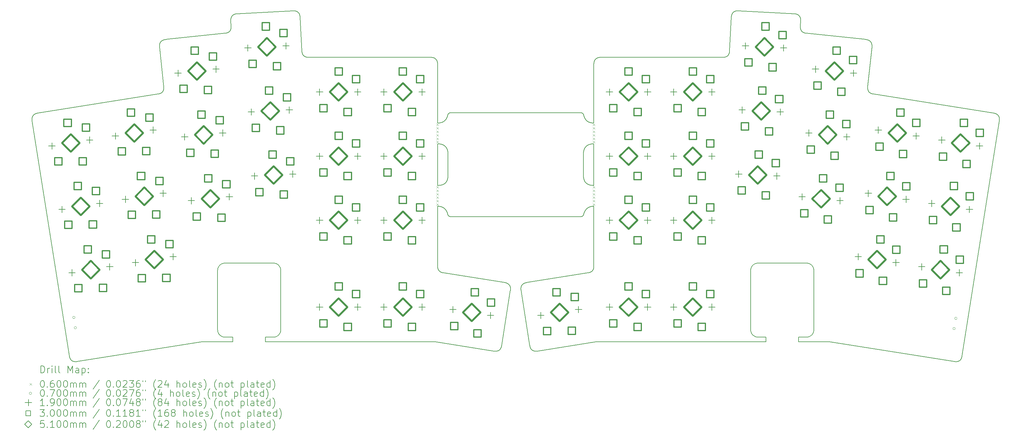
<source format=gbr>
%TF.GenerationSoftware,KiCad,Pcbnew,9.0.0*%
%TF.CreationDate,2025-03-17T20:43:48+03:00*%
%TF.ProjectId,NIOKR,4e494f4b-522e-46b6-9963-61645f706362,rev?*%
%TF.SameCoordinates,Original*%
%TF.FileFunction,Drillmap*%
%TF.FilePolarity,Positive*%
%FSLAX45Y45*%
G04 Gerber Fmt 4.5, Leading zero omitted, Abs format (unit mm)*
G04 Created by KiCad (PCBNEW 9.0.0) date 2025-03-17 20:43:48*
%MOMM*%
%LPD*%
G01*
G04 APERTURE LIST*
%ADD10C,0.200000*%
%ADD11C,0.100000*%
%ADD12C,0.190000*%
%ADD13C,0.300000*%
%ADD14C,0.510000*%
G04 APERTURE END LIST*
D10*
X14789840Y-10300000D02*
X14788969Y-10299999D01*
X14788100Y-10299996D01*
X14787234Y-10299991D01*
X14786371Y-10299984D01*
X14785511Y-10299975D01*
X14784654Y-10299964D01*
X14783799Y-10299951D01*
X14782947Y-10299936D01*
X14782099Y-10299920D01*
X14781252Y-10299901D01*
X14780409Y-10299880D01*
X14779568Y-10299858D01*
X14778731Y-10299833D01*
X14777895Y-10299807D01*
X14777064Y-10299778D01*
X14776233Y-10299748D01*
X14775407Y-10299716D01*
X14774582Y-10299682D01*
X14773761Y-10299646D01*
X14772942Y-10299608D01*
X14772126Y-10299568D01*
X14771313Y-10299526D01*
X14770502Y-10299483D01*
X14769694Y-10299438D01*
X14768889Y-10299390D01*
X14768085Y-10299341D01*
X14767286Y-10299290D01*
X14766488Y-10299238D01*
X14765693Y-10299183D01*
X14764901Y-10299127D01*
X14764111Y-10299068D01*
X14763324Y-10299008D01*
X14762540Y-10298947D01*
X14761757Y-10298883D01*
X14760978Y-10298817D01*
X14760201Y-10298750D01*
X14759427Y-10298681D01*
X14758655Y-10298610D01*
X14757887Y-10298538D01*
X14757120Y-10298463D01*
X14756356Y-10298387D01*
X14755594Y-10298309D01*
X14754835Y-10298230D01*
X14754078Y-10298148D01*
X14753325Y-10298065D01*
X14752573Y-10297980D01*
X14751824Y-10297894D01*
X14751077Y-10297806D01*
X14750333Y-10297716D01*
X14749591Y-10297624D01*
X14748852Y-10297530D01*
X14748115Y-10297435D01*
X14747381Y-10297338D01*
X14746649Y-10297240D01*
X14745920Y-10297139D01*
X14745192Y-10297037D01*
X14744468Y-10296934D01*
X14743745Y-10296828D01*
X14743026Y-10296721D01*
X14742308Y-10296613D01*
X14741593Y-10296502D01*
X14740880Y-10296390D01*
X14740170Y-10296277D01*
X14739461Y-10296161D01*
X14738756Y-10296044D01*
X14738052Y-10295926D01*
X14737351Y-10295806D01*
X14736652Y-10295684D01*
X14735956Y-10295560D01*
X14735261Y-10295435D01*
X14734570Y-10295308D01*
X14733880Y-10295180D01*
X14733193Y-10295050D01*
X14732507Y-10294918D01*
X14731825Y-10294785D01*
X14731144Y-10294650D01*
X14730466Y-10294514D01*
X14729790Y-10294376D01*
X14729116Y-10294237D01*
X14728444Y-10294095D01*
X14727775Y-10293953D01*
X14727108Y-10293808D01*
X14726443Y-10293663D01*
X14725780Y-10293515D01*
X14725120Y-10293366D01*
X14724461Y-10293216D01*
X14723805Y-10293064D01*
X14723151Y-10292910D01*
X14722499Y-10292755D01*
X14721849Y-10292598D01*
X14721202Y-10292440D01*
X14720557Y-10292280D01*
X14719914Y-10292119D01*
X14719272Y-10291956D01*
X14718633Y-10291791D01*
X14717996Y-10291625D01*
X14717362Y-10291458D01*
X14716729Y-10291289D01*
X14716099Y-10291119D01*
X14715470Y-10290947D01*
X14714844Y-10290773D01*
X14714219Y-10290598D01*
X14713597Y-10290422D01*
X14712977Y-10290244D01*
X14712359Y-10290064D01*
X14711742Y-10289883D01*
X14711129Y-10289701D01*
X14710516Y-10289517D01*
X14709907Y-10289332D01*
X14709298Y-10289145D01*
X14708693Y-10288957D01*
X14708089Y-10288767D01*
X14707487Y-10288575D01*
X14706887Y-10288383D01*
X14706289Y-10288188D01*
X14705693Y-10287993D01*
X14705099Y-10287796D01*
X14704507Y-10287597D01*
X14703917Y-10287397D01*
X14703329Y-10287195D01*
X14702743Y-10286993D01*
X14702158Y-10286788D01*
X14701576Y-10286582D01*
X14700996Y-10286375D01*
X14700417Y-10286166D01*
X14699841Y-10285956D01*
X14699266Y-10285745D01*
X14698693Y-10285532D01*
X14698123Y-10285317D01*
X14697554Y-10285101D01*
X14696987Y-10284884D01*
X14696421Y-10284666D01*
X14695858Y-10284445D01*
X14695297Y-10284224D01*
X14694737Y-10284001D01*
X14694180Y-10283777D01*
X14693624Y-10283551D01*
X14693070Y-10283324D01*
X14692518Y-10283095D01*
X14691967Y-10282865D01*
X14691419Y-10282634D01*
X14690872Y-10282401D01*
X14690327Y-10282167D01*
X14689784Y-10281931D01*
X14689243Y-10281694D01*
X14688704Y-10281456D01*
X14688166Y-10281216D01*
X14687630Y-10280975D01*
X14687096Y-10280732D01*
X14686564Y-10280488D01*
X14686033Y-10280243D01*
X14685504Y-10279996D01*
X14684977Y-10279748D01*
X14684452Y-10279498D01*
X14683929Y-10279247D01*
X14683407Y-10278995D01*
X14682887Y-10278741D01*
X14682368Y-10278486D01*
X14681852Y-10278230D01*
X14681337Y-10277972D01*
X14680824Y-10277713D01*
X14680312Y-10277452D01*
X14679802Y-10277190D01*
X14679294Y-10276927D01*
X14678788Y-10276662D01*
X14678283Y-10276396D01*
X14677780Y-10276129D01*
X14677279Y-10275860D01*
X14676779Y-10275589D01*
X14676281Y-10275318D01*
X14675785Y-10275045D01*
X14675290Y-10274770D01*
X14674797Y-10274495D01*
X14674306Y-10274218D01*
X14673816Y-10273939D01*
X14673328Y-10273659D01*
X14672841Y-10273378D01*
X14672356Y-10273096D01*
X14671873Y-10272812D01*
X14671392Y-10272526D01*
X14670912Y-10272240D01*
X14670433Y-10271952D01*
X14669956Y-10271662D01*
X14669481Y-10271371D01*
X14669008Y-10271079D01*
X14668535Y-10270786D01*
X14668065Y-10270491D01*
X14667596Y-10270194D01*
X14667129Y-10269897D01*
X14666663Y-10269598D01*
X14666199Y-10269297D01*
X14665736Y-10268995D01*
X14665275Y-10268692D01*
X14664816Y-10268388D01*
X14664358Y-10268082D01*
X14663901Y-10267775D01*
X14663447Y-10267466D01*
X14662993Y-10267156D01*
X14662541Y-10266845D01*
X14662091Y-10266532D01*
X14661642Y-10266218D01*
X14661195Y-10265902D01*
X14660749Y-10265585D01*
X14660305Y-10265267D01*
X14659862Y-10264947D01*
X14659421Y-10264626D01*
X14658981Y-10264304D01*
X14658543Y-10263980D01*
X14658106Y-10263654D01*
X14657671Y-10263328D01*
X14657237Y-10263000D01*
X14656805Y-10262670D01*
X14656374Y-10262340D01*
X14655945Y-10262007D01*
X14655517Y-10261674D01*
X14655090Y-10261339D01*
X14654665Y-10261002D01*
X14654242Y-10260665D01*
X14653820Y-10260325D01*
X14653399Y-10259985D01*
X14652980Y-10259643D01*
X14652562Y-10259299D01*
X14652146Y-10258955D01*
X14651731Y-10258608D01*
X14651317Y-10258261D01*
X14650905Y-10257912D01*
X14650495Y-10257561D01*
X14650086Y-10257209D01*
X14649678Y-10256856D01*
X14649271Y-10256501D01*
X14648866Y-10256145D01*
X14648463Y-10255788D01*
X14648061Y-10255429D01*
X14647660Y-10255068D01*
X14647261Y-10254706D01*
X14646863Y-10254343D01*
X14646466Y-10253978D01*
X14646071Y-10253612D01*
X14645677Y-10253245D01*
X14645285Y-10252876D01*
X14644894Y-10252505D01*
X14644504Y-10252133D01*
X14643729Y-10251385D01*
X14642960Y-10250631D01*
X14642195Y-10249871D01*
X14641437Y-10249105D01*
X14640683Y-10248333D01*
X14639935Y-10247556D01*
X14639193Y-10246772D01*
X14638456Y-10245983D01*
X14637724Y-10245187D01*
X14636998Y-10244386D01*
X14636276Y-10243578D01*
X14635561Y-10242764D01*
X14634850Y-10241945D01*
X14634145Y-10241119D01*
X14633445Y-10240287D01*
X14632750Y-10239449D01*
X14632060Y-10238604D01*
X14631376Y-10237753D01*
X14630697Y-10236897D01*
X14630023Y-10236033D01*
X14629355Y-10235164D01*
X14628691Y-10234288D01*
X14628033Y-10233405D01*
X14627380Y-10232516D01*
X14626732Y-10231621D01*
X14626089Y-10230719D01*
X14625452Y-10229811D01*
X14624819Y-10228896D01*
X14624192Y-10227974D01*
X14623570Y-10227046D01*
X14622953Y-10226111D01*
X14622341Y-10225170D01*
X14621734Y-10224221D01*
X14621133Y-10223266D01*
X14620536Y-10222304D01*
X14619945Y-10221335D01*
X14619359Y-10220359D01*
X14618778Y-10219376D01*
X14618202Y-10218386D01*
X14617631Y-10217389D01*
X14617066Y-10216385D01*
X14616505Y-10215374D01*
X14615950Y-10214355D01*
X14615400Y-10213330D01*
X14614855Y-10212297D01*
X14614316Y-10211256D01*
X14613781Y-10210209D01*
X14613252Y-10209154D01*
X14612728Y-10208091D01*
X14612209Y-10207021D01*
X14611695Y-10205944D01*
X14611187Y-10204858D01*
X14610684Y-10203766D01*
X14610186Y-10202665D01*
X14609694Y-10201557D01*
X14609206Y-10200441D01*
X14608724Y-10199317D01*
X14608248Y-10198185D01*
X14607776Y-10197045D01*
X14607310Y-10195897D01*
X14606850Y-10194741D01*
X14606395Y-10193577D01*
X14605945Y-10192405D01*
X14605500Y-10191225D01*
X14605062Y-10190036D01*
X14604628Y-10188839D01*
X14604200Y-10187634D01*
X14603778Y-10186420D01*
X14603361Y-10185198D01*
X14602949Y-10183967D01*
X14602543Y-10182727D01*
X14602143Y-10181479D01*
X14601749Y-10180223D01*
X14601360Y-10178957D01*
X14600976Y-10177683D01*
X14600599Y-10176399D01*
X14600227Y-10175107D01*
X14599860Y-10173806D01*
X14599500Y-10172496D01*
X14599145Y-10171177D01*
X14598797Y-10169848D01*
X14598454Y-10168510D01*
X14598117Y-10167163D01*
X14597786Y-10165807D01*
X14597460Y-10164441D01*
X14597141Y-10163066D01*
X14596828Y-10161681D01*
X14596521Y-10160287D01*
X14596220Y-10158883D01*
X14595925Y-10157469D01*
X14595636Y-10156046D01*
X14595353Y-10154612D01*
X14595077Y-10153169D01*
X14594807Y-10151716D01*
X14594543Y-10150253D01*
X14594285Y-10148779D01*
X14594034Y-10147296D01*
X14593789Y-10145802D01*
X14593551Y-10144298D01*
X14593319Y-10142784D01*
X14593093Y-10141259D01*
X14592874Y-10139724D01*
X14592662Y-10138178D01*
X14592456Y-10136622D01*
X14592257Y-10135055D01*
X14592065Y-10133477D01*
X14591879Y-10131888D01*
X14591700Y-10130289D01*
X14591529Y-10128679D01*
X14591363Y-10127057D01*
X14591205Y-10125425D01*
X14591054Y-10123781D01*
X14590910Y-10122126D01*
X14590773Y-10120460D01*
X14590643Y-10118782D01*
X14590520Y-10117094D01*
X14590404Y-10115393D01*
X14590296Y-10113681D01*
X14590195Y-10111958D01*
X14590114Y-10110467D01*
X12167832Y-18203146D02*
X12165321Y-18188635D01*
X27655811Y-16246828D02*
X27670214Y-16242027D01*
X29275171Y-16295357D02*
X29285573Y-16306321D01*
X13542184Y-18500000D02*
X18403357Y-18500000D01*
X29156415Y-18366899D02*
X29141617Y-18368574D01*
X12205147Y-16318132D02*
X12214427Y-16306321D01*
X13929764Y-16306321D02*
X13939045Y-16318132D01*
X29294853Y-18284616D02*
X29285573Y-18296427D01*
X18887298Y-11893942D02*
X18886733Y-11893943D01*
X18886170Y-11893946D01*
X18885610Y-11893951D01*
X18885051Y-11893958D01*
X18884495Y-11893967D01*
X18883941Y-11893977D01*
X18883390Y-11893990D01*
X18882840Y-11894005D01*
X18882294Y-11894022D01*
X18881749Y-11894041D01*
X18881207Y-11894061D01*
X18880666Y-11894084D01*
X18880128Y-11894108D01*
X18879592Y-11894135D01*
X18879059Y-11894163D01*
X18878527Y-11894193D01*
X18877998Y-11894225D01*
X18877470Y-11894259D01*
X18876946Y-11894294D01*
X18876423Y-11894332D01*
X18875902Y-11894372D01*
X18875383Y-11894413D01*
X18874867Y-11894456D01*
X18874353Y-11894501D01*
X18873841Y-11894548D01*
X18873330Y-11894596D01*
X18872822Y-11894647D01*
X18872316Y-11894699D01*
X18871812Y-11894753D01*
X18871310Y-11894809D01*
X18870811Y-11894867D01*
X18870313Y-11894926D01*
X18869817Y-11894987D01*
X18869323Y-11895050D01*
X18868832Y-11895115D01*
X18868342Y-11895181D01*
X18867854Y-11895249D01*
X18867368Y-11895319D01*
X18866885Y-11895391D01*
X18866403Y-11895465D01*
X18865923Y-11895540D01*
X18865445Y-11895617D01*
X18864969Y-11895695D01*
X18864495Y-11895775D01*
X18864023Y-11895857D01*
X18863552Y-11895941D01*
X18863084Y-11896026D01*
X18862618Y-11896114D01*
X18862153Y-11896202D01*
X18861690Y-11896293D01*
X18861230Y-11896385D01*
X18860771Y-11896479D01*
X18860314Y-11896574D01*
X18859858Y-11896671D01*
X18859405Y-11896770D01*
X18858953Y-11896870D01*
X18858504Y-11896972D01*
X18858056Y-11897076D01*
X18857610Y-11897181D01*
X18857165Y-11897288D01*
X18856723Y-11897397D01*
X18856282Y-11897507D01*
X18855843Y-11897619D01*
X18855405Y-11897733D01*
X18854970Y-11897848D01*
X18854536Y-11897964D01*
X18854104Y-11898083D01*
X18853674Y-11898202D01*
X18853245Y-11898324D01*
X18852818Y-11898447D01*
X18852393Y-11898572D01*
X18851970Y-11898698D01*
X18851548Y-11898826D01*
X18851128Y-11898955D01*
X18850709Y-11899086D01*
X18850292Y-11899219D01*
X18849877Y-11899353D01*
X18849464Y-11899489D01*
X18849052Y-11899626D01*
X18848642Y-11899765D01*
X18848233Y-11899905D01*
X18847826Y-11900047D01*
X18847421Y-11900191D01*
X18847017Y-11900336D01*
X18846615Y-11900482D01*
X18846214Y-11900631D01*
X18845815Y-11900780D01*
X18845418Y-11900932D01*
X18845022Y-11901084D01*
X18844628Y-11901239D01*
X18844235Y-11901395D01*
X18843844Y-11901552D01*
X18843454Y-11901711D01*
X18843066Y-11901872D01*
X18842680Y-11902034D01*
X18842294Y-11902197D01*
X18841911Y-11902362D01*
X18841529Y-11902529D01*
X18841148Y-11902697D01*
X18840769Y-11902867D01*
X18840392Y-11903038D01*
X18840016Y-11903211D01*
X18839641Y-11903385D01*
X18839268Y-11903561D01*
X18838896Y-11903738D01*
X18838526Y-11903917D01*
X18838157Y-11904098D01*
X18837790Y-11904280D01*
X18837424Y-11904463D01*
X18837059Y-11904648D01*
X18836696Y-11904834D01*
X18836334Y-11905023D01*
X18835974Y-11905212D01*
X18835615Y-11905403D01*
X18835258Y-11905596D01*
X18834902Y-11905790D01*
X18834547Y-11905985D01*
X18834194Y-11906182D01*
X18833842Y-11906381D01*
X18833491Y-11906581D01*
X18833142Y-11906783D01*
X18832794Y-11906986D01*
X18832448Y-11907191D01*
X18832102Y-11907397D01*
X18831759Y-11907605D01*
X18831416Y-11907815D01*
X18831075Y-11908025D01*
X18830735Y-11908238D01*
X18830397Y-11908452D01*
X18830059Y-11908667D01*
X18829723Y-11908884D01*
X18829389Y-11909103D01*
X18829056Y-11909323D01*
X18828724Y-11909545D01*
X18828393Y-11909768D01*
X18828063Y-11909993D01*
X18827735Y-11910219D01*
X18827408Y-11910447D01*
X18827083Y-11910676D01*
X18826758Y-11910907D01*
X18826435Y-11911140D01*
X18826114Y-11911374D01*
X18825793Y-11911609D01*
X18825474Y-11911846D01*
X18825156Y-11912085D01*
X18824839Y-11912326D01*
X18824523Y-11912567D01*
X18824209Y-11912811D01*
X18823584Y-11913303D01*
X18822964Y-11913801D01*
X18822348Y-11914305D01*
X18821738Y-11914816D01*
X18821132Y-11915333D01*
X18820531Y-11915857D01*
X18819935Y-11916387D01*
X18819343Y-11916924D01*
X18818756Y-11917467D01*
X18818174Y-11918017D01*
X18817597Y-11918573D01*
X18817024Y-11919137D01*
X18816455Y-11919706D01*
X18815891Y-11920283D01*
X18815332Y-11920866D01*
X18814778Y-11921457D01*
X18814227Y-11922054D01*
X18813682Y-11922658D01*
X18813141Y-11923269D01*
X18812604Y-11923887D01*
X18812072Y-11924512D01*
X18811544Y-11925144D01*
X18811021Y-11925783D01*
X18810502Y-11926429D01*
X18809988Y-11927083D01*
X18809478Y-11927744D01*
X18808972Y-11928412D01*
X18808471Y-11929088D01*
X18807975Y-11929772D01*
X18807483Y-11930462D01*
X18806995Y-11931161D01*
X18806511Y-11931867D01*
X18806032Y-11932581D01*
X18805558Y-11933302D01*
X18805088Y-11934032D01*
X18804622Y-11934769D01*
X18804161Y-11935514D01*
X18803704Y-11936267D01*
X18803252Y-11937029D01*
X18802804Y-11937798D01*
X18802361Y-11938576D01*
X18801922Y-11939362D01*
X18801487Y-11940156D01*
X18801058Y-11940959D01*
X18800632Y-11941770D01*
X18800211Y-11942590D01*
X18799795Y-11943419D01*
X18799383Y-11944256D01*
X18798976Y-11945102D01*
X18798574Y-11945957D01*
X18798176Y-11946821D01*
X18797783Y-11947694D01*
X18797395Y-11948576D01*
X18797011Y-11949468D01*
X18796632Y-11950368D01*
X18796258Y-11951278D01*
X18795888Y-11952197D01*
X18795523Y-11953126D01*
X18795164Y-11954064D01*
X18794809Y-11955013D01*
X18794459Y-11955970D01*
X18794113Y-11956938D01*
X18793773Y-11957916D01*
X18793438Y-11958903D01*
X18793108Y-11959901D01*
X18792783Y-11960909D01*
X18792463Y-11961927D01*
X18792148Y-11962955D01*
X18791838Y-11963994D01*
X18791534Y-11965044D01*
X18791235Y-11966104D01*
X18790941Y-11967175D01*
X18790652Y-11968256D01*
X18790474Y-11968942D01*
X13981096Y-16443754D02*
X13981096Y-18158994D01*
X12314406Y-16242027D02*
X12329073Y-16238361D01*
X12167832Y-16399602D02*
X12171499Y-16384934D01*
X28897992Y-18369124D02*
X28897992Y-18500000D01*
X29336904Y-18158994D02*
X29336354Y-18173837D01*
X12224829Y-18307391D02*
X12214427Y-18296427D01*
X8121376Y-19070986D02*
X11710892Y-18502462D01*
X29214084Y-18350003D02*
X29199997Y-18355920D01*
X27170577Y-8957654D02*
X27169685Y-8957609D01*
X27168794Y-8957565D01*
X27167908Y-8957524D01*
X27167023Y-8957484D01*
X27166143Y-8957447D01*
X27165264Y-8957412D01*
X27164389Y-8957379D01*
X27163515Y-8957348D01*
X27162646Y-8957319D01*
X27161779Y-8957293D01*
X27160915Y-8957268D01*
X27160053Y-8957245D01*
X27159195Y-8957225D01*
X27158338Y-8957207D01*
X27157486Y-8957190D01*
X27156635Y-8957176D01*
X27155788Y-8957164D01*
X27154943Y-8957154D01*
X27154101Y-8957146D01*
X27153261Y-8957140D01*
X27152425Y-8957136D01*
X27151591Y-8957133D01*
X27150760Y-8957133D01*
X27149931Y-8957135D01*
X27149106Y-8957139D01*
X27148283Y-8957145D01*
X27147463Y-8957153D01*
X27146645Y-8957163D01*
X27145830Y-8957175D01*
X27145017Y-8957189D01*
X27144208Y-8957205D01*
X27143400Y-8957222D01*
X27142596Y-8957242D01*
X27141794Y-8957264D01*
X27140995Y-8957287D01*
X27140198Y-8957313D01*
X27139405Y-8957340D01*
X27138613Y-8957369D01*
X27137824Y-8957400D01*
X27137038Y-8957434D01*
X27136254Y-8957469D01*
X27135473Y-8957505D01*
X27134695Y-8957544D01*
X27133918Y-8957585D01*
X27133145Y-8957627D01*
X27132374Y-8957672D01*
X27131606Y-8957718D01*
X27130839Y-8957766D01*
X27130076Y-8957816D01*
X27129315Y-8957868D01*
X27128557Y-8957921D01*
X27127800Y-8957977D01*
X27127047Y-8958034D01*
X27126296Y-8958093D01*
X27125548Y-8958154D01*
X27124801Y-8958217D01*
X27124058Y-8958281D01*
X27123316Y-8958348D01*
X27122577Y-8958416D01*
X27121841Y-8958486D01*
X27121107Y-8958557D01*
X27120375Y-8958631D01*
X27119646Y-8958706D01*
X27118919Y-8958783D01*
X27118195Y-8958862D01*
X27117472Y-8958942D01*
X27116753Y-8959025D01*
X27116035Y-8959109D01*
X27115320Y-8959194D01*
X27114607Y-8959282D01*
X27113897Y-8959371D01*
X27113189Y-8959462D01*
X27112483Y-8959555D01*
X27111780Y-8959649D01*
X27111079Y-8959745D01*
X27110380Y-8959843D01*
X27109683Y-8959942D01*
X27108989Y-8960044D01*
X27108297Y-8960147D01*
X27107607Y-8960251D01*
X27106920Y-8960357D01*
X27106234Y-8960465D01*
X27105552Y-8960575D01*
X27104870Y-8960686D01*
X27104192Y-8960799D01*
X27103516Y-8960914D01*
X27102842Y-8961030D01*
X27102170Y-8961148D01*
X27101500Y-8961267D01*
X27100832Y-8961388D01*
X27100167Y-8961511D01*
X27099504Y-8961636D01*
X27098843Y-8961762D01*
X27098184Y-8961889D01*
X27097528Y-8962019D01*
X27096873Y-8962150D01*
X27096221Y-8962282D01*
X27095570Y-8962416D01*
X27094923Y-8962552D01*
X27094276Y-8962690D01*
X27093633Y-8962828D01*
X27092991Y-8962969D01*
X27092351Y-8963111D01*
X27091713Y-8963255D01*
X27091078Y-8963400D01*
X27090444Y-8963547D01*
X27089813Y-8963696D01*
X27089184Y-8963846D01*
X27088557Y-8963997D01*
X27087931Y-8964150D01*
X27087309Y-8964305D01*
X27086687Y-8964461D01*
X27086068Y-8964619D01*
X27085451Y-8964779D01*
X27084836Y-8964939D01*
X27084223Y-8965102D01*
X27083612Y-8965266D01*
X27083003Y-8965431D01*
X27082396Y-8965598D01*
X27081791Y-8965767D01*
X27081188Y-8965937D01*
X27080587Y-8966109D01*
X27079988Y-8966282D01*
X27079390Y-8966457D01*
X27078795Y-8966633D01*
X27078202Y-8966811D01*
X27077611Y-8966990D01*
X27077021Y-8967171D01*
X27076434Y-8967353D01*
X27075848Y-8967537D01*
X27075264Y-8967722D01*
X27074682Y-8967908D01*
X27074103Y-8968097D01*
X27073525Y-8968286D01*
X27072949Y-8968478D01*
X27072374Y-8968670D01*
X27071802Y-8968864D01*
X27071231Y-8969060D01*
X27070663Y-8969257D01*
X27070096Y-8969456D01*
X27069531Y-8969656D01*
X27068968Y-8969857D01*
X27068407Y-8970060D01*
X27067847Y-8970265D01*
X27067290Y-8970471D01*
X27066734Y-8970678D01*
X27066180Y-8970887D01*
X27065628Y-8971097D01*
X27065078Y-8971309D01*
X27064529Y-8971522D01*
X27063982Y-8971737D01*
X27063437Y-8971953D01*
X27062894Y-8972171D01*
X27062352Y-8972390D01*
X27061813Y-8972610D01*
X27061275Y-8972832D01*
X27060739Y-8973055D01*
X27060204Y-8973280D01*
X27059672Y-8973506D01*
X27059140Y-8973734D01*
X27058611Y-8973963D01*
X27058084Y-8974194D01*
X27057558Y-8974426D01*
X27057034Y-8974659D01*
X27056512Y-8974894D01*
X27055991Y-8975130D01*
X27055472Y-8975368D01*
X27054954Y-8975607D01*
X27054439Y-8975847D01*
X27053925Y-8976089D01*
X27053413Y-8976333D01*
X27052902Y-8976578D01*
X27052393Y-8976824D01*
X27051886Y-8977071D01*
X27051380Y-8977320D01*
X27050876Y-8977571D01*
X27050374Y-8977823D01*
X27049873Y-8978076D01*
X27049374Y-8978331D01*
X27048877Y-8978587D01*
X27048381Y-8978845D01*
X27047887Y-8979104D01*
X27047394Y-8979364D01*
X27046903Y-8979626D01*
X27046414Y-8979889D01*
X27045926Y-8980154D01*
X27045440Y-8980420D01*
X27044955Y-8980687D01*
X27044472Y-8980956D01*
X27043990Y-8981226D01*
X27043511Y-8981498D01*
X27043032Y-8981771D01*
X27042556Y-8982046D01*
X27042080Y-8982322D01*
X27041607Y-8982599D01*
X27041134Y-8982878D01*
X27040664Y-8983158D01*
X27040195Y-8983440D01*
X27039727Y-8983723D01*
X27039261Y-8984007D01*
X27038797Y-8984293D01*
X27038334Y-8984580D01*
X27037873Y-8984869D01*
X27037413Y-8985159D01*
X27036954Y-8985450D01*
X27036497Y-8985743D01*
X27036042Y-8986038D01*
X27035588Y-8986333D01*
X27035136Y-8986631D01*
X27034685Y-8986929D01*
X27034235Y-8987229D01*
X27033787Y-8987531D01*
X27033341Y-8987833D01*
X27032895Y-8988138D01*
X27032452Y-8988443D01*
X27032010Y-8988751D01*
X27031569Y-8989059D01*
X27031130Y-8989369D01*
X27030692Y-8989680D01*
X27030256Y-8989993D01*
X27029821Y-8990307D01*
X27029387Y-8990623D01*
X27028955Y-8990940D01*
X27028525Y-8991259D01*
X27028095Y-8991579D01*
X27027668Y-8991900D01*
X27027241Y-8992223D01*
X27026816Y-8992547D01*
X27026393Y-8992873D01*
X27025971Y-8993200D01*
X27025550Y-8993529D01*
X27025131Y-8993859D01*
X27024713Y-8994191D01*
X27024296Y-8994524D01*
X27023881Y-8994858D01*
X27023467Y-8995194D01*
X27023055Y-8995531D01*
X27022644Y-8995870D01*
X27022234Y-8996210D01*
X27021826Y-8996552D01*
X27021419Y-8996895D01*
X27021014Y-8997240D01*
X27020609Y-8997586D01*
X27020207Y-8997933D01*
X27019805Y-8998282D01*
X27019405Y-8998633D01*
X27019006Y-8998985D01*
X27018609Y-8999338D01*
X27018213Y-8999693D01*
X27017818Y-9000050D01*
X27017033Y-9000767D01*
X27016253Y-9001490D01*
X27015478Y-9002220D01*
X27014708Y-9002955D01*
X27013944Y-9003696D01*
X27013185Y-9004443D01*
X27012431Y-9005197D01*
X27011683Y-9005956D01*
X27010940Y-9006722D01*
X27010201Y-9007494D01*
X27009468Y-9008272D01*
X27008741Y-9009056D01*
X27008018Y-9009847D01*
X27007300Y-9010643D01*
X27006588Y-9011446D01*
X27005880Y-9012256D01*
X27005178Y-9013071D01*
X27004481Y-9013893D01*
X27003789Y-9014722D01*
X27003101Y-9015557D01*
X27002419Y-9016398D01*
X27001742Y-9017246D01*
X27001070Y-9018100D01*
X27000403Y-9018961D01*
X26999741Y-9019829D01*
X26999084Y-9020703D01*
X26998432Y-9021584D01*
X26997785Y-9022472D01*
X26997142Y-9023366D01*
X26996505Y-9024268D01*
X26995873Y-9025176D01*
X26995246Y-9026091D01*
X26994624Y-9027012D01*
X26994006Y-9027941D01*
X26993394Y-9028877D01*
X26992786Y-9029820D01*
X26992184Y-9030770D01*
X26991587Y-9031727D01*
X26990994Y-9032691D01*
X26990407Y-9033663D01*
X26989824Y-9034641D01*
X26989246Y-9035627D01*
X26988674Y-9036621D01*
X26988106Y-9037621D01*
X26987543Y-9038629D01*
X26986986Y-9039645D01*
X26986433Y-9040668D01*
X26985886Y-9041699D01*
X26985343Y-9042737D01*
X26984805Y-9043783D01*
X26984273Y-9044837D01*
X26983745Y-9045898D01*
X26983223Y-9046967D01*
X26982705Y-9048044D01*
X26982193Y-9049129D01*
X26981686Y-9050222D01*
X26981184Y-9051323D01*
X26980687Y-9052433D01*
X26980195Y-9053550D01*
X26979708Y-9054675D01*
X26979227Y-9055809D01*
X26978750Y-9056951D01*
X26978279Y-9058101D01*
X26977813Y-9059259D01*
X26977352Y-9060426D01*
X26976897Y-9061602D01*
X26976447Y-9062786D01*
X26976002Y-9063979D01*
X26975562Y-9065180D01*
X26975128Y-9066390D01*
X26974699Y-9067609D01*
X26974276Y-9068837D01*
X26973858Y-9070073D01*
X26973445Y-9071319D01*
X26973038Y-9072573D01*
X26972636Y-9073837D01*
X26972240Y-9075110D01*
X26971849Y-9076391D01*
X26971464Y-9077683D01*
X26971084Y-9078983D01*
X26970710Y-9080293D01*
X26970342Y-9081612D01*
X26969979Y-9082941D01*
X26969622Y-9084279D01*
X26969271Y-9085627D01*
X26968925Y-9086985D01*
X26968586Y-9088352D01*
X26968252Y-9089729D01*
X26967924Y-9091116D01*
X26967602Y-9092513D01*
X26967285Y-9093920D01*
X26966975Y-9095337D01*
X26966671Y-9096764D01*
X26966372Y-9098202D01*
X26966080Y-9099649D01*
X26965794Y-9101107D01*
X26965514Y-9102575D01*
X26965240Y-9104054D01*
X26964972Y-9105543D01*
X26964711Y-9107043D01*
X26964455Y-9108553D01*
X26964206Y-9110075D01*
X26963964Y-9111607D01*
X26963728Y-9113149D01*
X26963498Y-9114703D01*
X26963275Y-9116268D01*
X26963058Y-9117844D01*
X26962848Y-9119431D01*
X26962644Y-9121029D01*
X26962447Y-9122638D01*
X26962257Y-9124259D01*
X26962073Y-9125891D01*
X26961897Y-9127535D01*
X26961727Y-9129190D01*
X26961563Y-9130857D01*
X26961407Y-9132535D01*
X26961258Y-9134225D01*
X26961116Y-9135927D01*
X26960980Y-9137641D01*
X26960852Y-9139367D01*
X26960731Y-9141105D01*
X26960617Y-9142856D01*
X26960511Y-9144618D01*
X26960412Y-9146393D01*
X26960384Y-9146913D01*
X27532109Y-16370531D02*
X27538025Y-16356444D01*
X31058747Y-11359410D02*
X31057887Y-11359272D01*
X31057029Y-11359133D01*
X31056175Y-11358993D01*
X31055323Y-11358851D01*
X31054476Y-11358708D01*
X31053630Y-11358563D01*
X31052789Y-11358417D01*
X31051949Y-11358269D01*
X31051114Y-11358119D01*
X31050281Y-11357968D01*
X31049451Y-11357816D01*
X31048624Y-11357662D01*
X31047801Y-11357507D01*
X31046980Y-11357350D01*
X31046163Y-11357192D01*
X31045348Y-11357032D01*
X31044536Y-11356871D01*
X31043727Y-11356708D01*
X31042922Y-11356544D01*
X31042119Y-11356379D01*
X31041319Y-11356212D01*
X31040522Y-11356043D01*
X31039728Y-11355874D01*
X31038937Y-11355702D01*
X31038149Y-11355530D01*
X31037363Y-11355356D01*
X31036582Y-11355180D01*
X31035802Y-11355003D01*
X31035025Y-11354825D01*
X31034251Y-11354646D01*
X31033481Y-11354465D01*
X31032713Y-11354282D01*
X31031948Y-11354098D01*
X31031185Y-11353913D01*
X31030426Y-11353727D01*
X31029669Y-11353539D01*
X31028915Y-11353349D01*
X31028164Y-11353159D01*
X31027416Y-11352967D01*
X31026670Y-11352773D01*
X31025928Y-11352579D01*
X31025187Y-11352383D01*
X31024450Y-11352185D01*
X31023715Y-11351986D01*
X31022984Y-11351786D01*
X31022255Y-11351585D01*
X31021529Y-11351382D01*
X31020805Y-11351178D01*
X31020084Y-11350973D01*
X31019366Y-11350766D01*
X31018650Y-11350558D01*
X31017937Y-11350349D01*
X31017227Y-11350138D01*
X31016520Y-11349926D01*
X31015815Y-11349713D01*
X31015112Y-11349499D01*
X31014413Y-11349283D01*
X31013716Y-11349066D01*
X31013022Y-11348848D01*
X31012330Y-11348628D01*
X31011641Y-11348407D01*
X31010954Y-11348185D01*
X31010271Y-11347962D01*
X31009589Y-11347737D01*
X31008910Y-11347511D01*
X31008234Y-11347284D01*
X31007560Y-11347056D01*
X31006889Y-11346826D01*
X31006221Y-11346595D01*
X31005554Y-11346363D01*
X31004891Y-11346129D01*
X31004230Y-11345895D01*
X31003571Y-11345659D01*
X31002915Y-11345422D01*
X31002262Y-11345183D01*
X31001610Y-11344944D01*
X31000962Y-11344703D01*
X31000316Y-11344461D01*
X30999672Y-11344218D01*
X30999031Y-11343973D01*
X30998392Y-11343728D01*
X30997756Y-11343481D01*
X30997122Y-11343233D01*
X30996490Y-11342983D01*
X30995861Y-11342733D01*
X30995234Y-11342481D01*
X30994610Y-11342228D01*
X30993988Y-11341974D01*
X30993369Y-11341719D01*
X30992752Y-11341463D01*
X30992137Y-11341205D01*
X30991524Y-11340946D01*
X30990914Y-11340686D01*
X30990306Y-11340425D01*
X30989701Y-11340163D01*
X30989098Y-11339899D01*
X30988498Y-11339635D01*
X30987899Y-11339369D01*
X30987303Y-11339102D01*
X30986709Y-11338834D01*
X30986118Y-11338564D01*
X30985528Y-11338294D01*
X30984941Y-11338022D01*
X30984356Y-11337749D01*
X30983774Y-11337476D01*
X30983194Y-11337200D01*
X30982616Y-11336924D01*
X30982040Y-11336647D01*
X30981467Y-11336368D01*
X30980895Y-11336088D01*
X30980327Y-11335808D01*
X30979759Y-11335526D01*
X30979195Y-11335243D01*
X30978632Y-11334958D01*
X30978072Y-11334673D01*
X30977514Y-11334387D01*
X30976959Y-11334099D01*
X30976405Y-11333810D01*
X30975853Y-11333520D01*
X30975304Y-11333229D01*
X30974757Y-11332937D01*
X30974212Y-11332644D01*
X30973669Y-11332350D01*
X30973128Y-11332054D01*
X30972589Y-11331758D01*
X30972053Y-11331460D01*
X30971518Y-11331161D01*
X30970986Y-11330861D01*
X30970456Y-11330560D01*
X30969928Y-11330258D01*
X30969402Y-11329954D01*
X30968878Y-11329650D01*
X30968356Y-11329345D01*
X30967836Y-11329038D01*
X30967318Y-11328730D01*
X30966802Y-11328421D01*
X30966289Y-11328111D01*
X30965777Y-11327800D01*
X30965268Y-11327488D01*
X30964760Y-11327175D01*
X30964254Y-11326861D01*
X30963751Y-11326545D01*
X30963249Y-11326229D01*
X30962750Y-11325911D01*
X30962252Y-11325592D01*
X30961757Y-11325272D01*
X30961263Y-11324951D01*
X30960772Y-11324629D01*
X30960282Y-11324306D01*
X30959795Y-11323982D01*
X30959309Y-11323656D01*
X30958825Y-11323330D01*
X30958344Y-11323002D01*
X30957864Y-11322674D01*
X30957386Y-11322344D01*
X30956910Y-11322013D01*
X30956436Y-11321681D01*
X30955964Y-11321348D01*
X30955494Y-11321014D01*
X30955026Y-11320679D01*
X30954559Y-11320343D01*
X30954095Y-11320005D01*
X30953633Y-11319667D01*
X30953172Y-11319327D01*
X30952713Y-11318987D01*
X30952256Y-11318645D01*
X30951801Y-11318302D01*
X30951348Y-11317958D01*
X30950897Y-11317613D01*
X30950447Y-11317267D01*
X30950000Y-11316919D01*
X30949554Y-11316571D01*
X30949111Y-11316222D01*
X30948668Y-11315871D01*
X30948228Y-11315519D01*
X30947790Y-11315167D01*
X30947353Y-11314813D01*
X30946919Y-11314458D01*
X30946486Y-11314102D01*
X30946055Y-11313745D01*
X30945626Y-11313386D01*
X30945198Y-11313027D01*
X30944772Y-11312667D01*
X30944349Y-11312305D01*
X30943927Y-11311942D01*
X30943506Y-11311579D01*
X30943088Y-11311214D01*
X30942671Y-11310848D01*
X30942256Y-11310481D01*
X30941843Y-11310112D01*
X30941431Y-11309743D01*
X30941021Y-11309373D01*
X30940614Y-11309001D01*
X30940207Y-11308628D01*
X30939803Y-11308255D01*
X30939400Y-11307880D01*
X30938999Y-11307504D01*
X30938600Y-11307127D01*
X30938202Y-11306748D01*
X30937806Y-11306369D01*
X30937412Y-11305988D01*
X30937020Y-11305607D01*
X30936629Y-11305224D01*
X30936240Y-11304840D01*
X30935853Y-11304455D01*
X30935467Y-11304069D01*
X30935084Y-11303682D01*
X30934701Y-11303293D01*
X30934321Y-11302904D01*
X30933942Y-11302513D01*
X30933565Y-11302121D01*
X30933189Y-11301728D01*
X30932816Y-11301334D01*
X30932444Y-11300939D01*
X30932073Y-11300542D01*
X30931704Y-11300145D01*
X30931337Y-11299746D01*
X30930972Y-11299346D01*
X30930608Y-11298945D01*
X30930246Y-11298543D01*
X30929885Y-11298140D01*
X30929526Y-11297735D01*
X30929169Y-11297329D01*
X30928813Y-11296922D01*
X30928459Y-11296514D01*
X30928107Y-11296105D01*
X30927756Y-11295695D01*
X30927407Y-11295283D01*
X30927060Y-11294871D01*
X30926714Y-11294457D01*
X30926370Y-11294042D01*
X30926027Y-11293625D01*
X30925686Y-11293208D01*
X30925346Y-11292789D01*
X30925009Y-11292369D01*
X30924672Y-11291948D01*
X30924338Y-11291526D01*
X30924005Y-11291102D01*
X30923673Y-11290678D01*
X30923344Y-11290252D01*
X30923015Y-11289825D01*
X30922689Y-11289396D01*
X30922040Y-11288536D01*
X30921398Y-11287671D01*
X30920762Y-11286801D01*
X30920133Y-11285926D01*
X30919509Y-11285046D01*
X30918892Y-11284161D01*
X30918281Y-11283271D01*
X30917677Y-11282375D01*
X30917078Y-11281475D01*
X30916486Y-11280570D01*
X30915900Y-11279660D01*
X30915321Y-11278744D01*
X30914747Y-11277823D01*
X30914180Y-11276897D01*
X30913618Y-11275966D01*
X30913063Y-11275029D01*
X30912514Y-11274087D01*
X30911972Y-11273140D01*
X30911435Y-11272188D01*
X30910905Y-11271229D01*
X30910380Y-11270266D01*
X30909862Y-11269297D01*
X30909350Y-11268322D01*
X30908844Y-11267342D01*
X30908344Y-11266357D01*
X30907850Y-11265366D01*
X30907363Y-11264369D01*
X30906881Y-11263366D01*
X30906406Y-11262358D01*
X30905936Y-11261344D01*
X30905473Y-11260324D01*
X30905016Y-11259298D01*
X30904565Y-11258266D01*
X30904121Y-11257229D01*
X30903682Y-11256185D01*
X30903250Y-11255135D01*
X30902823Y-11254080D01*
X30902403Y-11253018D01*
X30901989Y-11251950D01*
X30901582Y-11250876D01*
X30901180Y-11249796D01*
X30900785Y-11248710D01*
X30900396Y-11247617D01*
X30900013Y-11246518D01*
X30899637Y-11245412D01*
X30899266Y-11244300D01*
X30898902Y-11243182D01*
X30898545Y-11242057D01*
X30898193Y-11240926D01*
X30897848Y-11239788D01*
X30897509Y-11238643D01*
X30897177Y-11237492D01*
X30896851Y-11236334D01*
X30896532Y-11235169D01*
X30896218Y-11233997D01*
X30895912Y-11232818D01*
X30895612Y-11231633D01*
X30895318Y-11230440D01*
X30895031Y-11229241D01*
X30894750Y-11228034D01*
X30894476Y-11226821D01*
X30894208Y-11225600D01*
X30893948Y-11224372D01*
X30893693Y-11223136D01*
X30893446Y-11221894D01*
X30893205Y-11220643D01*
X30892971Y-11219386D01*
X30892743Y-11218121D01*
X30892523Y-11216849D01*
X30892309Y-11215569D01*
X30892102Y-11214281D01*
X30891902Y-11212986D01*
X30891709Y-11211683D01*
X30891522Y-11210372D01*
X30891343Y-11209053D01*
X30891171Y-11207727D01*
X30891006Y-11206392D01*
X30890848Y-11205050D01*
X30890697Y-11203699D01*
X30890553Y-11202341D01*
X30890416Y-11200974D01*
X30890287Y-11199599D01*
X30890164Y-11198216D01*
X30890050Y-11196825D01*
X30889942Y-11195425D01*
X30889842Y-11194017D01*
X30889749Y-11192600D01*
X30889664Y-11191175D01*
X30889586Y-11189741D01*
X30889516Y-11188299D01*
X30889453Y-11186847D01*
X30889398Y-11185387D01*
X30889351Y-11183919D01*
X30889312Y-11182441D01*
X30889280Y-11180955D01*
X30889256Y-11179459D01*
X30889240Y-11177955D01*
X30889232Y-11176441D01*
X30889231Y-11174918D01*
X30889239Y-11173386D01*
X30889255Y-11171845D01*
X30889279Y-11170295D01*
X30889311Y-11168735D01*
X30889351Y-11167165D01*
X30889400Y-11165586D01*
X30889457Y-11163998D01*
X30889522Y-11162400D01*
X30889596Y-11160792D01*
X30889678Y-11159175D01*
X30889768Y-11157547D01*
X30889868Y-11155910D01*
X30889975Y-11154263D01*
X30890092Y-11152606D01*
X30890217Y-11150939D01*
X30890351Y-11149262D01*
X30890494Y-11147574D01*
X30890646Y-11145877D01*
X30890806Y-11144169D01*
X30890976Y-11142451D01*
X30891129Y-11140966D01*
X27518904Y-16443754D02*
X27519454Y-16428911D01*
X18790474Y-11968942D02*
X18790228Y-11969889D01*
X18789981Y-11970835D01*
X18789732Y-11971777D01*
X18789482Y-11972717D01*
X18789231Y-11973654D01*
X18788979Y-11974589D01*
X18788725Y-11975520D01*
X18788470Y-11976450D01*
X18788213Y-11977375D01*
X18787955Y-11978299D01*
X18787696Y-11979220D01*
X18787435Y-11980138D01*
X18787174Y-11981054D01*
X18786910Y-11981967D01*
X18786646Y-11982877D01*
X18786380Y-11983784D01*
X18786113Y-11984689D01*
X18785844Y-11985592D01*
X18785575Y-11986491D01*
X18785304Y-11987388D01*
X18785031Y-11988282D01*
X18784758Y-11989174D01*
X18784483Y-11990063D01*
X18784207Y-11990950D01*
X18783929Y-11991833D01*
X18783650Y-11992715D01*
X18783370Y-11993593D01*
X18783089Y-11994470D01*
X18782806Y-11995343D01*
X18782522Y-11996214D01*
X18782237Y-11997083D01*
X18781951Y-11997949D01*
X18781663Y-11998812D01*
X18781374Y-11999673D01*
X18781084Y-12000531D01*
X18780793Y-12001387D01*
X18780500Y-12002240D01*
X18780206Y-12003091D01*
X18779911Y-12003939D01*
X18779614Y-12004785D01*
X18779317Y-12005628D01*
X18779018Y-12006469D01*
X18778717Y-12007307D01*
X18778416Y-12008143D01*
X18778113Y-12008976D01*
X18777809Y-12009807D01*
X18777504Y-12010635D01*
X18777198Y-12011461D01*
X18776890Y-12012284D01*
X18776582Y-12013106D01*
X18776272Y-12013924D01*
X18775960Y-12014740D01*
X18775648Y-12015554D01*
X18775334Y-12016365D01*
X18775019Y-12017174D01*
X18774703Y-12017981D01*
X18774386Y-12018785D01*
X18774067Y-12019587D01*
X18773748Y-12020386D01*
X18773427Y-12021183D01*
X18773105Y-12021977D01*
X18772781Y-12022770D01*
X18772457Y-12023559D01*
X18772131Y-12024347D01*
X18771804Y-12025132D01*
X18771476Y-12025915D01*
X18771147Y-12026695D01*
X18770816Y-12027473D01*
X18770485Y-12028249D01*
X18770152Y-12029022D01*
X18769818Y-12029793D01*
X18769482Y-12030562D01*
X18769146Y-12031329D01*
X18768809Y-12032093D01*
X18768470Y-12032855D01*
X18768130Y-12033615D01*
X18767789Y-12034372D01*
X18767447Y-12035127D01*
X18767103Y-12035880D01*
X18766759Y-12036630D01*
X18766413Y-12037378D01*
X18766066Y-12038125D01*
X18765718Y-12038868D01*
X18765369Y-12039610D01*
X18765019Y-12040349D01*
X18764667Y-12041086D01*
X18764314Y-12041821D01*
X18763960Y-12042554D01*
X18763606Y-12043284D01*
X18763249Y-12044012D01*
X18762892Y-12044738D01*
X18762534Y-12045462D01*
X18762174Y-12046183D01*
X18761813Y-12046903D01*
X18761452Y-12047620D01*
X18761088Y-12048335D01*
X18760724Y-12049048D01*
X18760359Y-12049759D01*
X18759993Y-12050467D01*
X18759625Y-12051173D01*
X18759256Y-12051877D01*
X18758887Y-12052580D01*
X18758516Y-12053279D01*
X18758143Y-12053977D01*
X18757770Y-12054673D01*
X18757396Y-12055367D01*
X18757021Y-12056058D01*
X18756644Y-12056747D01*
X18756266Y-12057434D01*
X18755887Y-12058120D01*
X18755507Y-12058802D01*
X18755126Y-12059483D01*
X18754744Y-12060162D01*
X18754361Y-12060839D01*
X18753976Y-12061513D01*
X18753590Y-12062186D01*
X18753204Y-12062856D01*
X18752816Y-12063525D01*
X18752427Y-12064191D01*
X18752037Y-12064856D01*
X18751646Y-12065518D01*
X18751253Y-12066178D01*
X18750860Y-12066836D01*
X18750465Y-12067492D01*
X18750070Y-12068146D01*
X18749673Y-12068798D01*
X18749275Y-12069448D01*
X18748876Y-12070097D01*
X18748476Y-12070742D01*
X18748075Y-12071387D01*
X18747673Y-12072028D01*
X18747269Y-12072669D01*
X18746865Y-12073307D01*
X18746459Y-12073943D01*
X18746052Y-12074577D01*
X18745644Y-12075209D01*
X18745236Y-12075839D01*
X18744825Y-12076467D01*
X18744414Y-12077093D01*
X18744002Y-12077717D01*
X18743589Y-12078340D01*
X18743174Y-12078960D01*
X18742759Y-12079578D01*
X18742342Y-12080195D01*
X18741924Y-12080809D01*
X18741505Y-12081422D01*
X18741085Y-12082032D01*
X18740664Y-12082641D01*
X18740242Y-12083248D01*
X18739818Y-12083853D01*
X18739394Y-12084455D01*
X18738968Y-12085057D01*
X18738542Y-12085656D01*
X18738114Y-12086253D01*
X18737685Y-12086848D01*
X18737255Y-12087442D01*
X18736824Y-12088033D01*
X18736392Y-12088623D01*
X18735959Y-12089211D01*
X18735525Y-12089797D01*
X18735089Y-12090381D01*
X18734652Y-12090963D01*
X18734215Y-12091543D01*
X18733776Y-12092122D01*
X18733336Y-12092698D01*
X18732895Y-12093273D01*
X18732453Y-12093846D01*
X18732010Y-12094417D01*
X18731566Y-12094986D01*
X18731120Y-12095554D01*
X18730674Y-12096119D01*
X18730226Y-12096683D01*
X18729777Y-12097245D01*
X18729327Y-12097805D01*
X18728877Y-12098363D01*
X18728424Y-12098920D01*
X18727971Y-12099475D01*
X18727517Y-12100028D01*
X18727062Y-12100579D01*
X18726605Y-12101128D01*
X18726148Y-12101675D01*
X18725689Y-12102221D01*
X18725229Y-12102765D01*
X18724768Y-12103307D01*
X18724306Y-12103847D01*
X18723843Y-12104386D01*
X18723378Y-12104923D01*
X18722913Y-12105458D01*
X18722446Y-12105991D01*
X18721979Y-12106523D01*
X18721510Y-12107053D01*
X18721040Y-12107581D01*
X18720569Y-12108107D01*
X18720097Y-12108631D01*
X18719624Y-12109154D01*
X18719149Y-12109675D01*
X18718674Y-12110195D01*
X18718197Y-12110712D01*
X18717719Y-12111228D01*
X18717241Y-12111742D01*
X18716761Y-12112254D01*
X18716279Y-12112765D01*
X18715797Y-12113274D01*
X18715314Y-12113781D01*
X18714829Y-12114287D01*
X18714343Y-12114791D01*
X18713857Y-12115293D01*
X18713369Y-12115793D01*
X18712880Y-12116292D01*
X18712389Y-12116789D01*
X18711898Y-12117284D01*
X18711406Y-12117778D01*
X18710912Y-12118270D01*
X18710417Y-12118760D01*
X18709921Y-12119249D01*
X18709424Y-12119736D01*
X18708926Y-12120221D01*
X18708426Y-12120705D01*
X18707926Y-12121187D01*
X18707424Y-12121667D01*
X18706921Y-12122146D01*
X18706417Y-12122622D01*
X18705912Y-12123098D01*
X18705406Y-12123571D01*
X18704898Y-12124043D01*
X18704390Y-12124514D01*
X18703880Y-12124982D01*
X18703369Y-12125449D01*
X18702857Y-12125915D01*
X18702343Y-12126378D01*
X18701829Y-12126840D01*
X18701313Y-12127301D01*
X18700796Y-12127760D01*
X18700278Y-12128217D01*
X18699759Y-12128673D01*
X18699239Y-12129127D01*
X18698717Y-12129579D01*
X18698195Y-12130030D01*
X18697671Y-12130479D01*
X18697146Y-12130926D01*
X18696619Y-12131372D01*
X18696092Y-12131816D01*
X18695563Y-12132259D01*
X18695033Y-12132700D01*
X18694502Y-12133139D01*
X18693970Y-12133577D01*
X18693436Y-12134013D01*
X18692902Y-12134448D01*
X18692366Y-12134881D01*
X18691829Y-12135312D01*
X18691290Y-12135742D01*
X18690751Y-12136170D01*
X18690210Y-12136597D01*
X18689668Y-12137022D01*
X18689125Y-12137446D01*
X18688581Y-12137867D01*
X18687488Y-12138706D01*
X18686391Y-12139539D01*
X18685289Y-12140366D01*
X18684181Y-12141186D01*
X18683069Y-12142000D01*
X18681952Y-12142807D01*
X18680830Y-12143609D01*
X18679703Y-12144404D01*
X18678570Y-12145192D01*
X18677433Y-12145975D01*
X18676291Y-12146752D01*
X18675143Y-12147522D01*
X18673990Y-12148286D01*
X18672832Y-12149044D01*
X18671669Y-12149795D01*
X18670501Y-12150541D01*
X18669328Y-12151280D01*
X18668149Y-12152014D01*
X18666965Y-12152741D01*
X18665776Y-12153462D01*
X18664581Y-12154177D01*
X18663381Y-12154885D01*
X18662176Y-12155588D01*
X18660965Y-12156284D01*
X18659749Y-12156975D01*
X18658527Y-12157659D01*
X18657300Y-12158337D01*
X18656067Y-12159009D01*
X18654829Y-12159675D01*
X18653586Y-12160335D01*
X18652336Y-12160989D01*
X18651082Y-12161636D01*
X18649821Y-12162278D01*
X18648555Y-12162914D01*
X18647283Y-12163543D01*
X18646005Y-12164166D01*
X18644722Y-12164783D01*
X18643433Y-12165395D01*
X18642138Y-12166000D01*
X18640837Y-12166598D01*
X18639530Y-12167191D01*
X18638218Y-12167778D01*
X18636899Y-12168358D01*
X18635575Y-12168933D01*
X18634244Y-12169501D01*
X18632908Y-12170063D01*
X18631565Y-12170619D01*
X18630217Y-12171169D01*
X18628862Y-12171713D01*
X18627501Y-12172251D01*
X18626134Y-12172782D01*
X18624761Y-12173307D01*
X18623381Y-12173827D01*
X18621995Y-12174339D01*
X18620603Y-12174846D01*
X18619205Y-12175347D01*
X18617800Y-12175841D01*
X18616389Y-12176329D01*
X18614971Y-12176811D01*
X18613547Y-12177286D01*
X18612116Y-12177756D01*
X18610678Y-12178219D01*
X18609235Y-12178676D01*
X18607784Y-12179126D01*
X18606327Y-12179570D01*
X18604863Y-12180008D01*
X18603392Y-12180440D01*
X18601915Y-12180865D01*
X18600431Y-12181283D01*
X18598940Y-12181696D01*
X18597442Y-12182102D01*
X18595937Y-12182501D01*
X18594425Y-12182894D01*
X18592906Y-12183281D01*
X18591381Y-12183661D01*
X18589848Y-12184035D01*
X18588308Y-12184402D01*
X18586761Y-12184763D01*
X18585206Y-12185117D01*
X18583645Y-12185464D01*
X18582076Y-12185805D01*
X18580500Y-12186140D01*
X18578917Y-12186468D01*
X18577326Y-12186789D01*
X18575728Y-12187103D01*
X18574122Y-12187411D01*
X18572509Y-12187712D01*
X18570888Y-12188006D01*
X18569260Y-12188294D01*
X18567624Y-12188574D01*
X18565981Y-12188848D01*
X18564330Y-12189115D01*
X18562671Y-12189376D01*
X18561004Y-12189629D01*
X18559330Y-12189875D01*
X18557647Y-12190115D01*
X18555957Y-12190347D01*
X18554259Y-12190573D01*
X18552553Y-12190791D01*
X18550839Y-12191003D01*
X18549117Y-12191207D01*
X18547386Y-12191405D01*
X18545648Y-12191595D01*
X18543901Y-12191778D01*
X18542146Y-12191954D01*
X18540383Y-12192122D01*
X18538612Y-12192284D01*
X18536832Y-12192438D01*
X18535044Y-12192585D01*
X18533247Y-12192724D01*
X18531442Y-12192856D01*
X18529628Y-12192981D01*
X18527806Y-12193098D01*
X18525975Y-12193208D01*
X18524135Y-12193310D01*
X18522287Y-12193405D01*
X18520430Y-12193492D01*
X18518564Y-12193571D01*
X18516690Y-12193643D01*
X18514806Y-12193708D01*
X18512914Y-12193764D01*
X18511012Y-12193813D01*
X18509102Y-12193854D01*
X18507182Y-12193887D01*
X18505254Y-12193913D01*
X18503316Y-12193930D01*
X18501369Y-12193940D01*
X18500000Y-12193942D01*
X22831287Y-16514605D02*
X21070101Y-16793549D01*
X27615694Y-16267022D02*
X27628600Y-16259447D01*
X13947698Y-16330414D02*
X13955273Y-16343320D01*
X13929764Y-18296427D02*
X13919363Y-18307391D01*
X29264207Y-16284955D02*
X29275171Y-16295357D01*
X13978871Y-18188635D02*
X13976359Y-18203146D01*
X12188918Y-18259428D02*
X12182217Y-18246304D01*
X26909886Y-10110467D02*
X26909840Y-10111337D01*
X26909791Y-10112205D01*
X26909741Y-10113068D01*
X26909689Y-10113930D01*
X26909635Y-10114788D01*
X26909579Y-10115644D01*
X26909521Y-10116496D01*
X26909462Y-10117347D01*
X26909401Y-10118193D01*
X26909338Y-10119038D01*
X26909273Y-10119878D01*
X26909206Y-10120717D01*
X26909138Y-10121552D01*
X26909068Y-10122385D01*
X26908996Y-10123214D01*
X26908922Y-10124041D01*
X26908847Y-10124865D01*
X26908770Y-10125687D01*
X26908691Y-10126505D01*
X26908610Y-10127321D01*
X26908528Y-10128133D01*
X26908444Y-10128944D01*
X26908358Y-10129751D01*
X26908270Y-10130556D01*
X26908181Y-10131357D01*
X26908090Y-10132157D01*
X26907997Y-10132953D01*
X26907903Y-10133747D01*
X26907807Y-10134538D01*
X26907709Y-10135326D01*
X26907609Y-10136111D01*
X26907508Y-10136895D01*
X26907405Y-10137675D01*
X26907301Y-10138452D01*
X26907195Y-10139227D01*
X26907087Y-10139999D01*
X26906978Y-10140769D01*
X26906866Y-10141536D01*
X26906754Y-10142300D01*
X26906639Y-10143062D01*
X26906523Y-10143821D01*
X26906406Y-10144577D01*
X26906287Y-10145331D01*
X26906166Y-10146082D01*
X26906043Y-10146831D01*
X26905919Y-10147577D01*
X26905793Y-10148320D01*
X26905666Y-10149062D01*
X26905537Y-10149800D01*
X26905407Y-10150536D01*
X26905275Y-10151269D01*
X26905141Y-10152000D01*
X26905006Y-10152728D01*
X26904869Y-10153454D01*
X26904731Y-10154177D01*
X26904591Y-10154898D01*
X26904449Y-10155616D01*
X26904306Y-10156332D01*
X26904162Y-10157045D01*
X26904016Y-10157757D01*
X26903868Y-10158465D01*
X26903719Y-10159171D01*
X26903568Y-10159874D01*
X26903416Y-10160576D01*
X26903262Y-10161274D01*
X26903107Y-10161971D01*
X26902950Y-10162664D01*
X26902792Y-10163356D01*
X26902632Y-10164045D01*
X26902471Y-10164732D01*
X26902308Y-10165416D01*
X26902144Y-10166098D01*
X26901978Y-10166778D01*
X26901811Y-10167455D01*
X26901642Y-10168130D01*
X26901472Y-10168803D01*
X26901300Y-10169472D01*
X26901127Y-10170141D01*
X26900953Y-10170806D01*
X26900776Y-10171469D01*
X26900599Y-10172130D01*
X26900420Y-10172789D01*
X26900240Y-10173445D01*
X26900058Y-10174100D01*
X26899874Y-10174751D01*
X26899689Y-10175401D01*
X26899503Y-10176048D01*
X26899316Y-10176693D01*
X26899127Y-10177336D01*
X26898936Y-10177977D01*
X26898744Y-10178615D01*
X26898551Y-10179251D01*
X26898356Y-10179885D01*
X26898160Y-10180517D01*
X26897962Y-10181146D01*
X26897763Y-10181774D01*
X26897563Y-10182399D01*
X26897361Y-10183022D01*
X26897158Y-10183642D01*
X26896953Y-10184261D01*
X26896747Y-10184877D01*
X26896540Y-10185492D01*
X26896331Y-10186104D01*
X26896121Y-10186714D01*
X26895909Y-10187322D01*
X26895696Y-10187928D01*
X26895482Y-10188531D01*
X26895266Y-10189133D01*
X26895049Y-10189732D01*
X26894831Y-10190330D01*
X26894611Y-10190925D01*
X26894390Y-10191518D01*
X26894167Y-10192109D01*
X26893943Y-10192698D01*
X26893718Y-10193285D01*
X26893491Y-10193870D01*
X26893264Y-10194453D01*
X26893034Y-10195034D01*
X26892804Y-10195613D01*
X26892572Y-10196190D01*
X26892338Y-10196764D01*
X26892104Y-10197337D01*
X26891868Y-10197908D01*
X26891630Y-10198476D01*
X26891392Y-10199043D01*
X26891152Y-10199608D01*
X26890910Y-10200170D01*
X26890668Y-10200731D01*
X26890424Y-10201290D01*
X26890178Y-10201847D01*
X26889932Y-10202402D01*
X26889684Y-10202955D01*
X26889434Y-10203506D01*
X26889184Y-10204055D01*
X26888932Y-10204602D01*
X26888679Y-10205147D01*
X26888424Y-10205690D01*
X26888168Y-10206232D01*
X26887911Y-10206771D01*
X26887652Y-10207309D01*
X26887393Y-10207844D01*
X26887132Y-10208378D01*
X26886869Y-10208910D01*
X26886605Y-10209440D01*
X26886341Y-10209968D01*
X26886074Y-10210494D01*
X26885807Y-10211018D01*
X26885538Y-10211541D01*
X26885267Y-10212062D01*
X26884996Y-10212580D01*
X26884723Y-10213097D01*
X26884449Y-10213613D01*
X26884174Y-10214126D01*
X26883897Y-10214637D01*
X26883619Y-10215147D01*
X26883340Y-10215655D01*
X26883059Y-10216161D01*
X26882777Y-10216665D01*
X26882494Y-10217168D01*
X26882210Y-10217669D01*
X26881924Y-10218167D01*
X26881637Y-10218665D01*
X26881349Y-10219160D01*
X26881059Y-10219654D01*
X26880768Y-10220145D01*
X26880476Y-10220635D01*
X26880183Y-10221124D01*
X26879888Y-10221610D01*
X26879592Y-10222095D01*
X26879295Y-10222578D01*
X26878996Y-10223060D01*
X26878696Y-10223539D01*
X26878395Y-10224017D01*
X26878093Y-10224493D01*
X26877789Y-10224968D01*
X26877484Y-10225441D01*
X26877178Y-10225912D01*
X26876870Y-10226381D01*
X26876561Y-10226849D01*
X26876251Y-10227315D01*
X26875940Y-10227779D01*
X26875627Y-10228242D01*
X26875313Y-10228703D01*
X26874998Y-10229162D01*
X26874681Y-10229620D01*
X26874363Y-10230076D01*
X26874044Y-10230530D01*
X26873724Y-10230983D01*
X26873402Y-10231434D01*
X26873079Y-10231884D01*
X26872755Y-10232332D01*
X26872429Y-10232778D01*
X26872102Y-10233222D01*
X26871774Y-10233665D01*
X26871445Y-10234107D01*
X26871114Y-10234546D01*
X26870782Y-10234984D01*
X26870449Y-10235421D01*
X26870114Y-10235856D01*
X26869778Y-10236289D01*
X26869441Y-10236721D01*
X26869102Y-10237151D01*
X26868762Y-10237580D01*
X26868421Y-10238007D01*
X26868079Y-10238432D01*
X26867735Y-10238856D01*
X26867390Y-10239278D01*
X26867044Y-10239699D01*
X26866696Y-10240118D01*
X26866347Y-10240535D01*
X26865997Y-10240951D01*
X26865645Y-10241366D01*
X26865292Y-10241779D01*
X26864938Y-10242190D01*
X26864583Y-10242600D01*
X26864226Y-10243009D01*
X26863868Y-10243415D01*
X26863508Y-10243821D01*
X26863147Y-10244224D01*
X26862785Y-10244627D01*
X26862422Y-10245027D01*
X26862057Y-10245427D01*
X26861691Y-10245824D01*
X26861323Y-10246220D01*
X26860955Y-10246615D01*
X26860584Y-10247008D01*
X26860213Y-10247400D01*
X26859840Y-10247790D01*
X26859466Y-10248179D01*
X26859090Y-10248566D01*
X26858714Y-10248952D01*
X26858335Y-10249336D01*
X26857956Y-10249719D01*
X26857575Y-10250100D01*
X26857193Y-10250480D01*
X26856809Y-10250859D01*
X26856424Y-10251235D01*
X26856038Y-10251611D01*
X26855650Y-10251985D01*
X26855261Y-10252357D01*
X26854870Y-10252729D01*
X26854479Y-10253098D01*
X26853691Y-10253833D01*
X26852898Y-10254562D01*
X26852099Y-10255286D01*
X26851294Y-10256003D01*
X26850484Y-10256715D01*
X26849668Y-10257421D01*
X26848847Y-10258122D01*
X26848020Y-10258817D01*
X26847187Y-10259506D01*
X26846349Y-10260189D01*
X26845505Y-10260867D01*
X26844655Y-10261539D01*
X26843799Y-10262206D01*
X26842937Y-10262867D01*
X26842070Y-10263523D01*
X26841196Y-10264173D01*
X26840317Y-10264817D01*
X26839432Y-10265456D01*
X26838540Y-10266089D01*
X26837643Y-10266717D01*
X26836740Y-10267339D01*
X26835830Y-10267956D01*
X26834914Y-10268567D01*
X26833993Y-10269173D01*
X26833065Y-10269773D01*
X26832130Y-10270367D01*
X26831190Y-10270957D01*
X26830243Y-10271540D01*
X26829290Y-10272118D01*
X26828331Y-10272691D01*
X26827365Y-10273258D01*
X26826392Y-10273820D01*
X26825413Y-10274376D01*
X26824428Y-10274927D01*
X26823436Y-10275472D01*
X26822437Y-10276012D01*
X26821432Y-10276546D01*
X26820420Y-10277075D01*
X26819401Y-10277598D01*
X26818376Y-10278116D01*
X26817344Y-10278628D01*
X26816304Y-10279135D01*
X26815258Y-10279636D01*
X26814205Y-10280132D01*
X26813145Y-10280622D01*
X26812078Y-10281106D01*
X26811004Y-10281585D01*
X26809923Y-10282058D01*
X26808834Y-10282526D01*
X26807738Y-10282988D01*
X26806635Y-10283445D01*
X26805525Y-10283896D01*
X26804407Y-10284341D01*
X26803282Y-10284780D01*
X26802150Y-10285214D01*
X26801010Y-10285642D01*
X26799862Y-10286065D01*
X26798707Y-10286482D01*
X26797544Y-10286893D01*
X26796373Y-10287298D01*
X26795195Y-10287697D01*
X26794008Y-10288091D01*
X26792814Y-10288479D01*
X26791612Y-10288861D01*
X26790402Y-10289237D01*
X26789184Y-10289607D01*
X26787958Y-10289972D01*
X26786724Y-10290330D01*
X26785482Y-10290682D01*
X26784231Y-10291029D01*
X26782972Y-10291369D01*
X26781705Y-10291704D01*
X26780429Y-10292032D01*
X26779145Y-10292354D01*
X26777852Y-10292670D01*
X26776551Y-10292980D01*
X26775241Y-10293284D01*
X26773923Y-10293581D01*
X26772595Y-10293873D01*
X26771259Y-10294158D01*
X26769914Y-10294437D01*
X26768560Y-10294709D01*
X26767198Y-10294975D01*
X26765826Y-10295235D01*
X26764445Y-10295488D01*
X26763055Y-10295735D01*
X26761656Y-10295975D01*
X26760247Y-10296209D01*
X26758829Y-10296436D01*
X26757402Y-10296657D01*
X26755965Y-10296871D01*
X26754519Y-10297078D01*
X26753064Y-10297278D01*
X26751598Y-10297472D01*
X26750123Y-10297659D01*
X26748638Y-10297839D01*
X26747144Y-10298013D01*
X26745639Y-10298179D01*
X26744125Y-10298338D01*
X26742601Y-10298491D01*
X26741066Y-10298636D01*
X26739522Y-10298774D01*
X26737967Y-10298906D01*
X26736402Y-10299030D01*
X26734826Y-10299146D01*
X26733241Y-10299256D01*
X26731645Y-10299358D01*
X26730038Y-10299453D01*
X26728421Y-10299540D01*
X26726793Y-10299620D01*
X26725154Y-10299693D01*
X26723505Y-10299758D01*
X26721845Y-10299815D01*
X26720174Y-10299865D01*
X26718492Y-10299907D01*
X26716799Y-10299941D01*
X26715095Y-10299968D01*
X26713379Y-10299986D01*
X26711653Y-10299997D01*
X26710160Y-10300000D01*
X6986643Y-11906566D02*
X6985761Y-11906707D01*
X6984881Y-11906849D01*
X6984005Y-11906993D01*
X6983132Y-11907138D01*
X6982263Y-11907285D01*
X6981396Y-11907433D01*
X6980533Y-11907583D01*
X6979672Y-11907734D01*
X6978816Y-11907887D01*
X6977962Y-11908041D01*
X6977112Y-11908197D01*
X6976264Y-11908354D01*
X6975420Y-11908512D01*
X6974579Y-11908673D01*
X6973742Y-11908834D01*
X6972907Y-11908997D01*
X6972075Y-11909161D01*
X6971247Y-11909327D01*
X6970422Y-11909494D01*
X6969599Y-11909662D01*
X6968780Y-11909832D01*
X6967964Y-11910004D01*
X6967151Y-11910176D01*
X6966341Y-11910351D01*
X6965535Y-11910526D01*
X6964730Y-11910703D01*
X6963930Y-11910881D01*
X6963132Y-11911061D01*
X6962337Y-11911242D01*
X6961545Y-11911425D01*
X6960757Y-11911608D01*
X6959971Y-11911794D01*
X6959188Y-11911980D01*
X6958408Y-11912168D01*
X6957632Y-11912357D01*
X6956857Y-11912548D01*
X6956087Y-11912739D01*
X6955318Y-11912933D01*
X6954554Y-11913127D01*
X6953791Y-11913323D01*
X6953032Y-11913520D01*
X6952275Y-11913719D01*
X6951522Y-11913918D01*
X6950771Y-11914120D01*
X6950024Y-11914322D01*
X6949278Y-11914526D01*
X6948537Y-11914731D01*
X6947797Y-11914937D01*
X6947061Y-11915145D01*
X6946327Y-11915354D01*
X6945597Y-11915564D01*
X6944869Y-11915775D01*
X6944144Y-11915988D01*
X6943421Y-11916202D01*
X6942702Y-11916417D01*
X6941985Y-11916634D01*
X6941271Y-11916851D01*
X6940559Y-11917070D01*
X6939851Y-11917290D01*
X6939145Y-11917512D01*
X6938442Y-11917735D01*
X6937741Y-11917959D01*
X6937044Y-11918184D01*
X6936349Y-11918410D01*
X6935657Y-11918638D01*
X6934967Y-11918867D01*
X6934280Y-11919097D01*
X6933596Y-11919328D01*
X6932914Y-11919561D01*
X6932235Y-11919795D01*
X6931559Y-11920030D01*
X6930885Y-11920266D01*
X6930214Y-11920503D01*
X6929545Y-11920742D01*
X6928880Y-11920981D01*
X6928216Y-11921222D01*
X6927556Y-11921464D01*
X6926898Y-11921708D01*
X6926242Y-11921952D01*
X6925589Y-11922198D01*
X6924939Y-11922445D01*
X6924291Y-11922693D01*
X6923646Y-11922942D01*
X6923003Y-11923193D01*
X6922363Y-11923444D01*
X6921725Y-11923697D01*
X6921090Y-11923951D01*
X6920457Y-11924206D01*
X6919827Y-11924462D01*
X6919199Y-11924719D01*
X6918574Y-11924977D01*
X6917951Y-11925237D01*
X6917331Y-11925498D01*
X6916713Y-11925760D01*
X6916098Y-11926023D01*
X6915485Y-11926287D01*
X6914874Y-11926552D01*
X6914266Y-11926819D01*
X6913660Y-11927086D01*
X6913057Y-11927355D01*
X6912456Y-11927625D01*
X6911857Y-11927896D01*
X6911261Y-11928168D01*
X6910667Y-11928441D01*
X6910076Y-11928715D01*
X6909487Y-11928990D01*
X6908901Y-11929267D01*
X6908316Y-11929544D01*
X6907734Y-11929823D01*
X6907154Y-11930103D01*
X6906577Y-11930384D01*
X6906002Y-11930666D01*
X6905429Y-11930949D01*
X6904859Y-11931233D01*
X6904291Y-11931518D01*
X6903725Y-11931805D01*
X6903161Y-11932092D01*
X6902600Y-11932381D01*
X6902041Y-11932670D01*
X6901484Y-11932961D01*
X6900930Y-11933253D01*
X6900377Y-11933546D01*
X6899827Y-11933840D01*
X6899279Y-11934135D01*
X6898734Y-11934431D01*
X6898190Y-11934728D01*
X6897649Y-11935026D01*
X6897110Y-11935326D01*
X6896574Y-11935626D01*
X6896039Y-11935927D01*
X6895507Y-11936230D01*
X6894976Y-11936534D01*
X6894448Y-11936838D01*
X6893922Y-11937144D01*
X6893399Y-11937451D01*
X6892877Y-11937759D01*
X6892358Y-11938067D01*
X6891840Y-11938377D01*
X6891325Y-11938688D01*
X6890812Y-11939001D01*
X6890301Y-11939314D01*
X6889792Y-11939628D01*
X6889285Y-11939943D01*
X6888780Y-11940259D01*
X6888278Y-11940577D01*
X6887777Y-11940895D01*
X6887279Y-11941215D01*
X6886782Y-11941535D01*
X6886288Y-11941857D01*
X6885796Y-11942179D01*
X6885306Y-11942503D01*
X6884818Y-11942828D01*
X6884332Y-11943153D01*
X6883847Y-11943480D01*
X6883365Y-11943808D01*
X6882885Y-11944137D01*
X6882407Y-11944467D01*
X6881931Y-11944798D01*
X6881457Y-11945130D01*
X6880985Y-11945463D01*
X6880515Y-11945797D01*
X6880047Y-11946132D01*
X6879581Y-11946469D01*
X6879117Y-11946806D01*
X6878655Y-11947144D01*
X6878194Y-11947484D01*
X6877736Y-11947824D01*
X6877280Y-11948165D01*
X6876826Y-11948508D01*
X6876373Y-11948851D01*
X6875923Y-11949196D01*
X6875474Y-11949542D01*
X6875028Y-11949888D01*
X6874583Y-11950236D01*
X6874140Y-11950585D01*
X6873699Y-11950934D01*
X6873260Y-11951285D01*
X6872823Y-11951637D01*
X6872388Y-11951990D01*
X6871955Y-11952344D01*
X6871523Y-11952699D01*
X6871094Y-11953055D01*
X6870666Y-11953412D01*
X6870240Y-11953771D01*
X6869816Y-11954130D01*
X6869394Y-11954490D01*
X6868974Y-11954851D01*
X6868555Y-11955214D01*
X6868139Y-11955577D01*
X6867724Y-11955942D01*
X6867311Y-11956307D01*
X6866900Y-11956674D01*
X6866491Y-11957041D01*
X6866083Y-11957410D01*
X6865678Y-11957780D01*
X6865274Y-11958151D01*
X6864872Y-11958523D01*
X6864471Y-11958896D01*
X6864073Y-11959270D01*
X6863676Y-11959645D01*
X6863281Y-11960021D01*
X6862888Y-11960398D01*
X6862497Y-11960776D01*
X6862107Y-11961156D01*
X6861720Y-11961536D01*
X6861334Y-11961918D01*
X6860949Y-11962300D01*
X6860567Y-11962684D01*
X6860186Y-11963069D01*
X6859807Y-11963455D01*
X6859430Y-11963842D01*
X6859054Y-11964230D01*
X6858680Y-11964619D01*
X6858308Y-11965009D01*
X6857938Y-11965400D01*
X6857569Y-11965792D01*
X6857202Y-11966186D01*
X6856837Y-11966580D01*
X6856474Y-11966976D01*
X6856112Y-11967373D01*
X6855752Y-11967770D01*
X6855394Y-11968169D01*
X6855037Y-11968569D01*
X6854682Y-11968970D01*
X6854329Y-11969373D01*
X6853977Y-11969776D01*
X6853627Y-11970180D01*
X6853279Y-11970586D01*
X6852932Y-11970993D01*
X6852587Y-11971400D01*
X6852244Y-11971809D01*
X6851903Y-11972219D01*
X6851563Y-11972631D01*
X6851225Y-11973043D01*
X6850888Y-11973456D01*
X6850553Y-11973871D01*
X6850220Y-11974287D01*
X6849888Y-11974703D01*
X6849558Y-11975121D01*
X6849230Y-11975540D01*
X6848903Y-11975961D01*
X6848578Y-11976382D01*
X6848255Y-11976805D01*
X6847933Y-11977228D01*
X6847613Y-11977653D01*
X6847295Y-11978079D01*
X6846978Y-11978507D01*
X6846663Y-11978935D01*
X6846349Y-11979364D01*
X6846037Y-11979795D01*
X6845418Y-11980660D01*
X6844805Y-11981530D01*
X6844199Y-11982404D01*
X6843599Y-11983283D01*
X6843006Y-11984167D01*
X6842419Y-11985056D01*
X6841838Y-11985950D01*
X6841264Y-11986848D01*
X6840696Y-11987752D01*
X6840135Y-11988660D01*
X6839579Y-11989574D01*
X6839030Y-11990492D01*
X6838488Y-11991416D01*
X6837952Y-11992344D01*
X6837422Y-11993278D01*
X6836898Y-11994216D01*
X6836381Y-11995160D01*
X6835869Y-11996109D01*
X6835365Y-11997064D01*
X6834866Y-11998023D01*
X6834374Y-11998988D01*
X6833888Y-11999958D01*
X6833408Y-12000934D01*
X6832934Y-12001914D01*
X6832467Y-12002901D01*
X6832006Y-12003893D01*
X6831552Y-12004890D01*
X6831103Y-12005893D01*
X6830661Y-12006901D01*
X6830225Y-12007915D01*
X6829796Y-12008935D01*
X6829372Y-12009960D01*
X6828955Y-12010991D01*
X6828545Y-12012028D01*
X6828140Y-12013071D01*
X6827742Y-12014119D01*
X6827350Y-12015174D01*
X6826965Y-12016234D01*
X6826586Y-12017300D01*
X6826213Y-12018373D01*
X6825847Y-12019451D01*
X6825487Y-12020536D01*
X6825133Y-12021626D01*
X6824786Y-12022723D01*
X6824445Y-12023826D01*
X6824111Y-12024936D01*
X6823783Y-12026051D01*
X6823462Y-12027173D01*
X6823147Y-12028302D01*
X6822838Y-12029437D01*
X6822537Y-12030578D01*
X6822241Y-12031726D01*
X6821952Y-12032880D01*
X6821670Y-12034042D01*
X6821395Y-12035209D01*
X6821126Y-12036384D01*
X6820864Y-12037565D01*
X6820608Y-12038753D01*
X6820359Y-12039948D01*
X6820117Y-12041150D01*
X6819882Y-12042359D01*
X6819653Y-12043575D01*
X6819432Y-12044798D01*
X6819217Y-12046028D01*
X6819009Y-12047266D01*
X6818808Y-12048510D01*
X6818614Y-12049762D01*
X6818426Y-12051021D01*
X6818246Y-12052288D01*
X6818073Y-12053562D01*
X6817907Y-12054843D01*
X6817748Y-12056132D01*
X6817596Y-12057428D01*
X6817451Y-12058733D01*
X6817314Y-12060044D01*
X6817184Y-12061364D01*
X6817061Y-12062691D01*
X6816945Y-12064026D01*
X6816837Y-12065369D01*
X6816736Y-12066720D01*
X6816642Y-12068079D01*
X6816556Y-12069446D01*
X6816478Y-12070821D01*
X6816407Y-12072205D01*
X6816343Y-12073596D01*
X6816288Y-12074996D01*
X6816240Y-12076404D01*
X6816199Y-12077820D01*
X6816167Y-12079245D01*
X6816142Y-12080679D01*
X6816125Y-12082121D01*
X6816116Y-12083571D01*
X6816115Y-12085030D01*
X6816122Y-12086498D01*
X6816137Y-12087975D01*
X6816161Y-12089461D01*
X6816192Y-12090955D01*
X6816231Y-12092458D01*
X6816279Y-12093971D01*
X6816335Y-12095492D01*
X6816400Y-12097023D01*
X6816472Y-12098562D01*
X6816554Y-12100111D01*
X6816644Y-12101669D01*
X6816742Y-12103237D01*
X6816849Y-12104814D01*
X6816964Y-12106400D01*
X6817089Y-12107996D01*
X6817222Y-12109602D01*
X6817364Y-12111217D01*
X6817515Y-12112842D01*
X6817674Y-12114477D01*
X6817843Y-12116121D01*
X6818021Y-12117775D01*
X6818208Y-12119440D01*
X6818404Y-12121114D01*
X6818610Y-12122798D01*
X6818824Y-12124493D01*
X6819048Y-12126197D01*
X6819282Y-12127912D01*
X6819525Y-12129638D01*
X6819777Y-12131373D01*
X6820040Y-12133119D01*
X6820311Y-12134876D01*
X6820393Y-12135391D01*
X12165321Y-18188635D02*
X12163645Y-18173837D01*
X13976359Y-16399602D02*
X13978871Y-16414113D01*
X12224829Y-16295357D02*
X12235793Y-16284955D01*
X29303506Y-16330414D02*
X29311081Y-16343320D01*
X27684882Y-18364387D02*
X27670214Y-18360721D01*
X27684882Y-16238361D02*
X27699393Y-16235849D01*
X13896588Y-16275675D02*
X13908399Y-16284955D01*
X14329423Y-8957654D02*
X12731616Y-9041392D01*
X12300003Y-18355920D02*
X12285916Y-18350003D01*
X18668713Y-16514605D02*
X18667893Y-16514474D01*
X18667074Y-16514341D01*
X18666259Y-16514207D01*
X18665447Y-16514071D01*
X18664637Y-16513934D01*
X18663830Y-16513795D01*
X18663027Y-16513655D01*
X18662225Y-16513513D01*
X18661427Y-16513370D01*
X18660631Y-16513224D01*
X18659838Y-16513078D01*
X18659048Y-16512930D01*
X18658261Y-16512780D01*
X18657476Y-16512629D01*
X18656694Y-16512477D01*
X18655915Y-16512322D01*
X18655139Y-16512167D01*
X18654365Y-16512010D01*
X18653594Y-16511851D01*
X18652825Y-16511691D01*
X18652060Y-16511529D01*
X18651297Y-16511366D01*
X18650537Y-16511202D01*
X18649779Y-16511036D01*
X18649024Y-16510868D01*
X18648271Y-16510699D01*
X18647522Y-16510529D01*
X18646774Y-16510357D01*
X18646030Y-16510184D01*
X18645288Y-16510009D01*
X18644549Y-16509833D01*
X18643812Y-16509655D01*
X18643078Y-16509476D01*
X18642346Y-16509295D01*
X18641618Y-16509114D01*
X18640891Y-16508930D01*
X18640167Y-16508745D01*
X18639446Y-16508559D01*
X18638727Y-16508372D01*
X18638011Y-16508182D01*
X18637298Y-16507992D01*
X18636586Y-16507800D01*
X18635878Y-16507607D01*
X18635171Y-16507412D01*
X18634468Y-16507217D01*
X18633766Y-16507019D01*
X18633068Y-16506820D01*
X18632371Y-16506620D01*
X18631678Y-16506419D01*
X18630986Y-16506216D01*
X18630298Y-16506012D01*
X18629611Y-16505806D01*
X18628927Y-16505599D01*
X18628245Y-16505391D01*
X18627566Y-16505181D01*
X18626889Y-16504970D01*
X18626215Y-16504758D01*
X18625543Y-16504544D01*
X18624873Y-16504329D01*
X18624206Y-16504112D01*
X18623541Y-16503895D01*
X18622879Y-16503675D01*
X18622219Y-16503455D01*
X18621561Y-16503233D01*
X18620905Y-16503010D01*
X18620252Y-16502786D01*
X18619602Y-16502560D01*
X18618953Y-16502333D01*
X18618307Y-16502105D01*
X18617663Y-16501875D01*
X18617022Y-16501644D01*
X18616382Y-16501412D01*
X18615745Y-16501179D01*
X18615110Y-16500944D01*
X18614478Y-16500708D01*
X18613848Y-16500470D01*
X18613220Y-16500232D01*
X18612594Y-16499992D01*
X18611971Y-16499750D01*
X18611349Y-16499508D01*
X18610731Y-16499264D01*
X18610114Y-16499019D01*
X18609499Y-16498773D01*
X18608887Y-16498525D01*
X18608277Y-16498276D01*
X18607669Y-16498026D01*
X18607063Y-16497774D01*
X18606459Y-16497522D01*
X18605858Y-16497268D01*
X18605259Y-16497012D01*
X18604662Y-16496756D01*
X18604067Y-16496498D01*
X18603474Y-16496239D01*
X18602883Y-16495979D01*
X18602295Y-16495717D01*
X18601708Y-16495455D01*
X18601124Y-16495191D01*
X18600542Y-16494925D01*
X18599962Y-16494659D01*
X18599384Y-16494391D01*
X18598808Y-16494122D01*
X18598234Y-16493852D01*
X18597663Y-16493581D01*
X18597093Y-16493308D01*
X18596526Y-16493034D01*
X18595960Y-16492759D01*
X18595397Y-16492483D01*
X18594835Y-16492205D01*
X18594276Y-16491927D01*
X18593718Y-16491647D01*
X18593163Y-16491366D01*
X18592610Y-16491083D01*
X18592059Y-16490800D01*
X18591509Y-16490515D01*
X18590962Y-16490229D01*
X18590417Y-16489941D01*
X18589874Y-16489653D01*
X18589332Y-16489363D01*
X18588793Y-16489072D01*
X18588256Y-16488780D01*
X18587720Y-16488487D01*
X18587187Y-16488192D01*
X18586656Y-16487897D01*
X18586126Y-16487600D01*
X18585598Y-16487301D01*
X18585073Y-16487002D01*
X18584549Y-16486702D01*
X18584027Y-16486400D01*
X18583508Y-16486097D01*
X18582990Y-16485793D01*
X18582474Y-16485487D01*
X18581959Y-16485181D01*
X18581447Y-16484873D01*
X18580937Y-16484564D01*
X18580429Y-16484254D01*
X18579922Y-16483943D01*
X18579417Y-16483630D01*
X18578915Y-16483316D01*
X18578414Y-16483002D01*
X18577915Y-16482685D01*
X18577417Y-16482368D01*
X18576922Y-16482050D01*
X18576429Y-16481730D01*
X18575937Y-16481409D01*
X18575447Y-16481087D01*
X18574959Y-16480764D01*
X18574473Y-16480439D01*
X18573988Y-16480113D01*
X18573506Y-16479787D01*
X18573025Y-16479459D01*
X18572546Y-16479129D01*
X18572069Y-16478799D01*
X18571594Y-16478467D01*
X18571120Y-16478135D01*
X18570648Y-16477801D01*
X18570178Y-16477465D01*
X18569710Y-16477129D01*
X18569243Y-16476791D01*
X18568779Y-16476453D01*
X18568316Y-16476113D01*
X18567855Y-16475772D01*
X18567395Y-16475429D01*
X18566937Y-16475086D01*
X18566481Y-16474741D01*
X18566027Y-16474395D01*
X18565574Y-16474048D01*
X18565124Y-16473699D01*
X18564675Y-16473350D01*
X18564227Y-16472999D01*
X18563782Y-16472647D01*
X18563338Y-16472294D01*
X18562895Y-16471940D01*
X18562455Y-16471584D01*
X18562016Y-16471227D01*
X18561579Y-16470870D01*
X18561143Y-16470510D01*
X18560710Y-16470150D01*
X18560278Y-16469788D01*
X18559847Y-16469426D01*
X18559418Y-16469062D01*
X18558991Y-16468697D01*
X18558566Y-16468330D01*
X18558142Y-16467963D01*
X18557720Y-16467594D01*
X18557300Y-16467224D01*
X18556881Y-16466852D01*
X18556464Y-16466480D01*
X18556048Y-16466106D01*
X18555634Y-16465731D01*
X18555222Y-16465355D01*
X18554811Y-16464978D01*
X18554402Y-16464599D01*
X18553995Y-16464219D01*
X18553589Y-16463838D01*
X18553185Y-16463456D01*
X18552782Y-16463073D01*
X18552381Y-16462688D01*
X18551982Y-16462302D01*
X18551584Y-16461915D01*
X18551188Y-16461526D01*
X18550793Y-16461137D01*
X18550400Y-16460746D01*
X18550009Y-16460353D01*
X18549619Y-16459960D01*
X18549231Y-16459565D01*
X18548844Y-16459169D01*
X18548459Y-16458772D01*
X18548075Y-16458374D01*
X18547693Y-16457974D01*
X18547313Y-16457573D01*
X18546934Y-16457171D01*
X18546557Y-16456767D01*
X18546181Y-16456363D01*
X18545807Y-16455957D01*
X18545434Y-16455549D01*
X18545063Y-16455141D01*
X18544694Y-16454731D01*
X18544326Y-16454320D01*
X18543959Y-16453908D01*
X18543594Y-16453494D01*
X18543231Y-16453079D01*
X18542869Y-16452663D01*
X18542509Y-16452245D01*
X18542150Y-16451826D01*
X18541437Y-16450985D01*
X18540730Y-16450138D01*
X18540029Y-16449286D01*
X18539334Y-16448429D01*
X18538645Y-16447566D01*
X18537962Y-16446698D01*
X18537285Y-16445825D01*
X18536614Y-16444947D01*
X18535949Y-16444063D01*
X18535290Y-16443174D01*
X18534637Y-16442279D01*
X18533990Y-16441379D01*
X18533349Y-16440473D01*
X18532714Y-16439562D01*
X18532084Y-16438645D01*
X18531461Y-16437723D01*
X18530843Y-16436795D01*
X18530231Y-16435862D01*
X18529625Y-16434922D01*
X18529025Y-16433977D01*
X18528431Y-16433027D01*
X18527842Y-16432071D01*
X18527259Y-16431108D01*
X18526683Y-16430140D01*
X18526112Y-16429166D01*
X18525546Y-16428187D01*
X18524987Y-16427201D01*
X18524434Y-16426209D01*
X18523886Y-16425212D01*
X18523344Y-16424208D01*
X18522808Y-16423198D01*
X18522278Y-16422182D01*
X18521753Y-16421160D01*
X18521235Y-16420132D01*
X18520722Y-16419098D01*
X18520215Y-16418057D01*
X18519714Y-16417010D01*
X18519218Y-16415957D01*
X18518729Y-16414897D01*
X18518245Y-16413831D01*
X18517768Y-16412758D01*
X18517296Y-16411679D01*
X18516830Y-16410594D01*
X18516370Y-16409502D01*
X18515915Y-16408403D01*
X18515467Y-16407297D01*
X18515025Y-16406185D01*
X18514588Y-16405066D01*
X18514158Y-16403940D01*
X18513733Y-16402808D01*
X18513315Y-16401668D01*
X18512902Y-16400522D01*
X18512495Y-16399368D01*
X18512095Y-16398208D01*
X18511700Y-16397040D01*
X18511311Y-16395866D01*
X18510929Y-16394684D01*
X18510553Y-16393495D01*
X18510182Y-16392298D01*
X18509818Y-16391095D01*
X18509460Y-16389884D01*
X18509108Y-16388666D01*
X18508762Y-16387440D01*
X18508423Y-16386206D01*
X18508090Y-16384966D01*
X18507762Y-16383717D01*
X18507442Y-16382461D01*
X18507127Y-16381197D01*
X18506819Y-16379926D01*
X18506517Y-16378646D01*
X18506222Y-16377359D01*
X18505933Y-16376064D01*
X18505650Y-16374761D01*
X18505374Y-16373450D01*
X18505104Y-16372131D01*
X18504841Y-16370804D01*
X18504585Y-16369469D01*
X18504335Y-16368125D01*
X18504091Y-16366773D01*
X18503855Y-16365413D01*
X18503624Y-16364045D01*
X18503401Y-16362668D01*
X18503184Y-16361282D01*
X18502974Y-16359888D01*
X18502771Y-16358486D01*
X18502575Y-16357074D01*
X18502386Y-16355654D01*
X18502203Y-16354226D01*
X18502028Y-16352788D01*
X18501859Y-16351342D01*
X18501698Y-16349887D01*
X18501543Y-16348422D01*
X18501396Y-16346949D01*
X18501256Y-16345467D01*
X18501123Y-16343975D01*
X18500997Y-16342474D01*
X18500878Y-16340964D01*
X18500767Y-16339445D01*
X18500663Y-16337916D01*
X18500566Y-16336378D01*
X18500477Y-16334831D01*
X18500396Y-16333273D01*
X18500322Y-16331707D01*
X18500255Y-16330130D01*
X18500196Y-16328544D01*
X18500145Y-16326948D01*
X18500101Y-16325342D01*
X18500065Y-16323726D01*
X18500037Y-16322100D01*
X18500017Y-16320464D01*
X18500005Y-16318818D01*
X18500000Y-16317162D01*
X18500000Y-16317067D01*
X27615694Y-18335726D02*
X27603412Y-18327073D01*
X23000000Y-14593942D02*
X23000000Y-16317067D01*
X27552302Y-18272334D02*
X27544727Y-18259428D01*
X12182217Y-18246304D02*
X12176300Y-18232217D01*
X29126774Y-16233624D02*
X29141617Y-16234174D01*
X29332168Y-18203146D02*
X29328501Y-18217814D01*
X29757821Y-18500000D02*
X29758455Y-18500001D01*
X29759090Y-18500004D01*
X29759723Y-18500009D01*
X29760357Y-18500016D01*
X29760991Y-18500025D01*
X29761624Y-18500036D01*
X29762257Y-18500049D01*
X29762890Y-18500064D01*
X29763522Y-18500081D01*
X29764155Y-18500100D01*
X29764787Y-18500121D01*
X29765419Y-18500144D01*
X29766050Y-18500169D01*
X29766682Y-18500196D01*
X29767313Y-18500225D01*
X29767944Y-18500256D01*
X29768575Y-18500289D01*
X29769206Y-18500324D01*
X29769837Y-18500360D01*
X29770467Y-18500399D01*
X29771098Y-18500440D01*
X29771728Y-18500483D01*
X29772358Y-18500528D01*
X29772987Y-18500575D01*
X29773617Y-18500624D01*
X29774246Y-18500675D01*
X29775505Y-18500782D01*
X29776763Y-18500898D01*
X29778020Y-18501022D01*
X29779277Y-18501154D01*
X29780533Y-18501293D01*
X29781788Y-18501441D01*
X29783044Y-18501596D01*
X29784298Y-18501760D01*
X29785553Y-18501932D01*
X29786807Y-18502112D01*
X29788060Y-18502299D01*
X29789108Y-18502462D01*
X29311081Y-18259428D02*
X29303506Y-18272334D01*
X27729034Y-18369124D02*
X27714191Y-18368574D01*
X13829786Y-16242027D02*
X13844188Y-16246828D01*
X23000000Y-10500000D02*
X23000000Y-12193942D01*
X12358383Y-16234174D02*
X12373225Y-16233624D01*
X12163645Y-18173837D02*
X12163096Y-18158994D01*
X22612702Y-14893942D02*
X22613267Y-14893941D01*
X22613830Y-14893938D01*
X22614390Y-14893933D01*
X22614949Y-14893926D01*
X22615505Y-14893917D01*
X22616059Y-14893906D01*
X22616610Y-14893893D01*
X22617160Y-14893878D01*
X22617706Y-14893861D01*
X22618251Y-14893843D01*
X22618793Y-14893822D01*
X22619334Y-14893800D01*
X22619872Y-14893775D01*
X22620408Y-14893749D01*
X22620941Y-14893721D01*
X22621473Y-14893690D01*
X22622002Y-14893658D01*
X22622530Y-14893625D01*
X22623054Y-14893589D01*
X22623577Y-14893551D01*
X22624098Y-14893512D01*
X22624617Y-14893470D01*
X22625133Y-14893427D01*
X22625647Y-14893382D01*
X22626159Y-14893335D01*
X22626670Y-14893287D01*
X22627178Y-14893236D01*
X22627684Y-14893184D01*
X22628188Y-14893130D01*
X22628690Y-14893074D01*
X22629189Y-14893017D01*
X22629687Y-14892957D01*
X22630183Y-14892896D01*
X22630677Y-14892833D01*
X22631168Y-14892769D01*
X22631658Y-14892702D01*
X22632146Y-14892634D01*
X22632632Y-14892564D01*
X22633115Y-14892492D01*
X22633597Y-14892419D01*
X22634077Y-14892344D01*
X22634555Y-14892267D01*
X22635031Y-14892188D01*
X22635505Y-14892108D01*
X22635977Y-14892026D01*
X22636448Y-14891942D01*
X22636916Y-14891857D01*
X22637382Y-14891770D01*
X22637847Y-14891681D01*
X22638310Y-14891591D01*
X22638770Y-14891498D01*
X22639229Y-14891405D01*
X22639686Y-14891309D01*
X22640142Y-14891212D01*
X22640595Y-14891113D01*
X22641047Y-14891013D01*
X22641496Y-14890911D01*
X22641944Y-14890807D01*
X22642390Y-14890702D01*
X22642835Y-14890595D01*
X22643277Y-14890486D01*
X22643718Y-14890376D01*
X22644157Y-14890264D01*
X22644595Y-14890151D01*
X22645030Y-14890036D01*
X22645464Y-14889919D01*
X22645896Y-14889801D01*
X22646326Y-14889681D01*
X22646755Y-14889559D01*
X22647182Y-14889436D01*
X22647607Y-14889312D01*
X22648030Y-14889185D01*
X22648452Y-14889058D01*
X22648872Y-14888928D01*
X22649291Y-14888797D01*
X22649708Y-14888665D01*
X22650123Y-14888530D01*
X22650536Y-14888395D01*
X22650948Y-14888257D01*
X22651358Y-14888118D01*
X22651767Y-14887978D01*
X22652174Y-14887836D01*
X22652579Y-14887693D01*
X22652983Y-14887547D01*
X22653385Y-14887401D01*
X22653786Y-14887253D01*
X22654185Y-14887103D01*
X22654582Y-14886952D01*
X22654978Y-14886799D01*
X22655372Y-14886644D01*
X22655765Y-14886489D01*
X22656156Y-14886331D01*
X22656546Y-14886172D01*
X22656934Y-14886012D01*
X22657320Y-14885850D01*
X22657706Y-14885686D01*
X22658089Y-14885521D01*
X22658471Y-14885354D01*
X22658852Y-14885186D01*
X22659231Y-14885016D01*
X22659608Y-14884845D01*
X22659984Y-14884672D01*
X22660359Y-14884498D01*
X22660732Y-14884322D01*
X22661104Y-14884145D01*
X22661474Y-14883966D01*
X22661843Y-14883786D01*
X22662210Y-14883604D01*
X22662576Y-14883420D01*
X22662941Y-14883235D01*
X22663304Y-14883049D01*
X22663666Y-14882861D01*
X22664026Y-14882671D01*
X22664385Y-14882480D01*
X22664742Y-14882288D01*
X22665098Y-14882094D01*
X22665453Y-14881898D01*
X22665806Y-14881701D01*
X22666158Y-14881502D01*
X22666509Y-14881302D01*
X22666858Y-14881100D01*
X22667206Y-14880897D01*
X22667552Y-14880692D01*
X22667898Y-14880486D01*
X22668241Y-14880278D01*
X22668584Y-14880069D01*
X22668925Y-14879858D01*
X22669265Y-14879645D01*
X22669603Y-14879432D01*
X22669941Y-14879216D01*
X22670277Y-14878999D01*
X22670611Y-14878780D01*
X22670944Y-14878560D01*
X22671276Y-14878339D01*
X22671607Y-14878115D01*
X22671937Y-14877891D01*
X22672265Y-14877664D01*
X22672592Y-14877437D01*
X22672917Y-14877207D01*
X22673242Y-14876976D01*
X22673565Y-14876744D01*
X22673886Y-14876510D01*
X22674207Y-14876274D01*
X22674526Y-14876037D01*
X22674844Y-14875798D01*
X22675161Y-14875558D01*
X22675477Y-14875316D01*
X22675791Y-14875072D01*
X22676416Y-14874581D01*
X22677036Y-14874083D01*
X22677652Y-14873578D01*
X22678262Y-14873067D01*
X22678868Y-14872550D01*
X22679469Y-14872026D01*
X22680065Y-14871496D01*
X22680657Y-14870959D01*
X22681244Y-14870416D01*
X22681826Y-14869866D01*
X22682403Y-14869310D01*
X22682976Y-14868747D01*
X22683545Y-14868177D01*
X22684109Y-14867600D01*
X22684668Y-14867017D01*
X22685222Y-14866427D01*
X22685773Y-14865830D01*
X22686318Y-14865226D01*
X22686859Y-14864615D01*
X22687396Y-14863997D01*
X22687928Y-14863372D01*
X22688456Y-14862740D01*
X22688979Y-14862100D01*
X22689498Y-14861454D01*
X22690012Y-14860800D01*
X22690522Y-14860139D01*
X22691028Y-14859471D01*
X22691529Y-14858795D01*
X22692025Y-14858112D01*
X22692517Y-14857421D01*
X22693005Y-14856723D01*
X22693489Y-14856016D01*
X22693968Y-14855303D01*
X22694442Y-14854581D01*
X22694912Y-14853852D01*
X22695378Y-14853115D01*
X22695839Y-14852369D01*
X22696296Y-14851616D01*
X22696748Y-14850855D01*
X22697196Y-14850085D01*
X22697639Y-14849307D01*
X22698078Y-14848521D01*
X22698513Y-14847727D01*
X22698942Y-14846924D01*
X22699368Y-14846113D01*
X22699789Y-14845293D01*
X22700205Y-14844464D01*
X22700617Y-14843627D01*
X22701024Y-14842781D01*
X22701426Y-14841926D01*
X22701824Y-14841062D01*
X22702217Y-14840189D01*
X22702605Y-14839307D01*
X22702989Y-14838416D01*
X22703368Y-14837515D01*
X22703742Y-14836605D01*
X22704112Y-14835686D01*
X22704477Y-14834757D01*
X22704836Y-14833819D01*
X22705191Y-14832871D01*
X22705541Y-14831913D01*
X22705887Y-14830945D01*
X22706227Y-14829968D01*
X22706562Y-14828980D01*
X22706892Y-14827982D01*
X22707217Y-14826975D01*
X22707537Y-14825956D01*
X22707852Y-14824928D01*
X22708162Y-14823889D01*
X22708466Y-14822839D01*
X22708765Y-14821779D01*
X22709059Y-14820709D01*
X22709348Y-14819627D01*
X22709526Y-14818942D01*
X29336354Y-18173837D02*
X29334679Y-18188635D01*
X14590114Y-10110467D02*
X14539616Y-9146913D01*
X12343585Y-18366899D02*
X12329073Y-18364387D01*
X13947698Y-18272334D02*
X13939045Y-18284616D01*
X33378624Y-19070986D02*
X33379506Y-19071125D01*
X33380387Y-19071261D01*
X33381265Y-19071395D01*
X33382140Y-19071527D01*
X33383012Y-19071656D01*
X33383883Y-19071782D01*
X33384750Y-19071907D01*
X33385615Y-19072029D01*
X33386476Y-19072148D01*
X33387336Y-19072265D01*
X33388193Y-19072380D01*
X33389048Y-19072493D01*
X33389899Y-19072603D01*
X33390749Y-19072710D01*
X33391595Y-19072816D01*
X33392440Y-19072919D01*
X33393281Y-19073020D01*
X33394120Y-19073118D01*
X33394956Y-19073214D01*
X33395791Y-19073308D01*
X33396622Y-19073399D01*
X33397451Y-19073489D01*
X33398278Y-19073575D01*
X33399102Y-19073660D01*
X33399923Y-19073742D01*
X33400743Y-19073823D01*
X33401559Y-19073900D01*
X33402374Y-19073976D01*
X33403185Y-19074050D01*
X33403995Y-19074121D01*
X33404802Y-19074190D01*
X33405606Y-19074256D01*
X33406408Y-19074321D01*
X33407208Y-19074383D01*
X33408005Y-19074443D01*
X33408800Y-19074501D01*
X33409593Y-19074557D01*
X33410383Y-19074611D01*
X33411171Y-19074662D01*
X33411956Y-19074711D01*
X33412739Y-19074758D01*
X33413520Y-19074803D01*
X33414298Y-19074846D01*
X33415075Y-19074887D01*
X33415848Y-19074925D01*
X33416620Y-19074962D01*
X33417388Y-19074996D01*
X33418156Y-19075029D01*
X33418920Y-19075059D01*
X33419682Y-19075087D01*
X33420442Y-19075113D01*
X33421200Y-19075136D01*
X33421955Y-19075158D01*
X33422708Y-19075178D01*
X33423459Y-19075196D01*
X33424208Y-19075211D01*
X33424954Y-19075225D01*
X33425699Y-19075236D01*
X33426440Y-19075246D01*
X33427180Y-19075253D01*
X33427917Y-19075259D01*
X33428653Y-19075262D01*
X33429386Y-19075264D01*
X33430117Y-19075263D01*
X33430846Y-19075260D01*
X33431573Y-19075256D01*
X33432297Y-19075249D01*
X33433019Y-19075241D01*
X33433739Y-19075230D01*
X33434457Y-19075218D01*
X33435173Y-19075203D01*
X33435887Y-19075187D01*
X33436598Y-19075168D01*
X33437308Y-19075148D01*
X33438015Y-19075126D01*
X33438720Y-19075102D01*
X33439423Y-19075075D01*
X33440125Y-19075047D01*
X33440823Y-19075017D01*
X33441520Y-19074986D01*
X33442215Y-19074952D01*
X33442908Y-19074916D01*
X33443598Y-19074878D01*
X33444287Y-19074839D01*
X33444974Y-19074798D01*
X33445659Y-19074754D01*
X33446341Y-19074709D01*
X33447022Y-19074662D01*
X33447700Y-19074613D01*
X33448377Y-19074563D01*
X33449051Y-19074510D01*
X33449724Y-19074456D01*
X33450394Y-19074399D01*
X33451063Y-19074341D01*
X33451729Y-19074281D01*
X33452394Y-19074219D01*
X33453056Y-19074156D01*
X33453717Y-19074090D01*
X33454376Y-19074023D01*
X33455033Y-19073954D01*
X33455688Y-19073883D01*
X33456341Y-19073810D01*
X33456992Y-19073736D01*
X33457641Y-19073659D01*
X33458288Y-19073581D01*
X33458934Y-19073502D01*
X33459577Y-19073420D01*
X33460218Y-19073336D01*
X33460858Y-19073251D01*
X33461496Y-19073164D01*
X33462131Y-19073076D01*
X33462766Y-19072985D01*
X33463398Y-19072893D01*
X33464028Y-19072799D01*
X33464657Y-19072703D01*
X33465283Y-19072606D01*
X33465908Y-19072506D01*
X33466531Y-19072405D01*
X33467152Y-19072303D01*
X33467772Y-19072198D01*
X33468389Y-19072092D01*
X33469005Y-19071984D01*
X33469619Y-19071875D01*
X33470231Y-19071763D01*
X33470841Y-19071650D01*
X33471450Y-19071536D01*
X33472057Y-19071419D01*
X33472662Y-19071301D01*
X33473265Y-19071181D01*
X33473867Y-19071060D01*
X33474467Y-19070937D01*
X33475065Y-19070812D01*
X33475661Y-19070685D01*
X33476256Y-19070557D01*
X33476849Y-19070427D01*
X33477440Y-19070295D01*
X33478030Y-19070162D01*
X33478618Y-19070027D01*
X33479203Y-19069891D01*
X33479788Y-19069752D01*
X33480371Y-19069612D01*
X33480952Y-19069471D01*
X33481531Y-19069328D01*
X33482109Y-19069183D01*
X33482685Y-19069036D01*
X33483260Y-19068888D01*
X33483832Y-19068738D01*
X33484403Y-19068587D01*
X33484973Y-19068434D01*
X33485541Y-19068279D01*
X33486107Y-19068123D01*
X33486672Y-19067965D01*
X33487234Y-19067805D01*
X33487796Y-19067644D01*
X33488356Y-19067481D01*
X33488914Y-19067317D01*
X33489470Y-19067151D01*
X33490026Y-19066983D01*
X33490579Y-19066814D01*
X33491131Y-19066643D01*
X33491681Y-19066470D01*
X33492230Y-19066296D01*
X33492777Y-19066120D01*
X33493323Y-19065943D01*
X33493867Y-19065764D01*
X33494409Y-19065583D01*
X33494950Y-19065401D01*
X33495490Y-19065218D01*
X33496027Y-19065032D01*
X33496564Y-19064845D01*
X33497099Y-19064657D01*
X33497632Y-19064467D01*
X33498164Y-19064275D01*
X33498695Y-19064082D01*
X33499223Y-19063887D01*
X33499751Y-19063691D01*
X33500277Y-19063493D01*
X33500801Y-19063293D01*
X33501324Y-19063092D01*
X33501846Y-19062889D01*
X33502366Y-19062685D01*
X33502884Y-19062479D01*
X33503401Y-19062271D01*
X33503917Y-19062062D01*
X33504431Y-19061852D01*
X33504944Y-19061639D01*
X33505455Y-19061426D01*
X33505965Y-19061210D01*
X33506474Y-19060993D01*
X33506981Y-19060775D01*
X33507487Y-19060555D01*
X33507991Y-19060333D01*
X33508494Y-19060110D01*
X33508995Y-19059885D01*
X33509495Y-19059659D01*
X33509994Y-19059431D01*
X33510491Y-19059202D01*
X33510987Y-19058970D01*
X33511482Y-19058738D01*
X33511975Y-19058504D01*
X33512467Y-19058268D01*
X33512957Y-19058031D01*
X33513446Y-19057792D01*
X33513934Y-19057551D01*
X33514420Y-19057309D01*
X33514905Y-19057066D01*
X33515389Y-19056821D01*
X33515871Y-19056574D01*
X33516352Y-19056326D01*
X33516832Y-19056076D01*
X33517310Y-19055825D01*
X33517788Y-19055572D01*
X33518263Y-19055317D01*
X33518738Y-19055061D01*
X33519211Y-19054804D01*
X33519683Y-19054544D01*
X33520153Y-19054283D01*
X33520622Y-19054021D01*
X33521090Y-19053757D01*
X33521557Y-19053492D01*
X33522022Y-19053225D01*
X33522486Y-19052956D01*
X33522949Y-19052686D01*
X33523411Y-19052414D01*
X33523871Y-19052141D01*
X33524330Y-19051866D01*
X33524788Y-19051589D01*
X33525244Y-19051311D01*
X33525700Y-19051031D01*
X33526154Y-19050750D01*
X33526606Y-19050467D01*
X33527058Y-19050183D01*
X33527508Y-19049897D01*
X33527957Y-19049609D01*
X33528405Y-19049320D01*
X33528852Y-19049029D01*
X33529297Y-19048737D01*
X33529741Y-19048443D01*
X33530184Y-19048147D01*
X33530626Y-19047850D01*
X33531067Y-19047551D01*
X33531506Y-19047251D01*
X33531944Y-19046949D01*
X33532381Y-19046646D01*
X33532817Y-19046340D01*
X33533251Y-19046034D01*
X33533685Y-19045725D01*
X33534117Y-19045415D01*
X33534548Y-19045104D01*
X33534978Y-19044790D01*
X33535834Y-19044159D01*
X33536685Y-19043521D01*
X33537532Y-19042877D01*
X33538374Y-19042226D01*
X33539212Y-19041569D01*
X33540044Y-19040905D01*
X33540873Y-19040234D01*
X33541697Y-19039557D01*
X33542516Y-19038874D01*
X33543331Y-19038183D01*
X33544141Y-19037486D01*
X33544947Y-19036782D01*
X33545748Y-19036072D01*
X33546545Y-19035354D01*
X33547338Y-19034630D01*
X33548126Y-19033899D01*
X33548910Y-19033161D01*
X33549689Y-19032417D01*
X33550464Y-19031665D01*
X33551235Y-19030907D01*
X33552001Y-19030141D01*
X33552763Y-19029369D01*
X33553521Y-19028589D01*
X33554274Y-19027803D01*
X33555023Y-19027009D01*
X33555768Y-19026208D01*
X33556509Y-19025400D01*
X33557245Y-19024585D01*
X33557977Y-19023763D01*
X33558705Y-19022933D01*
X33559429Y-19022096D01*
X33560148Y-19021252D01*
X33560864Y-19020400D01*
X33561575Y-19019541D01*
X33562281Y-19018674D01*
X33562984Y-19017800D01*
X33563682Y-19016918D01*
X33564377Y-19016029D01*
X33565067Y-19015132D01*
X33565753Y-19014227D01*
X33566434Y-19013315D01*
X33567112Y-19012394D01*
X33567785Y-19011466D01*
X33568454Y-19010530D01*
X33569119Y-19009587D01*
X33569780Y-19008635D01*
X33570436Y-19007675D01*
X33571089Y-19006707D01*
X33571737Y-19005732D01*
X33572381Y-19004747D01*
X33573021Y-19003755D01*
X33573656Y-19002755D01*
X33574288Y-19001746D01*
X33574915Y-19000729D01*
X33575538Y-18999703D01*
X33576156Y-18998669D01*
X33576771Y-18997627D01*
X33577381Y-18996576D01*
X33577987Y-18995516D01*
X33578589Y-18994448D01*
X33579186Y-18993371D01*
X33579779Y-18992285D01*
X33580368Y-18991190D01*
X33580952Y-18990087D01*
X33581533Y-18988974D01*
X33582109Y-18987853D01*
X33582680Y-18986722D01*
X33583247Y-18985583D01*
X33583810Y-18984434D01*
X33584368Y-18983276D01*
X33584922Y-18982108D01*
X33585472Y-18980932D01*
X33586017Y-18979746D01*
X33586557Y-18978550D01*
X33587093Y-18977345D01*
X33587625Y-18976130D01*
X33588152Y-18974906D01*
X33588675Y-18973672D01*
X33589193Y-18972428D01*
X33589706Y-18971174D01*
X33590215Y-18969911D01*
X33590719Y-18968637D01*
X33591219Y-18967354D01*
X33591714Y-18966060D01*
X33592204Y-18964756D01*
X33592690Y-18963442D01*
X33593170Y-18962118D01*
X33593646Y-18960783D01*
X33594118Y-18959438D01*
X33594584Y-18958082D01*
X33595046Y-18956716D01*
X33595503Y-18955339D01*
X33595954Y-18953952D01*
X33596401Y-18952554D01*
X33596843Y-18951145D01*
X33597280Y-18949725D01*
X33597712Y-18948294D01*
X33598139Y-18946852D01*
X33598561Y-18945399D01*
X33598978Y-18943934D01*
X33599390Y-18942459D01*
X33599796Y-18940972D01*
X33600198Y-18939474D01*
X33600594Y-18937964D01*
X33600985Y-18936443D01*
X33601370Y-18934910D01*
X33601751Y-18933366D01*
X33602125Y-18931809D01*
X33602495Y-18930241D01*
X33602859Y-18928661D01*
X33603218Y-18927069D01*
X33603571Y-18925465D01*
X33603919Y-18923849D01*
X33604261Y-18922221D01*
X33604597Y-18920580D01*
X33604928Y-18918927D01*
X33605253Y-18917262D01*
X33605572Y-18915584D01*
X33605886Y-18913894D01*
X33606194Y-18912190D01*
X33606496Y-18910475D01*
X33606792Y-18908746D01*
X33607082Y-18907004D01*
X33607367Y-18905250D01*
X33607449Y-18904735D01*
X12165321Y-16414113D02*
X12167832Y-16399602D01*
X13800606Y-18366899D02*
X13785809Y-18368574D01*
X27580637Y-18307391D02*
X27570236Y-18296427D01*
X29264207Y-18317793D02*
X29252396Y-18327073D01*
X12176300Y-16370531D02*
X12182217Y-16356444D01*
X13871400Y-18343301D02*
X13858276Y-18350003D01*
X12602008Y-18369124D02*
X12373225Y-18369124D01*
X27560955Y-18284616D02*
X27552302Y-18272334D01*
X29227208Y-16259447D02*
X29240114Y-16267022D01*
X27628600Y-18343301D02*
X27615694Y-18335726D01*
X13972692Y-16384934D02*
X13976359Y-16399602D01*
X11742179Y-18500000D02*
X12602008Y-18500000D01*
X27570236Y-18296427D02*
X27560955Y-18284616D01*
X20345854Y-18602675D02*
X20596150Y-17022374D01*
X29185594Y-16242027D02*
X29199997Y-16246828D01*
X13967891Y-16370531D02*
X13972692Y-16384934D01*
X22700000Y-13693942D02*
X22700000Y-13093942D01*
X12259886Y-18335726D02*
X12247604Y-18327073D01*
X12314406Y-18360721D02*
X12300003Y-18355920D01*
X13980546Y-18173837D02*
X13978871Y-18188635D01*
X29252396Y-16275675D02*
X29264207Y-16284955D01*
X23000000Y-16317067D02*
X22999999Y-16317898D01*
X22999996Y-16318727D01*
X22999991Y-16319553D01*
X22999984Y-16320377D01*
X22999975Y-16321198D01*
X22999964Y-16322017D01*
X22999951Y-16322832D01*
X22999936Y-16323646D01*
X22999920Y-16324457D01*
X22999901Y-16325266D01*
X22999880Y-16326072D01*
X22999857Y-16326876D01*
X22999833Y-16327676D01*
X22999806Y-16328475D01*
X22999778Y-16329271D01*
X22999748Y-16330065D01*
X22999715Y-16330856D01*
X22999681Y-16331645D01*
X22999645Y-16332431D01*
X22999607Y-16333215D01*
X22999567Y-16333997D01*
X22999526Y-16334776D01*
X22999482Y-16335552D01*
X22999437Y-16336327D01*
X22999389Y-16337099D01*
X22999340Y-16337869D01*
X22999289Y-16338635D01*
X22999236Y-16339401D01*
X22999182Y-16340163D01*
X22999125Y-16340923D01*
X22999067Y-16341680D01*
X22999006Y-16342436D01*
X22998944Y-16343189D01*
X22998880Y-16343940D01*
X22998815Y-16344688D01*
X22998747Y-16345435D01*
X22998678Y-16346178D01*
X22998607Y-16346920D01*
X22998534Y-16347659D01*
X22998459Y-16348396D01*
X22998383Y-16349131D01*
X22998305Y-16349863D01*
X22998225Y-16350593D01*
X22998143Y-16351321D01*
X22998060Y-16352047D01*
X22997974Y-16352771D01*
X22997887Y-16353491D01*
X22997799Y-16354211D01*
X22997708Y-16354927D01*
X22997616Y-16355642D01*
X22997522Y-16356354D01*
X22997426Y-16357065D01*
X22997329Y-16357772D01*
X22997230Y-16358478D01*
X22997129Y-16359182D01*
X22997026Y-16359884D01*
X22996922Y-16360583D01*
X22996816Y-16361280D01*
X22996708Y-16361975D01*
X22996599Y-16362668D01*
X22996488Y-16363358D01*
X22996375Y-16364047D01*
X22996261Y-16364733D01*
X22996145Y-16365418D01*
X22996027Y-16366100D01*
X22995907Y-16366781D01*
X22995786Y-16367458D01*
X22995664Y-16368135D01*
X22995539Y-16368808D01*
X22995413Y-16369480D01*
X22995285Y-16370150D01*
X22995156Y-16370818D01*
X22995025Y-16371483D01*
X22994892Y-16372147D01*
X22994758Y-16372809D01*
X22994622Y-16373468D01*
X22994485Y-16374126D01*
X22994345Y-16374781D01*
X22994205Y-16375435D01*
X22994062Y-16376086D01*
X22993918Y-16376736D01*
X22993773Y-16377383D01*
X22993626Y-16378029D01*
X22993477Y-16378672D01*
X22993326Y-16379314D01*
X22993174Y-16379954D01*
X22993021Y-16380591D01*
X22992865Y-16381227D01*
X22992709Y-16381860D01*
X22992550Y-16382492D01*
X22992391Y-16383122D01*
X22992229Y-16383750D01*
X22992066Y-16384376D01*
X22991901Y-16385000D01*
X22991735Y-16385622D01*
X22991567Y-16386243D01*
X22991398Y-16386861D01*
X22991227Y-16387478D01*
X22991055Y-16388092D01*
X22990881Y-16388705D01*
X22990705Y-16389316D01*
X22990528Y-16389925D01*
X22990350Y-16390532D01*
X22990169Y-16391137D01*
X22989988Y-16391740D01*
X22989804Y-16392342D01*
X22989620Y-16392942D01*
X22989433Y-16393540D01*
X22989246Y-16394136D01*
X22989056Y-16394730D01*
X22988865Y-16395322D01*
X22988673Y-16395913D01*
X22988479Y-16396502D01*
X22988284Y-16397089D01*
X22988087Y-16397674D01*
X22987888Y-16398258D01*
X22987688Y-16398839D01*
X22987487Y-16399420D01*
X22987284Y-16399998D01*
X22987079Y-16400574D01*
X22986873Y-16401149D01*
X22986666Y-16401722D01*
X22986457Y-16402293D01*
X22986247Y-16402862D01*
X22986035Y-16403430D01*
X22985821Y-16403996D01*
X22985606Y-16404560D01*
X22985390Y-16405123D01*
X22985172Y-16405683D01*
X22984953Y-16406243D01*
X22984732Y-16406800D01*
X22984509Y-16407356D01*
X22984286Y-16407910D01*
X22984060Y-16408462D01*
X22983833Y-16409013D01*
X22983605Y-16409562D01*
X22983375Y-16410109D01*
X22983144Y-16410655D01*
X22982912Y-16411199D01*
X22982677Y-16411741D01*
X22982442Y-16412282D01*
X22982205Y-16412821D01*
X22981966Y-16413358D01*
X22981726Y-16413894D01*
X22981485Y-16414428D01*
X22981242Y-16414961D01*
X22980997Y-16415492D01*
X22980751Y-16416022D01*
X22980504Y-16416549D01*
X22980255Y-16417075D01*
X22980005Y-16417600D01*
X22979753Y-16418123D01*
X22979500Y-16418644D01*
X22979246Y-16419164D01*
X22978990Y-16419682D01*
X22978732Y-16420199D01*
X22978473Y-16420714D01*
X22978212Y-16421228D01*
X22977951Y-16421740D01*
X22977687Y-16422250D01*
X22977422Y-16422759D01*
X22977156Y-16423266D01*
X22976888Y-16423772D01*
X22976619Y-16424277D01*
X22976349Y-16424779D01*
X22976077Y-16425281D01*
X22975803Y-16425780D01*
X22975528Y-16426279D01*
X22975252Y-16426775D01*
X22974974Y-16427270D01*
X22974694Y-16427764D01*
X22974414Y-16428256D01*
X22974131Y-16428747D01*
X22973848Y-16429236D01*
X22973563Y-16429724D01*
X22973276Y-16430210D01*
X22972988Y-16430695D01*
X22972698Y-16431179D01*
X22972407Y-16431660D01*
X22972115Y-16432141D01*
X22971821Y-16432620D01*
X22971526Y-16433097D01*
X22971229Y-16433573D01*
X22970931Y-16434048D01*
X22970631Y-16434521D01*
X22970330Y-16434993D01*
X22970027Y-16435463D01*
X22969723Y-16435932D01*
X22969418Y-16436400D01*
X22969111Y-16436866D01*
X22968802Y-16437330D01*
X22968492Y-16437794D01*
X22968181Y-16438255D01*
X22967868Y-16438716D01*
X22967554Y-16439175D01*
X22967238Y-16439632D01*
X22966920Y-16440089D01*
X22966602Y-16440544D01*
X22966281Y-16440997D01*
X22965960Y-16441449D01*
X22965637Y-16441900D01*
X22965312Y-16442349D01*
X22964986Y-16442797D01*
X22964658Y-16443244D01*
X22964329Y-16443689D01*
X22963999Y-16444133D01*
X22963667Y-16444575D01*
X22963333Y-16445016D01*
X22962998Y-16445456D01*
X22962661Y-16445895D01*
X22962324Y-16446332D01*
X22961984Y-16446767D01*
X22961643Y-16447202D01*
X22961301Y-16447635D01*
X22960957Y-16448067D01*
X22960611Y-16448497D01*
X22960264Y-16448926D01*
X22959916Y-16449354D01*
X22959566Y-16449780D01*
X22959214Y-16450206D01*
X22958861Y-16450629D01*
X22958507Y-16451052D01*
X22958151Y-16451473D01*
X22957793Y-16451893D01*
X22957074Y-16452729D01*
X22956348Y-16453560D01*
X22955616Y-16454385D01*
X22954878Y-16455206D01*
X22954134Y-16456021D01*
X22953384Y-16456831D01*
X22952627Y-16457637D01*
X22951864Y-16458437D01*
X22951095Y-16459232D01*
X22950320Y-16460022D01*
X22949539Y-16460807D01*
X22948751Y-16461587D01*
X22947957Y-16462362D01*
X22947156Y-16463132D01*
X22946349Y-16463897D01*
X22945536Y-16464657D01*
X22944716Y-16465412D01*
X22943889Y-16466163D01*
X22943057Y-16466908D01*
X22942217Y-16467649D01*
X22941371Y-16468384D01*
X22940519Y-16469115D01*
X22939660Y-16469841D01*
X22938794Y-16470562D01*
X22937921Y-16471279D01*
X22937042Y-16471990D01*
X22936156Y-16472697D01*
X22935263Y-16473399D01*
X22934363Y-16474096D01*
X22933457Y-16474788D01*
X22932543Y-16475475D01*
X22931623Y-16476158D01*
X22930696Y-16476836D01*
X22929761Y-16477509D01*
X22928820Y-16478177D01*
X22927871Y-16478841D01*
X22926915Y-16479499D01*
X22925953Y-16480153D01*
X22924982Y-16480803D01*
X22924005Y-16481447D01*
X22923021Y-16482087D01*
X22922029Y-16482722D01*
X22921029Y-16483352D01*
X22920022Y-16483977D01*
X22919008Y-16484597D01*
X22917986Y-16485213D01*
X22916957Y-16485824D01*
X22915920Y-16486430D01*
X22914876Y-16487032D01*
X22913823Y-16487628D01*
X22912763Y-16488220D01*
X22911695Y-16488807D01*
X22910620Y-16489389D01*
X22909536Y-16489966D01*
X22908445Y-16490538D01*
X22907346Y-16491106D01*
X22906238Y-16491669D01*
X22905123Y-16492226D01*
X22903999Y-16492779D01*
X22902867Y-16493327D01*
X22901727Y-16493870D01*
X22900579Y-16494409D01*
X22899422Y-16494942D01*
X22898257Y-16495470D01*
X22897084Y-16495993D01*
X22895902Y-16496512D01*
X22894711Y-16497025D01*
X22893512Y-16497533D01*
X22892305Y-16498037D01*
X22891088Y-16498535D01*
X22889863Y-16499028D01*
X22888629Y-16499516D01*
X22887387Y-16499999D01*
X22886135Y-16500477D01*
X22884874Y-16500949D01*
X22883605Y-16501417D01*
X22882326Y-16501879D01*
X22881038Y-16502336D01*
X22879741Y-16502788D01*
X22878434Y-16503235D01*
X22877119Y-16503676D01*
X22875794Y-16504112D01*
X22874459Y-16504543D01*
X22873115Y-16504968D01*
X22871762Y-16505388D01*
X22870399Y-16505803D01*
X22869026Y-16506212D01*
X22867643Y-16506616D01*
X22866251Y-16507014D01*
X22864849Y-16507407D01*
X22863437Y-16507794D01*
X22862015Y-16508176D01*
X22860583Y-16508552D01*
X22859140Y-16508922D01*
X22857688Y-16509287D01*
X22856225Y-16509646D01*
X22854752Y-16509999D01*
X22853269Y-16510347D01*
X22851776Y-16510689D01*
X22850272Y-16511025D01*
X22848757Y-16511355D01*
X22847232Y-16511679D01*
X22845696Y-16511997D01*
X22844149Y-16512310D01*
X22842591Y-16512616D01*
X22841023Y-16512916D01*
X22839444Y-16513211D01*
X22837853Y-16513499D01*
X22836252Y-16513781D01*
X22834640Y-16514057D01*
X22833016Y-16514327D01*
X22831381Y-16514590D01*
X22831287Y-16514605D01*
X29311081Y-16343320D02*
X29317783Y-16356444D01*
X12343585Y-16235849D02*
X12358383Y-16234174D01*
X21382970Y-18768926D02*
X23065356Y-18502462D01*
X23065356Y-18502462D02*
X23065983Y-18502364D01*
X23066610Y-18502268D01*
X23067236Y-18502174D01*
X23067863Y-18502081D01*
X23068491Y-18501991D01*
X23069118Y-18501903D01*
X23069745Y-18501817D01*
X23070372Y-18501733D01*
X23071000Y-18501650D01*
X23071627Y-18501570D01*
X23072255Y-18501492D01*
X23072883Y-18501416D01*
X23073511Y-18501342D01*
X23074139Y-18501270D01*
X23074767Y-18501199D01*
X23075395Y-18501131D01*
X23076023Y-18501065D01*
X23076652Y-18501001D01*
X23077281Y-18500939D01*
X23077909Y-18500878D01*
X23078538Y-18500820D01*
X23079167Y-18500764D01*
X23079797Y-18500710D01*
X23080426Y-18500658D01*
X23081055Y-18500607D01*
X23081685Y-18500559D01*
X23082945Y-18500469D01*
X23084205Y-18500386D01*
X23085466Y-18500312D01*
X23086728Y-18500245D01*
X23087991Y-18500187D01*
X23089254Y-18500136D01*
X23090518Y-18500093D01*
X23091783Y-18500059D01*
X23093049Y-18500032D01*
X23094315Y-18500014D01*
X23095583Y-18500003D01*
X23096643Y-18500000D01*
X27699393Y-16235849D02*
X27714191Y-16234174D01*
X13939045Y-18284616D02*
X13929764Y-18296427D01*
X10441253Y-11359410D02*
X6986643Y-11906566D01*
X27603412Y-16275675D02*
X27615694Y-16267022D01*
X13908399Y-16284955D02*
X13919363Y-16295357D01*
X12358383Y-18368574D02*
X12343585Y-18366899D01*
X29275171Y-18307391D02*
X29264207Y-18317793D01*
X13785809Y-18368574D02*
X13770966Y-18369124D01*
X12549988Y-9397192D02*
X12550032Y-9398061D01*
X12550075Y-9398929D01*
X12550115Y-9399794D01*
X12550153Y-9400656D01*
X12550189Y-9401515D01*
X12550223Y-9402372D01*
X12550255Y-9403226D01*
X12550285Y-9404078D01*
X12550313Y-9404926D01*
X12550338Y-9405772D01*
X12550362Y-9406615D01*
X12550383Y-9407456D01*
X12550402Y-9408294D01*
X12550420Y-9409129D01*
X12550435Y-9409962D01*
X12550448Y-9410792D01*
X12550459Y-9411619D01*
X12550468Y-9412445D01*
X12550475Y-9413266D01*
X12550480Y-9414086D01*
X12550483Y-9414903D01*
X12550484Y-9415718D01*
X12550483Y-9416530D01*
X12550480Y-9417339D01*
X12550475Y-9418146D01*
X12550468Y-9418950D01*
X12550459Y-9419752D01*
X12550448Y-9420551D01*
X12550436Y-9421348D01*
X12550421Y-9422142D01*
X12550404Y-9422933D01*
X12550385Y-9423723D01*
X12550364Y-9424509D01*
X12550342Y-9425294D01*
X12550317Y-9426075D01*
X12550291Y-9426855D01*
X12550262Y-9427631D01*
X12550232Y-9428406D01*
X12550200Y-9429177D01*
X12550166Y-9429947D01*
X12550130Y-9430714D01*
X12550092Y-9431479D01*
X12550052Y-9432241D01*
X12550010Y-9433001D01*
X12549967Y-9433758D01*
X12549921Y-9434513D01*
X12549874Y-9435265D01*
X12549825Y-9436016D01*
X12549774Y-9436763D01*
X12549721Y-9437509D01*
X12549666Y-9438252D01*
X12549610Y-9438993D01*
X12549552Y-9439731D01*
X12549491Y-9440468D01*
X12549430Y-9441201D01*
X12549366Y-9441933D01*
X12549300Y-9442662D01*
X12549233Y-9443389D01*
X12549164Y-9444113D01*
X12549093Y-9444836D01*
X12549020Y-9445555D01*
X12548945Y-9446273D01*
X12548869Y-9446989D01*
X12548791Y-9447702D01*
X12548711Y-9448413D01*
X12548629Y-9449122D01*
X12548546Y-9449828D01*
X12548461Y-9450532D01*
X12548374Y-9451234D01*
X12548285Y-9451934D01*
X12548195Y-9452631D01*
X12548103Y-9453327D01*
X12548009Y-9454020D01*
X12547914Y-9454711D01*
X12547816Y-9455400D01*
X12547717Y-9456087D01*
X12547617Y-9456771D01*
X12547514Y-9457454D01*
X12547410Y-9458134D01*
X12547304Y-9458812D01*
X12547197Y-9459488D01*
X12547088Y-9460162D01*
X12546977Y-9460833D01*
X12546864Y-9461503D01*
X12546750Y-9462170D01*
X12546634Y-9462836D01*
X12546517Y-9463498D01*
X12546398Y-9464160D01*
X12546277Y-9464819D01*
X12546154Y-9465476D01*
X12546030Y-9466131D01*
X12545904Y-9466784D01*
X12545777Y-9467434D01*
X12545648Y-9468083D01*
X12545517Y-9468730D01*
X12545385Y-9469375D01*
X12545251Y-9470017D01*
X12545115Y-9470658D01*
X12544978Y-9471296D01*
X12544839Y-9471933D01*
X12544699Y-9472568D01*
X12544556Y-9473200D01*
X12544413Y-9473831D01*
X12544268Y-9474460D01*
X12544121Y-9475086D01*
X12543972Y-9475711D01*
X12543822Y-9476334D01*
X12543671Y-9476955D01*
X12543517Y-9477573D01*
X12543363Y-9478190D01*
X12543206Y-9478805D01*
X12543048Y-9479418D01*
X12542889Y-9480029D01*
X12542728Y-9480639D01*
X12542565Y-9481246D01*
X12542401Y-9481852D01*
X12542235Y-9482455D01*
X12542068Y-9483057D01*
X12541899Y-9483656D01*
X12541728Y-9484254D01*
X12541556Y-9484850D01*
X12541383Y-9485444D01*
X12541208Y-9486036D01*
X12541031Y-9486627D01*
X12540853Y-9487215D01*
X12540673Y-9487802D01*
X12540492Y-9488387D01*
X12540309Y-9488970D01*
X12540125Y-9489551D01*
X12539939Y-9490131D01*
X12539752Y-9490708D01*
X12539563Y-9491284D01*
X12539373Y-9491858D01*
X12539181Y-9492431D01*
X12538988Y-9493001D01*
X12538793Y-9493570D01*
X12538597Y-9494136D01*
X12538399Y-9494702D01*
X12538199Y-9495265D01*
X12537998Y-9495827D01*
X12537796Y-9496386D01*
X12537592Y-9496945D01*
X12537387Y-9497501D01*
X12537180Y-9498056D01*
X12536972Y-9498608D01*
X12536762Y-9499160D01*
X12536550Y-9499709D01*
X12536338Y-9500257D01*
X12536123Y-9500803D01*
X12535907Y-9501347D01*
X12535690Y-9501890D01*
X12535471Y-9502431D01*
X12535251Y-9502970D01*
X12535030Y-9503508D01*
X12534806Y-9504044D01*
X12534582Y-9504578D01*
X12534356Y-9505111D01*
X12534128Y-9505642D01*
X12533899Y-9506171D01*
X12533668Y-9506699D01*
X12533436Y-9507225D01*
X12533203Y-9507749D01*
X12532968Y-9508272D01*
X12532732Y-9508793D01*
X12532494Y-9509312D01*
X12532254Y-9509831D01*
X12532014Y-9510347D01*
X12531771Y-9510862D01*
X12531528Y-9511375D01*
X12531282Y-9511886D01*
X12531036Y-9512396D01*
X12530788Y-9512905D01*
X12530538Y-9513411D01*
X12530287Y-9513917D01*
X12530035Y-9514420D01*
X12529781Y-9514922D01*
X12529526Y-9515423D01*
X12529269Y-9515922D01*
X12529011Y-9516419D01*
X12528751Y-9516915D01*
X12528490Y-9517409D01*
X12528227Y-9517902D01*
X12527963Y-9518394D01*
X12527697Y-9518883D01*
X12527430Y-9519372D01*
X12527162Y-9519858D01*
X12526892Y-9520344D01*
X12526621Y-9520827D01*
X12526348Y-9521310D01*
X12526074Y-9521790D01*
X12525798Y-9522270D01*
X12525521Y-9522748D01*
X12525242Y-9523224D01*
X12524962Y-9523699D01*
X12524681Y-9524172D01*
X12524398Y-9524644D01*
X12524113Y-9525114D01*
X12523827Y-9525583D01*
X12523540Y-9526051D01*
X12523251Y-9526517D01*
X12522961Y-9526981D01*
X12522669Y-9527445D01*
X12522376Y-9527906D01*
X12522081Y-9528367D01*
X12521785Y-9528825D01*
X12521488Y-9529283D01*
X12521189Y-9529739D01*
X12520888Y-9530193D01*
X12520586Y-9530647D01*
X12520283Y-9531098D01*
X12519978Y-9531549D01*
X12519672Y-9531998D01*
X12519364Y-9532445D01*
X12519055Y-9532891D01*
X12518744Y-9533336D01*
X12518432Y-9533780D01*
X12518118Y-9534222D01*
X12517803Y-9534662D01*
X12517486Y-9535102D01*
X12517168Y-9535539D01*
X12516849Y-9535976D01*
X12516527Y-9536411D01*
X12516205Y-9536845D01*
X12515881Y-9537277D01*
X12515555Y-9537708D01*
X12515228Y-9538138D01*
X12514900Y-9538567D01*
X12514570Y-9538994D01*
X12514238Y-9539419D01*
X12513905Y-9539844D01*
X12513571Y-9540267D01*
X12513235Y-9540688D01*
X12512898Y-9541109D01*
X12512559Y-9541528D01*
X12512218Y-9541946D01*
X12511876Y-9542362D01*
X12511533Y-9542777D01*
X12511188Y-9543191D01*
X12510841Y-9543603D01*
X12510493Y-9544014D01*
X12510144Y-9544424D01*
X12509793Y-9544833D01*
X12509086Y-9545646D01*
X12508373Y-9546454D01*
X12507654Y-9547257D01*
X12506929Y-9548055D01*
X12506198Y-9548847D01*
X12505461Y-9549635D01*
X12504717Y-9550418D01*
X12503967Y-9551195D01*
X12503211Y-9551967D01*
X12502449Y-9552735D01*
X12501680Y-9553497D01*
X12500905Y-9554255D01*
X12500123Y-9555007D01*
X12499336Y-9555755D01*
X12498541Y-9556497D01*
X12497741Y-9557235D01*
X12496934Y-9557968D01*
X12496120Y-9558696D01*
X12495300Y-9559419D01*
X12494473Y-9560137D01*
X12493639Y-9560850D01*
X12492799Y-9561558D01*
X12491953Y-9562262D01*
X12491099Y-9562961D01*
X12490239Y-9563654D01*
X12489372Y-9564344D01*
X12488498Y-9565028D01*
X12487618Y-9565707D01*
X12486730Y-9566382D01*
X12485836Y-9567052D01*
X12484934Y-9567717D01*
X12484026Y-9568377D01*
X12483111Y-9569033D01*
X12482188Y-9569683D01*
X12481259Y-9570329D01*
X12480322Y-9570971D01*
X12479378Y-9571607D01*
X12478427Y-9572239D01*
X12477468Y-9572865D01*
X12476503Y-9573487D01*
X12475530Y-9574105D01*
X12474549Y-9574717D01*
X12473561Y-9575325D01*
X12472566Y-9575928D01*
X12471563Y-9576526D01*
X12470552Y-9577120D01*
X12469534Y-9577708D01*
X12468508Y-9578292D01*
X12467474Y-9578871D01*
X12466433Y-9579445D01*
X12465384Y-9580014D01*
X12464326Y-9580579D01*
X12463261Y-9581138D01*
X12462188Y-9581693D01*
X12461107Y-9582243D01*
X12460018Y-9582788D01*
X12458921Y-9583328D01*
X12457816Y-9583863D01*
X12456702Y-9584394D01*
X12455580Y-9584919D01*
X12454450Y-9585439D01*
X12453311Y-9585955D01*
X12452164Y-9586465D01*
X12451009Y-9586971D01*
X12449845Y-9587472D01*
X12448672Y-9587967D01*
X12447491Y-9588458D01*
X12446301Y-9588943D01*
X12445102Y-9589423D01*
X12443895Y-9589899D01*
X12442678Y-9590369D01*
X12441453Y-9590834D01*
X12440218Y-9591294D01*
X12438975Y-9591748D01*
X12437722Y-9592198D01*
X12436461Y-9592642D01*
X12435190Y-9593081D01*
X12433910Y-9593515D01*
X12432620Y-9593943D01*
X12431321Y-9594367D01*
X12430013Y-9594784D01*
X12428695Y-9595197D01*
X12427367Y-9595604D01*
X12426030Y-9596006D01*
X12424683Y-9596402D01*
X12423327Y-9596793D01*
X12421960Y-9597178D01*
X12420584Y-9597557D01*
X12419197Y-9597932D01*
X12417801Y-9598300D01*
X12416395Y-9598663D01*
X12414978Y-9599020D01*
X12413551Y-9599372D01*
X12412114Y-9599718D01*
X12410667Y-9600058D01*
X12409209Y-9600392D01*
X12407741Y-9600721D01*
X12406262Y-9601044D01*
X12404772Y-9601360D01*
X12403272Y-9601671D01*
X12401761Y-9601976D01*
X12400240Y-9602275D01*
X12398707Y-9602568D01*
X12397164Y-9602855D01*
X12395609Y-9603136D01*
X12394044Y-9603410D01*
X12392467Y-9603679D01*
X12390879Y-9603941D01*
X12389280Y-9604197D01*
X12387669Y-9604447D01*
X12386047Y-9604690D01*
X12384414Y-9604927D01*
X12382769Y-9605158D01*
X12381112Y-9605382D01*
X12379444Y-9605600D01*
X12377763Y-9605811D01*
X12376071Y-9606015D01*
X12374367Y-9606213D01*
X12372652Y-9606404D01*
X12371168Y-9606563D01*
X13884306Y-18335726D02*
X13871400Y-18343301D01*
X13972692Y-18217814D02*
X13967891Y-18232217D01*
X21154146Y-18602675D02*
X21154286Y-18603558D01*
X21154429Y-18604438D01*
X21154573Y-18605313D01*
X21154718Y-18606187D01*
X21154865Y-18607056D01*
X21155013Y-18607923D01*
X21155163Y-18608786D01*
X21155314Y-18609646D01*
X21155467Y-18610503D01*
X21155621Y-18611357D01*
X21155777Y-18612207D01*
X21155934Y-18613055D01*
X21156092Y-18613898D01*
X21156252Y-18614740D01*
X21156414Y-18615577D01*
X21156577Y-18616412D01*
X21156741Y-18617243D01*
X21156907Y-18618072D01*
X21157074Y-18618897D01*
X21157242Y-18619720D01*
X21157412Y-18620538D01*
X21157584Y-18621355D01*
X21157756Y-18622167D01*
X21157930Y-18622978D01*
X21158106Y-18623784D01*
X21158283Y-18624588D01*
X21158461Y-18625389D01*
X21158641Y-18626187D01*
X21158822Y-18626981D01*
X21159004Y-18627773D01*
X21159188Y-18628562D01*
X21159373Y-18629348D01*
X21159560Y-18630130D01*
X21159748Y-18630911D01*
X21159937Y-18631687D01*
X21160127Y-18632461D01*
X21160319Y-18633232D01*
X21160512Y-18634000D01*
X21160707Y-18634765D01*
X21160903Y-18635528D01*
X21161100Y-18636287D01*
X21161298Y-18637043D01*
X21161498Y-18637797D01*
X21161699Y-18638548D01*
X21161902Y-18639295D01*
X21162106Y-18640040D01*
X21162310Y-18640782D01*
X21162517Y-18641522D01*
X21162724Y-18642258D01*
X21162933Y-18642992D01*
X21163143Y-18643722D01*
X21163355Y-18644450D01*
X21163567Y-18645175D01*
X21163782Y-18645898D01*
X21163997Y-18646617D01*
X21164213Y-18647334D01*
X21164431Y-18648048D01*
X21164650Y-18648760D01*
X21164870Y-18649468D01*
X21165092Y-18650174D01*
X21165314Y-18650877D01*
X21165538Y-18651577D01*
X21165764Y-18652275D01*
X21165990Y-18652970D01*
X21166218Y-18653662D01*
X21166447Y-18654352D01*
X21166677Y-18655039D01*
X21166908Y-18655723D01*
X21167141Y-18656405D01*
X21167374Y-18657084D01*
X21167609Y-18657760D01*
X21167846Y-18658434D01*
X21168083Y-18659105D01*
X21168322Y-18659773D01*
X21168561Y-18660439D01*
X21168802Y-18661102D01*
X21169044Y-18661763D01*
X21169288Y-18662421D01*
X21169532Y-18663076D01*
X21169778Y-18663730D01*
X21170025Y-18664380D01*
X21170273Y-18665028D01*
X21170522Y-18665673D01*
X21170772Y-18666316D01*
X21171024Y-18666956D01*
X21171277Y-18667594D01*
X21171530Y-18668229D01*
X21171785Y-18668862D01*
X21172041Y-18669492D01*
X21172299Y-18670120D01*
X21172557Y-18670745D01*
X21172817Y-18671368D01*
X21173078Y-18671988D01*
X21173340Y-18672606D01*
X21173602Y-18673221D01*
X21173867Y-18673834D01*
X21174132Y-18674445D01*
X21174398Y-18675053D01*
X21174666Y-18675658D01*
X21174935Y-18676262D01*
X21175204Y-18676863D01*
X21175475Y-18677461D01*
X21175747Y-18678057D01*
X21176021Y-18678651D01*
X21176295Y-18679242D01*
X21176570Y-18679832D01*
X21176847Y-18680418D01*
X21177124Y-18681003D01*
X21177403Y-18681585D01*
X21177683Y-18682164D01*
X21177963Y-18682742D01*
X21178246Y-18683317D01*
X21178529Y-18683889D01*
X21178813Y-18684460D01*
X21179098Y-18685028D01*
X21179384Y-18685594D01*
X21179672Y-18686157D01*
X21179960Y-18686719D01*
X21180250Y-18687278D01*
X21180541Y-18687835D01*
X21180832Y-18688389D01*
X21181125Y-18688942D01*
X21181419Y-18689491D01*
X21181714Y-18690039D01*
X21182010Y-18690585D01*
X21182308Y-18691128D01*
X21182606Y-18691669D01*
X21182905Y-18692209D01*
X21183206Y-18692745D01*
X21183507Y-18693280D01*
X21183810Y-18693812D01*
X21184113Y-18694343D01*
X21184418Y-18694870D01*
X21184724Y-18695397D01*
X21185030Y-18695920D01*
X21185338Y-18696442D01*
X21185647Y-18696961D01*
X21185957Y-18697479D01*
X21186268Y-18697994D01*
X21186580Y-18698507D01*
X21186893Y-18699018D01*
X21187208Y-18699527D01*
X21187523Y-18700034D01*
X21187839Y-18700538D01*
X21188157Y-18701041D01*
X21188475Y-18701542D01*
X21188794Y-18702040D01*
X21189115Y-18702536D01*
X21189436Y-18703030D01*
X21189759Y-18703523D01*
X21190083Y-18704013D01*
X21190408Y-18704501D01*
X21190733Y-18704987D01*
X21191060Y-18705471D01*
X21191388Y-18705953D01*
X21191717Y-18706434D01*
X21192047Y-18706911D01*
X21192378Y-18707388D01*
X21192710Y-18707862D01*
X21193043Y-18708334D01*
X21193377Y-18708804D01*
X21193712Y-18709272D01*
X21194048Y-18709738D01*
X21194386Y-18710202D01*
X21194724Y-18710664D01*
X21195063Y-18711124D01*
X21195404Y-18711582D01*
X21195745Y-18712039D01*
X21196088Y-18712493D01*
X21196431Y-18712946D01*
X21196776Y-18713396D01*
X21197121Y-18713845D01*
X21197468Y-18714291D01*
X21197816Y-18714736D01*
X21198164Y-18715179D01*
X21198514Y-18715620D01*
X21198865Y-18716058D01*
X21199217Y-18716496D01*
X21199570Y-18716931D01*
X21199924Y-18717364D01*
X21200279Y-18717796D01*
X21200635Y-18718225D01*
X21200992Y-18718653D01*
X21201350Y-18719079D01*
X21201709Y-18719503D01*
X21202070Y-18719925D01*
X21202431Y-18720345D01*
X21202794Y-18720764D01*
X21203157Y-18721180D01*
X21203521Y-18721595D01*
X21203887Y-18722008D01*
X21204254Y-18722419D01*
X21204621Y-18722828D01*
X21204990Y-18723236D01*
X21205360Y-18723641D01*
X21205731Y-18724045D01*
X21206102Y-18724447D01*
X21206476Y-18724847D01*
X21206849Y-18725246D01*
X21207225Y-18725643D01*
X21207601Y-18726037D01*
X21207978Y-18726431D01*
X21208356Y-18726822D01*
X21208736Y-18727211D01*
X21209116Y-18727599D01*
X21209498Y-18727985D01*
X21209880Y-18728369D01*
X21210264Y-18728752D01*
X21210649Y-18729133D01*
X21211034Y-18729512D01*
X21211421Y-18729889D01*
X21211809Y-18730265D01*
X21212198Y-18730638D01*
X21212589Y-18731011D01*
X21212980Y-18731381D01*
X21213372Y-18731749D01*
X21213766Y-18732116D01*
X21214160Y-18732482D01*
X21214556Y-18732845D01*
X21214952Y-18733207D01*
X21215350Y-18733567D01*
X21215749Y-18733925D01*
X21216149Y-18734282D01*
X21216550Y-18734637D01*
X21216952Y-18734990D01*
X21217356Y-18735342D01*
X21217760Y-18735692D01*
X21218166Y-18736040D01*
X21218572Y-18736386D01*
X21218980Y-18736731D01*
X21219389Y-18737075D01*
X21219799Y-18737416D01*
X21220210Y-18737756D01*
X21220623Y-18738094D01*
X21221036Y-18738431D01*
X21221451Y-18738766D01*
X21221866Y-18739099D01*
X21222283Y-18739430D01*
X21222701Y-18739760D01*
X21223120Y-18740089D01*
X21223541Y-18740415D01*
X21223962Y-18740740D01*
X21224385Y-18741064D01*
X21224808Y-18741386D01*
X21225233Y-18741706D01*
X21225659Y-18742024D01*
X21226086Y-18742341D01*
X21226515Y-18742656D01*
X21226944Y-18742970D01*
X21227375Y-18743282D01*
X21228240Y-18743901D01*
X21229110Y-18744514D01*
X21229984Y-18745120D01*
X21230863Y-18745720D01*
X21231747Y-18746313D01*
X21232636Y-18746900D01*
X21233530Y-18747481D01*
X21234428Y-18748055D01*
X21235332Y-18748623D01*
X21236240Y-18749184D01*
X21237154Y-18749739D01*
X21238072Y-18750288D01*
X21238995Y-18750831D01*
X21239924Y-18751367D01*
X21240857Y-18751897D01*
X21241796Y-18752421D01*
X21242740Y-18752938D01*
X21243689Y-18753449D01*
X21244643Y-18753954D01*
X21245603Y-18754453D01*
X21246568Y-18754945D01*
X21247538Y-18755431D01*
X21248513Y-18755911D01*
X21249494Y-18756384D01*
X21250481Y-18756852D01*
X21251472Y-18757312D01*
X21252470Y-18757767D01*
X21253472Y-18758216D01*
X21254481Y-18758658D01*
X21255495Y-18759094D01*
X21256515Y-18759523D01*
X21257540Y-18759947D01*
X21258571Y-18760364D01*
X21259608Y-18760774D01*
X21260651Y-18761179D01*
X21261699Y-18761577D01*
X21262754Y-18761968D01*
X21263814Y-18762354D01*
X21264880Y-18762733D01*
X21265953Y-18763106D01*
X21267031Y-18763472D01*
X21268115Y-18763832D01*
X21269206Y-18764186D01*
X21270303Y-18764533D01*
X21271406Y-18764874D01*
X21272515Y-18765208D01*
X21273631Y-18765536D01*
X21274753Y-18765857D01*
X21275881Y-18766172D01*
X21277016Y-18766480D01*
X21278158Y-18766782D01*
X21279306Y-18767078D01*
X21280460Y-18767366D01*
X21281621Y-18767648D01*
X21282789Y-18767924D01*
X21283964Y-18768193D01*
X21285145Y-18768455D01*
X21286333Y-18768711D01*
X21287528Y-18768959D01*
X21288730Y-18769202D01*
X21289939Y-18769437D01*
X21291155Y-18769665D01*
X21292378Y-18769887D01*
X21293608Y-18770102D01*
X21294846Y-18770310D01*
X21296090Y-18770511D01*
X21297342Y-18770705D01*
X21298601Y-18770892D01*
X21299868Y-18771073D01*
X21301141Y-18771246D01*
X21302423Y-18771412D01*
X21303712Y-18771571D01*
X21305008Y-18771723D01*
X21306312Y-18771867D01*
X21307624Y-18772005D01*
X21308944Y-18772135D01*
X21310271Y-18772258D01*
X21311606Y-18772374D01*
X21312949Y-18772482D01*
X21314300Y-18772583D01*
X21315659Y-18772677D01*
X21317026Y-18772763D01*
X21318401Y-18772841D01*
X21319784Y-18772912D01*
X21321176Y-18772975D01*
X21322576Y-18773031D01*
X21323984Y-18773079D01*
X21325400Y-18773119D01*
X21326825Y-18773152D01*
X21328259Y-18773177D01*
X21329701Y-18773193D01*
X21331151Y-18773202D01*
X21332610Y-18773203D01*
X21334078Y-18773196D01*
X21335555Y-18773181D01*
X21337040Y-18773158D01*
X21338535Y-18773127D01*
X21340038Y-18773087D01*
X21341551Y-18773040D01*
X21343072Y-18772984D01*
X21344602Y-18772919D01*
X21346142Y-18772846D01*
X21347691Y-18772765D01*
X21349249Y-18772675D01*
X21350817Y-18772577D01*
X21352394Y-18772470D01*
X21353980Y-18772354D01*
X21355576Y-18772230D01*
X21357182Y-18772097D01*
X21358797Y-18771955D01*
X21360422Y-18771804D01*
X21362056Y-18771644D01*
X21363701Y-18771476D01*
X21365355Y-18771298D01*
X21367019Y-18771111D01*
X21368694Y-18770915D01*
X21370378Y-18770709D01*
X21372073Y-18770494D01*
X21373777Y-18770270D01*
X21375492Y-18770037D01*
X21377217Y-18769794D01*
X21378953Y-18769541D01*
X21380699Y-18769279D01*
X21382456Y-18769007D01*
X21382970Y-18768926D01*
X27699393Y-18366899D02*
X27684882Y-18364387D01*
X22709526Y-11968942D02*
X22709384Y-11968395D01*
X22709240Y-11967850D01*
X22709095Y-11967309D01*
X22708949Y-11966770D01*
X22708801Y-11966234D01*
X22708652Y-11965700D01*
X22708502Y-11965170D01*
X22708350Y-11964641D01*
X22708197Y-11964116D01*
X22708043Y-11963593D01*
X22707887Y-11963073D01*
X22707730Y-11962555D01*
X22707572Y-11962041D01*
X22707413Y-11961528D01*
X22707252Y-11961019D01*
X22707090Y-11960511D01*
X22706927Y-11960007D01*
X22706762Y-11959505D01*
X22706596Y-11959006D01*
X22706429Y-11958509D01*
X22706261Y-11958015D01*
X22706091Y-11957523D01*
X22705920Y-11957034D01*
X22705748Y-11956547D01*
X22705575Y-11956063D01*
X22705400Y-11955581D01*
X22705224Y-11955102D01*
X22705047Y-11954625D01*
X22704869Y-11954150D01*
X22704689Y-11953678D01*
X22704509Y-11953209D01*
X22704327Y-11952741D01*
X22704144Y-11952277D01*
X22703959Y-11951814D01*
X22703774Y-11951355D01*
X22703587Y-11950897D01*
X22703399Y-11950442D01*
X22703210Y-11949989D01*
X22703019Y-11949539D01*
X22702828Y-11949090D01*
X22702635Y-11948645D01*
X22702441Y-11948201D01*
X22702246Y-11947760D01*
X22702050Y-11947321D01*
X22701852Y-11946884D01*
X22701654Y-11946450D01*
X22701454Y-11946018D01*
X22701253Y-11945588D01*
X22701051Y-11945160D01*
X22700848Y-11944735D01*
X22700643Y-11944312D01*
X22700438Y-11943891D01*
X22700231Y-11943472D01*
X22700023Y-11943055D01*
X22699814Y-11942641D01*
X22699604Y-11942229D01*
X22699393Y-11941819D01*
X22699181Y-11941411D01*
X22698967Y-11941006D01*
X22698752Y-11940602D01*
X22698537Y-11940201D01*
X22698320Y-11939801D01*
X22698102Y-11939404D01*
X22697882Y-11939009D01*
X22697662Y-11938616D01*
X22697441Y-11938225D01*
X22697218Y-11937837D01*
X22696995Y-11937450D01*
X22696770Y-11937066D01*
X22696544Y-11936683D01*
X22696317Y-11936302D01*
X22696089Y-11935924D01*
X22695860Y-11935548D01*
X22695629Y-11935173D01*
X22695398Y-11934801D01*
X22695165Y-11934430D01*
X22694932Y-11934062D01*
X22694697Y-11933695D01*
X22694461Y-11933331D01*
X22694224Y-11932968D01*
X22693986Y-11932608D01*
X22693746Y-11932249D01*
X22693506Y-11931893D01*
X22693265Y-11931538D01*
X22693022Y-11931185D01*
X22692779Y-11930834D01*
X22692534Y-11930486D01*
X22692288Y-11930139D01*
X22692041Y-11929794D01*
X22691793Y-11929450D01*
X22691544Y-11929109D01*
X22691294Y-11928770D01*
X22691042Y-11928432D01*
X22690790Y-11928096D01*
X22690536Y-11927763D01*
X22690282Y-11927431D01*
X22690026Y-11927101D01*
X22689769Y-11926772D01*
X22689511Y-11926446D01*
X22689252Y-11926121D01*
X22688992Y-11925799D01*
X22688730Y-11925478D01*
X22688468Y-11925158D01*
X22688204Y-11924841D01*
X22687940Y-11924526D01*
X22687674Y-11924212D01*
X22687407Y-11923900D01*
X22687139Y-11923589D01*
X22686870Y-11923281D01*
X22686600Y-11922974D01*
X22686329Y-11922669D01*
X22686056Y-11922366D01*
X22685783Y-11922065D01*
X22685508Y-11921765D01*
X22685232Y-11921467D01*
X22684955Y-11921171D01*
X22684677Y-11920876D01*
X22684398Y-11920583D01*
X22684118Y-11920292D01*
X22683836Y-11920003D01*
X22683553Y-11919715D01*
X22683270Y-11919429D01*
X22682985Y-11919145D01*
X22682699Y-11918862D01*
X22682412Y-11918581D01*
X22682123Y-11918302D01*
X22681834Y-11918024D01*
X22681543Y-11917749D01*
X22681251Y-11917474D01*
X22680958Y-11917202D01*
X22680664Y-11916931D01*
X22680369Y-11916661D01*
X22680073Y-11916394D01*
X22679775Y-11916128D01*
X22679476Y-11915863D01*
X22679176Y-11915600D01*
X22678875Y-11915339D01*
X22678573Y-11915080D01*
X22678269Y-11914822D01*
X22677965Y-11914565D01*
X22677659Y-11914311D01*
X22677352Y-11914058D01*
X22677043Y-11913806D01*
X22676734Y-11913556D01*
X22676423Y-11913308D01*
X22676111Y-11913061D01*
X22675798Y-11912816D01*
X22675484Y-11912573D01*
X22674851Y-11912090D01*
X22674214Y-11911614D01*
X22673572Y-11911145D01*
X22672925Y-11910681D01*
X22672272Y-11910224D01*
X22671615Y-11909773D01*
X22670953Y-11909328D01*
X22670285Y-11908890D01*
X22669612Y-11908457D01*
X22668934Y-11908031D01*
X22668251Y-11907611D01*
X22667563Y-11907197D01*
X22666869Y-11906789D01*
X22666170Y-11906388D01*
X22665465Y-11905992D01*
X22664755Y-11905602D01*
X22664039Y-11905219D01*
X22663318Y-11904842D01*
X22662591Y-11904471D01*
X22661859Y-11904105D01*
X22661120Y-11903746D01*
X22660376Y-11903393D01*
X22659627Y-11903047D01*
X22658871Y-11902706D01*
X22658110Y-11902371D01*
X22657342Y-11902043D01*
X22656568Y-11901721D01*
X22655789Y-11901404D01*
X22655003Y-11901094D01*
X22654211Y-11900790D01*
X22653413Y-11900493D01*
X22652609Y-11900201D01*
X22651798Y-11899916D01*
X22650980Y-11899637D01*
X22650157Y-11899364D01*
X22649326Y-11899097D01*
X22648490Y-11898837D01*
X22647646Y-11898583D01*
X22646796Y-11898336D01*
X22645939Y-11898094D01*
X22645075Y-11897860D01*
X22644204Y-11897631D01*
X22643326Y-11897409D01*
X22642442Y-11897194D01*
X22641550Y-11896985D01*
X22640651Y-11896782D01*
X22639744Y-11896586D01*
X22638831Y-11896397D01*
X22637910Y-11896214D01*
X22636981Y-11896039D01*
X22636045Y-11895869D01*
X22635102Y-11895707D01*
X22634150Y-11895551D01*
X22633192Y-11895403D01*
X22632225Y-11895261D01*
X22631250Y-11895126D01*
X22630268Y-11894998D01*
X22629277Y-11894877D01*
X22628279Y-11894763D01*
X22627272Y-11894656D01*
X22626257Y-11894557D01*
X22625234Y-11894465D01*
X22624202Y-11894380D01*
X22623162Y-11894302D01*
X22622114Y-11894232D01*
X22621057Y-11894169D01*
X22619991Y-11894114D01*
X22618916Y-11894066D01*
X22617833Y-11894026D01*
X22616741Y-11893994D01*
X22615640Y-11893969D01*
X22614529Y-11893952D01*
X22613410Y-11893943D01*
X22612702Y-11893942D01*
X22612702Y-11893942D02*
X18887298Y-11893942D01*
X18500000Y-16317067D02*
X18500000Y-14593942D01*
X13908399Y-18317793D02*
X13896588Y-18327073D01*
X18500000Y-12193942D02*
X18500000Y-10500000D01*
X29334679Y-18188635D02*
X29332168Y-18203146D01*
X29240114Y-18335726D02*
X29227208Y-18343301D01*
X12205147Y-18284616D02*
X12196494Y-18272334D01*
X23000000Y-12793942D02*
X23000000Y-13993942D01*
X6820393Y-12135391D02*
X7892551Y-18904735D01*
X13981096Y-18158994D02*
X13980546Y-18173837D01*
X18500000Y-12793942D02*
X18501094Y-12793943D01*
X18502187Y-12793946D01*
X18503275Y-12793951D01*
X18504362Y-12793958D01*
X18505444Y-12793967D01*
X18506525Y-12793978D01*
X18507601Y-12793990D01*
X18508676Y-12794005D01*
X18509747Y-12794022D01*
X18510815Y-12794041D01*
X18511880Y-12794062D01*
X18512943Y-12794084D01*
X18514002Y-12794109D01*
X18515059Y-12794136D01*
X18516112Y-12794164D01*
X18517163Y-12794194D01*
X18518211Y-12794227D01*
X18519256Y-12794261D01*
X18520298Y-12794297D01*
X18521337Y-12794335D01*
X18522373Y-12794375D01*
X18523407Y-12794417D01*
X18524437Y-12794461D01*
X18525466Y-12794506D01*
X18526490Y-12794554D01*
X18527513Y-12794603D01*
X18528532Y-12794654D01*
X18529549Y-12794707D01*
X18530562Y-12794762D01*
X18531573Y-12794819D01*
X18532581Y-12794878D01*
X18533587Y-12794938D01*
X18534589Y-12795001D01*
X18535589Y-12795065D01*
X18536585Y-12795131D01*
X18537580Y-12795199D01*
X18538571Y-12795268D01*
X18539560Y-12795340D01*
X18540546Y-12795413D01*
X18541530Y-12795488D01*
X18542510Y-12795565D01*
X18543488Y-12795643D01*
X18544463Y-12795724D01*
X18545436Y-12795806D01*
X18546405Y-12795890D01*
X18547373Y-12795976D01*
X18548337Y-12796063D01*
X18549299Y-12796153D01*
X18550257Y-12796244D01*
X18551214Y-12796337D01*
X18552168Y-12796431D01*
X18553119Y-12796528D01*
X18554067Y-12796626D01*
X18555013Y-12796725D01*
X18555956Y-12796827D01*
X18556897Y-12796930D01*
X18557835Y-12797035D01*
X18558770Y-12797142D01*
X18559703Y-12797250D01*
X18560633Y-12797361D01*
X18561560Y-12797472D01*
X18562486Y-12797586D01*
X18563408Y-12797701D01*
X18564328Y-12797818D01*
X18565245Y-12797937D01*
X18566160Y-12798057D01*
X18567072Y-12798179D01*
X18567982Y-12798303D01*
X18568889Y-12798428D01*
X18569794Y-12798555D01*
X18570695Y-12798684D01*
X18571595Y-12798814D01*
X18572492Y-12798946D01*
X18573387Y-12799080D01*
X18574279Y-12799215D01*
X18575169Y-12799353D01*
X18576055Y-12799491D01*
X18576940Y-12799631D01*
X18577822Y-12799773D01*
X18578702Y-12799917D01*
X18579579Y-12800062D01*
X18580454Y-12800209D01*
X18581326Y-12800357D01*
X18582197Y-12800507D01*
X18583064Y-12800659D01*
X18583929Y-12800812D01*
X18584791Y-12800967D01*
X18585652Y-12801123D01*
X18586510Y-12801281D01*
X18587365Y-12801441D01*
X18588218Y-12801602D01*
X18589069Y-12801765D01*
X18589917Y-12801929D01*
X18590763Y-12802095D01*
X18591606Y-12802263D01*
X18592448Y-12802432D01*
X18593286Y-12802603D01*
X18594123Y-12802775D01*
X18594957Y-12802949D01*
X18595789Y-12803124D01*
X18596618Y-12803301D01*
X18597446Y-12803480D01*
X18598270Y-12803660D01*
X18599093Y-12803841D01*
X18599913Y-12804024D01*
X18600731Y-12804209D01*
X18601547Y-12804395D01*
X18602360Y-12804583D01*
X18603171Y-12804772D01*
X18603980Y-12804963D01*
X18604787Y-12805155D01*
X18605591Y-12805349D01*
X18606393Y-12805544D01*
X18607193Y-12805741D01*
X18607990Y-12805939D01*
X18608786Y-12806139D01*
X18609579Y-12806340D01*
X18610370Y-12806543D01*
X18611158Y-12806748D01*
X18611945Y-12806953D01*
X18612729Y-12807161D01*
X18613511Y-12807370D01*
X18614290Y-12807580D01*
X18615068Y-12807792D01*
X18615844Y-12808005D01*
X18616617Y-12808220D01*
X18617388Y-12808436D01*
X18618157Y-12808653D01*
X18618924Y-12808872D01*
X18619688Y-12809093D01*
X18620451Y-12809315D01*
X18621211Y-12809539D01*
X18621969Y-12809764D01*
X18622726Y-12809990D01*
X18623479Y-12810218D01*
X18624231Y-12810447D01*
X18624981Y-12810678D01*
X18625729Y-12810910D01*
X18626474Y-12811144D01*
X18627217Y-12811379D01*
X18627958Y-12811616D01*
X18628698Y-12811854D01*
X18629435Y-12812093D01*
X18630170Y-12812334D01*
X18630903Y-12812576D01*
X18631634Y-12812820D01*
X18632363Y-12813065D01*
X18633090Y-12813312D01*
X18633814Y-12813559D01*
X18634537Y-12813809D01*
X18635258Y-12814060D01*
X18635977Y-12814312D01*
X18636693Y-12814565D01*
X18637408Y-12814821D01*
X18638120Y-12815077D01*
X18638831Y-12815335D01*
X18639539Y-12815594D01*
X18640246Y-12815855D01*
X18640951Y-12816117D01*
X18641653Y-12816380D01*
X18642354Y-12816645D01*
X18643053Y-12816911D01*
X18643749Y-12817179D01*
X18644444Y-12817448D01*
X18645137Y-12817718D01*
X18645828Y-12817990D01*
X18646516Y-12818263D01*
X18647204Y-12818537D01*
X18647888Y-12818813D01*
X18648572Y-12819091D01*
X18649252Y-12819369D01*
X18649932Y-12819649D01*
X18650609Y-12819931D01*
X18651285Y-12820214D01*
X18651958Y-12820498D01*
X18652630Y-12820783D01*
X18653299Y-12821070D01*
X18653967Y-12821358D01*
X18654633Y-12821648D01*
X18655297Y-12821939D01*
X18655959Y-12822231D01*
X18656619Y-12822525D01*
X18657277Y-12822820D01*
X18657934Y-12823116D01*
X18658588Y-12823414D01*
X18659241Y-12823713D01*
X18659892Y-12824014D01*
X18660542Y-12824316D01*
X18661189Y-12824619D01*
X18661834Y-12824923D01*
X18662478Y-12825229D01*
X18663120Y-12825536D01*
X18663759Y-12825845D01*
X18664398Y-12826155D01*
X18665034Y-12826466D01*
X18665669Y-12826779D01*
X18666301Y-12827093D01*
X18666932Y-12827408D01*
X18667561Y-12827724D01*
X18668189Y-12828043D01*
X18668814Y-12828362D01*
X18669438Y-12828683D01*
X18670060Y-12829004D01*
X18670680Y-12829328D01*
X18671299Y-12829652D01*
X18671916Y-12829978D01*
X18672530Y-12830306D01*
X18673144Y-12830634D01*
X18673755Y-12830964D01*
X18674365Y-12831296D01*
X18674973Y-12831628D01*
X18675579Y-12831963D01*
X18676184Y-12832298D01*
X18676787Y-12832635D01*
X18677388Y-12832972D01*
X18677987Y-12833312D01*
X18678585Y-12833652D01*
X18679181Y-12833994D01*
X18679775Y-12834338D01*
X18680368Y-12834682D01*
X18680959Y-12835028D01*
X18681548Y-12835376D01*
X18682135Y-12835724D01*
X18682721Y-12836074D01*
X18683305Y-12836426D01*
X18683888Y-12836778D01*
X18684469Y-12837132D01*
X18685048Y-12837488D01*
X18685625Y-12837844D01*
X18686201Y-12838202D01*
X18686775Y-12838561D01*
X18687348Y-12838922D01*
X18687919Y-12839284D01*
X18688488Y-12839647D01*
X18689055Y-12840012D01*
X18689622Y-12840378D01*
X18690186Y-12840745D01*
X18690749Y-12841113D01*
X18691310Y-12841483D01*
X18691869Y-12841855D01*
X18692427Y-12842227D01*
X18692983Y-12842601D01*
X18693538Y-12842976D01*
X18694091Y-12843353D01*
X18694642Y-12843731D01*
X18695192Y-12844110D01*
X18695741Y-12844490D01*
X18696287Y-12844872D01*
X18696832Y-12845255D01*
X18697376Y-12845640D01*
X18697918Y-12846026D01*
X18698458Y-12846413D01*
X18698997Y-12846802D01*
X18699534Y-12847192D01*
X18700070Y-12847583D01*
X18700604Y-12847975D01*
X18701137Y-12848369D01*
X18701668Y-12848765D01*
X18702197Y-12849161D01*
X18702725Y-12849559D01*
X18703252Y-12849958D01*
X18703776Y-12850359D01*
X18704300Y-12850761D01*
X18704822Y-12851164D01*
X18705342Y-12851569D01*
X18705861Y-12851975D01*
X18706378Y-12852382D01*
X18706893Y-12852791D01*
X18707408Y-12853201D01*
X18707920Y-12853612D01*
X18708431Y-12854025D01*
X18708941Y-12854439D01*
X18709449Y-12854855D01*
X18709956Y-12855272D01*
X18710461Y-12855690D01*
X18710965Y-12856109D01*
X18711467Y-12856530D01*
X18711967Y-12856953D01*
X18712467Y-12857376D01*
X18712964Y-12857801D01*
X18713460Y-12858227D01*
X18713955Y-12858655D01*
X18714449Y-12859084D01*
X18714940Y-12859515D01*
X18715431Y-12859947D01*
X18715920Y-12860380D01*
X18716407Y-12860814D01*
X18716893Y-12861250D01*
X18717377Y-12861688D01*
X18717860Y-12862127D01*
X18718342Y-12862567D01*
X18718822Y-12863008D01*
X18719301Y-12863451D01*
X18719778Y-12863895D01*
X18720254Y-12864341D01*
X18720728Y-12864788D01*
X18721201Y-12865236D01*
X18721672Y-12865686D01*
X18722143Y-12866138D01*
X18722611Y-12866590D01*
X18723078Y-12867044D01*
X18723544Y-12867500D01*
X18724008Y-12867957D01*
X18724471Y-12868415D01*
X18724933Y-12868874D01*
X18725393Y-12869336D01*
X18726309Y-12870262D01*
X18727219Y-12871194D01*
X18728124Y-12872132D01*
X18729023Y-12873075D01*
X18729916Y-12874024D01*
X18730804Y-12874979D01*
X18731686Y-12875940D01*
X18732563Y-12876907D01*
X18733434Y-12877879D01*
X18734300Y-12878857D01*
X18735160Y-12879841D01*
X18736015Y-12880831D01*
X18736864Y-12881827D01*
X18737708Y-12882828D01*
X18738546Y-12883836D01*
X18739379Y-12884850D01*
X18740207Y-12885869D01*
X18741029Y-12886895D01*
X18741845Y-12887926D01*
X18742656Y-12888964D01*
X18743462Y-12890008D01*
X18744262Y-12891058D01*
X18745057Y-12892114D01*
X18745847Y-12893176D01*
X18746631Y-12894244D01*
X18747410Y-12895319D01*
X18748184Y-12896400D01*
X18748952Y-12897487D01*
X18749715Y-12898580D01*
X18750472Y-12899680D01*
X18751224Y-12900786D01*
X18751971Y-12901899D01*
X18752713Y-12903017D01*
X18753449Y-12904143D01*
X18754180Y-12905275D01*
X18754905Y-12906413D01*
X18755626Y-12907558D01*
X18756340Y-12908709D01*
X18757050Y-12909867D01*
X18757754Y-12911032D01*
X18758453Y-12912204D01*
X18759147Y-12913382D01*
X18759835Y-12914567D01*
X18760518Y-12915758D01*
X18761196Y-12916957D01*
X18761868Y-12918162D01*
X18762535Y-12919374D01*
X18763197Y-12920593D01*
X18763853Y-12921819D01*
X18764504Y-12923052D01*
X18765150Y-12924292D01*
X18765790Y-12925539D01*
X18766425Y-12926793D01*
X18767055Y-12928054D01*
X18767679Y-12929323D01*
X18768298Y-12930598D01*
X18768911Y-12931881D01*
X18769519Y-12933171D01*
X18770122Y-12934469D01*
X18770719Y-12935773D01*
X18771311Y-12937085D01*
X18771897Y-12938405D01*
X18772478Y-12939732D01*
X18773054Y-12941067D01*
X18773624Y-12942409D01*
X18774188Y-12943758D01*
X18774747Y-12945116D01*
X18775301Y-12946481D01*
X18775849Y-12947854D01*
X18776391Y-12949234D01*
X18776928Y-12950622D01*
X18777460Y-12952018D01*
X18777986Y-12953422D01*
X18778506Y-12954834D01*
X18779021Y-12956254D01*
X18779530Y-12957682D01*
X18780033Y-12959118D01*
X18780531Y-12960562D01*
X18781023Y-12962014D01*
X18781510Y-12963475D01*
X18781991Y-12964943D01*
X18782466Y-12966420D01*
X18782935Y-12967905D01*
X18783399Y-12969399D01*
X18783856Y-12970901D01*
X18784308Y-12972411D01*
X18784755Y-12973930D01*
X18785195Y-12975457D01*
X18785630Y-12976993D01*
X18786058Y-12978538D01*
X18786481Y-12980091D01*
X18786898Y-12981653D01*
X18787309Y-12983224D01*
X18787713Y-12984804D01*
X18788112Y-12986392D01*
X18788505Y-12987990D01*
X18788892Y-12989596D01*
X18789273Y-12991212D01*
X18789648Y-12992836D01*
X18790016Y-12994470D01*
X18790379Y-12996112D01*
X18790735Y-12997764D01*
X18791085Y-12999426D01*
X18791429Y-13001096D01*
X18791767Y-13002776D01*
X18792098Y-13004465D01*
X18792423Y-13006164D01*
X18792742Y-13007872D01*
X18793054Y-13009590D01*
X18793360Y-13011318D01*
X18793660Y-13013055D01*
X18793953Y-13014802D01*
X18794239Y-13016558D01*
X18794519Y-13018324D01*
X18794793Y-13020101D01*
X18795060Y-13021887D01*
X18795320Y-13023683D01*
X18795574Y-13025489D01*
X18795821Y-13027305D01*
X18796061Y-13029132D01*
X18796295Y-13030968D01*
X18796522Y-13032815D01*
X18796742Y-13034672D01*
X18796955Y-13036539D01*
X18797161Y-13038417D01*
X18797361Y-13040305D01*
X18797553Y-13042204D01*
X18797739Y-13044113D01*
X18797917Y-13046033D01*
X18798089Y-13047963D01*
X18798253Y-13049905D01*
X18798410Y-13051857D01*
X18798561Y-13053819D01*
X18798703Y-13055793D01*
X18798839Y-13057778D01*
X18798967Y-13059773D01*
X18799089Y-13061780D01*
X18799202Y-13063798D01*
X18799309Y-13065827D01*
X18799407Y-13067867D01*
X18799499Y-13069918D01*
X18799583Y-13071981D01*
X18799659Y-13074055D01*
X18799728Y-13076141D01*
X18799789Y-13078238D01*
X18799842Y-13080346D01*
X18799888Y-13082466D01*
X18799926Y-13084598D01*
X18799956Y-13086742D01*
X18799979Y-13088897D01*
X18799993Y-13091064D01*
X18800000Y-13093243D01*
X18800000Y-13093942D01*
X13542184Y-18369124D02*
X13542184Y-18500000D01*
X22709526Y-14818942D02*
X22709772Y-14817994D01*
X22710019Y-14817048D01*
X22710268Y-14816106D01*
X22710518Y-14815166D01*
X22710769Y-14814229D01*
X22711021Y-14813294D01*
X22711275Y-14812363D01*
X22711530Y-14811434D01*
X22711787Y-14810508D01*
X22712045Y-14809584D01*
X22712304Y-14808663D01*
X22712565Y-14807745D01*
X22712826Y-14806830D01*
X22713090Y-14805917D01*
X22713354Y-14805007D01*
X22713620Y-14804099D01*
X22713887Y-14803194D01*
X22714156Y-14802292D01*
X22714425Y-14801393D01*
X22714696Y-14800495D01*
X22714969Y-14799601D01*
X22715242Y-14798709D01*
X22715517Y-14797820D01*
X22715793Y-14796934D01*
X22716071Y-14796050D01*
X22716350Y-14795168D01*
X22716630Y-14794290D01*
X22716911Y-14793413D01*
X22717194Y-14792540D01*
X22717478Y-14791669D01*
X22717763Y-14790801D01*
X22718049Y-14789934D01*
X22718337Y-14789071D01*
X22718626Y-14788210D01*
X22718916Y-14787352D01*
X22719207Y-14786496D01*
X22719500Y-14785643D01*
X22719794Y-14784792D01*
X22720089Y-14783944D01*
X22720386Y-14783098D01*
X22720683Y-14782255D01*
X22720982Y-14781414D01*
X22721283Y-14780577D01*
X22721584Y-14779740D01*
X22721887Y-14778907D01*
X22722191Y-14778076D01*
X22722496Y-14777248D01*
X22722802Y-14776422D01*
X22723110Y-14775599D01*
X22723418Y-14774778D01*
X22723728Y-14773959D01*
X22724040Y-14773143D01*
X22724352Y-14772329D01*
X22724666Y-14771518D01*
X22724981Y-14770709D01*
X22725297Y-14769902D01*
X22725614Y-14769099D01*
X22725933Y-14768297D01*
X22726252Y-14767498D01*
X22726573Y-14766700D01*
X22726895Y-14765906D01*
X22727219Y-14765114D01*
X22727543Y-14764324D01*
X22727869Y-14763536D01*
X22728196Y-14762752D01*
X22728524Y-14761969D01*
X22728853Y-14761188D01*
X22729184Y-14760410D01*
X22729515Y-14759635D01*
X22729848Y-14758861D01*
X22730182Y-14758090D01*
X22730518Y-14757321D01*
X22730854Y-14756555D01*
X22731191Y-14755790D01*
X22731530Y-14755029D01*
X22731870Y-14754269D01*
X22732211Y-14753512D01*
X22732553Y-14752756D01*
X22732897Y-14752004D01*
X22733241Y-14751253D01*
X22733587Y-14750505D01*
X22733934Y-14749759D01*
X22734282Y-14749015D01*
X22734631Y-14748273D01*
X22734981Y-14747534D01*
X22735333Y-14746797D01*
X22735686Y-14746062D01*
X22736040Y-14745330D01*
X22736394Y-14744600D01*
X22736751Y-14743871D01*
X22737108Y-14743145D01*
X22737466Y-14742421D01*
X22737826Y-14741700D01*
X22738187Y-14740980D01*
X22738548Y-14740263D01*
X22738912Y-14739548D01*
X22739276Y-14738836D01*
X22739641Y-14738125D01*
X22740007Y-14737416D01*
X22740375Y-14736710D01*
X22740744Y-14736006D01*
X22741113Y-14735304D01*
X22741484Y-14734604D01*
X22741857Y-14733906D01*
X22742230Y-14733210D01*
X22742604Y-14732517D01*
X22742979Y-14731826D01*
X22743356Y-14731136D01*
X22743734Y-14730449D01*
X22744113Y-14729764D01*
X22744493Y-14729081D01*
X22744874Y-14728400D01*
X22745256Y-14727721D01*
X22745639Y-14727044D01*
X22746024Y-14726370D01*
X22746410Y-14725697D01*
X22746796Y-14725027D01*
X22747184Y-14724358D01*
X22747573Y-14723692D01*
X22747963Y-14723028D01*
X22748354Y-14722366D01*
X22748747Y-14721705D01*
X22749140Y-14721047D01*
X22749535Y-14720391D01*
X22749930Y-14719737D01*
X22750327Y-14719085D01*
X22750725Y-14718435D01*
X22751124Y-14717787D01*
X22751524Y-14717141D01*
X22751925Y-14716497D01*
X22752327Y-14715855D01*
X22752731Y-14715215D01*
X22753135Y-14714577D01*
X22753541Y-14713941D01*
X22753948Y-14713307D01*
X22754356Y-14712674D01*
X22754764Y-14712045D01*
X22755175Y-14711416D01*
X22755586Y-14710790D01*
X22755998Y-14710166D01*
X22756411Y-14709544D01*
X22756826Y-14708923D01*
X22757241Y-14708305D01*
X22757658Y-14707689D01*
X22758076Y-14707074D01*
X22758495Y-14706462D01*
X22758915Y-14705851D01*
X22759336Y-14705242D01*
X22759758Y-14704636D01*
X22760182Y-14704031D01*
X22760606Y-14703428D01*
X22761032Y-14702827D01*
X22761458Y-14702228D01*
X22761886Y-14701630D01*
X22762315Y-14701035D01*
X22762745Y-14700442D01*
X22763176Y-14699850D01*
X22763608Y-14699260D01*
X22764041Y-14698673D01*
X22764475Y-14698087D01*
X22764911Y-14697503D01*
X22765348Y-14696920D01*
X22765785Y-14696340D01*
X22766224Y-14695762D01*
X22766664Y-14695185D01*
X22767105Y-14694610D01*
X22767547Y-14694037D01*
X22767990Y-14693466D01*
X22768434Y-14692897D01*
X22768880Y-14692330D01*
X22769326Y-14691764D01*
X22769774Y-14691200D01*
X22770223Y-14690638D01*
X22770673Y-14690078D01*
X22771123Y-14689520D01*
X22771576Y-14688963D01*
X22772029Y-14688409D01*
X22772483Y-14687856D01*
X22772938Y-14687305D01*
X22773395Y-14686755D01*
X22773852Y-14686208D01*
X22774311Y-14685662D01*
X22774771Y-14685118D01*
X22775232Y-14684576D01*
X22775694Y-14684036D01*
X22776157Y-14683497D01*
X22776622Y-14682960D01*
X22777087Y-14682425D01*
X22777554Y-14681892D01*
X22778021Y-14681360D01*
X22778490Y-14680831D01*
X22778960Y-14680303D01*
X22779431Y-14679776D01*
X22779903Y-14679252D01*
X22780376Y-14678729D01*
X22780851Y-14678208D01*
X22781326Y-14677689D01*
X22781803Y-14677171D01*
X22782281Y-14676655D01*
X22782759Y-14676141D01*
X22783239Y-14675629D01*
X22783721Y-14675118D01*
X22784203Y-14674609D01*
X22784686Y-14674102D01*
X22785171Y-14673596D01*
X22785657Y-14673092D01*
X22786143Y-14672590D01*
X22786631Y-14672090D01*
X22787120Y-14671591D01*
X22787611Y-14671094D01*
X22788102Y-14670599D01*
X22788594Y-14670105D01*
X22789088Y-14669613D01*
X22789583Y-14669123D01*
X22790079Y-14668634D01*
X22790576Y-14668147D01*
X22791074Y-14667662D01*
X22791574Y-14667178D01*
X22792074Y-14666697D01*
X22792576Y-14666216D01*
X22793079Y-14665738D01*
X22793583Y-14665261D01*
X22794088Y-14664786D01*
X22794594Y-14664312D01*
X22795102Y-14663840D01*
X22795610Y-14663370D01*
X22796120Y-14662901D01*
X22796631Y-14662434D01*
X22797143Y-14661969D01*
X22797657Y-14661505D01*
X22798171Y-14661043D01*
X22798687Y-14660582D01*
X22799204Y-14660124D01*
X22799722Y-14659666D01*
X22800241Y-14659211D01*
X22800761Y-14658757D01*
X22801283Y-14658304D01*
X22801805Y-14657854D01*
X22802329Y-14657405D01*
X22802854Y-14656957D01*
X22803381Y-14656511D01*
X22803908Y-14656067D01*
X22804437Y-14655625D01*
X22804967Y-14655183D01*
X22805498Y-14654744D01*
X22806030Y-14654306D01*
X22806564Y-14653870D01*
X22807098Y-14653435D01*
X22807634Y-14653002D01*
X22808171Y-14652571D01*
X22808710Y-14652141D01*
X22809249Y-14651713D01*
X22809790Y-14651286D01*
X22810332Y-14650861D01*
X22810875Y-14650438D01*
X22811419Y-14650016D01*
X22812512Y-14649177D01*
X22813609Y-14648344D01*
X22814711Y-14647518D01*
X22815819Y-14646698D01*
X22816931Y-14645884D01*
X22818048Y-14645076D01*
X22819170Y-14644275D01*
X22820297Y-14643480D01*
X22821430Y-14642691D01*
X22822567Y-14641908D01*
X22823709Y-14641132D01*
X22824857Y-14640361D01*
X22826010Y-14639597D01*
X22827168Y-14638840D01*
X22828331Y-14638088D01*
X22829499Y-14637342D01*
X22830672Y-14636603D01*
X22831851Y-14635870D01*
X22833035Y-14635143D01*
X22834224Y-14634422D01*
X22835419Y-14633707D01*
X22836619Y-14632998D01*
X22837824Y-14632295D01*
X22839035Y-14631599D01*
X22840251Y-14630909D01*
X22841473Y-14630224D01*
X22842700Y-14629546D01*
X22843933Y-14628874D01*
X22845171Y-14628208D01*
X22846414Y-14627548D01*
X22847664Y-14626894D01*
X22848918Y-14626247D01*
X22850179Y-14625605D01*
X22851445Y-14624970D01*
X22852717Y-14624340D01*
X22853995Y-14623717D01*
X22855278Y-14623100D01*
X22856567Y-14622489D01*
X22857862Y-14621884D01*
X22859163Y-14621285D01*
X22860470Y-14620692D01*
X22861782Y-14620105D01*
X22863101Y-14619525D01*
X22864425Y-14618950D01*
X22865756Y-14618382D01*
X22867092Y-14617820D01*
X22868435Y-14617264D01*
X22869783Y-14616714D01*
X22871138Y-14616170D01*
X22872499Y-14615633D01*
X22873866Y-14615101D01*
X22875239Y-14614576D01*
X22876619Y-14614057D01*
X22878005Y-14613544D01*
X22879397Y-14613037D01*
X22880795Y-14612537D01*
X22882200Y-14612042D01*
X22883611Y-14611554D01*
X22885029Y-14611072D01*
X22886453Y-14610597D01*
X22887884Y-14610128D01*
X22889322Y-14609664D01*
X22890765Y-14609208D01*
X22892216Y-14608757D01*
X22893673Y-14608313D01*
X22895137Y-14607875D01*
X22896608Y-14607444D01*
X22898085Y-14607019D01*
X22899569Y-14606600D01*
X22901060Y-14606188D01*
X22902558Y-14605782D01*
X22904063Y-14605382D01*
X22905575Y-14604989D01*
X22907094Y-14604602D01*
X22908619Y-14604222D01*
X22910152Y-14603848D01*
X22911692Y-14603481D01*
X22913239Y-14603120D01*
X22914794Y-14602766D01*
X22916355Y-14602419D01*
X22917924Y-14602078D01*
X22919500Y-14601743D01*
X22921083Y-14601416D01*
X22922674Y-14601095D01*
X22924272Y-14600780D01*
X22925878Y-14600473D01*
X22927491Y-14600171D01*
X22929112Y-14599877D01*
X22930740Y-14599590D01*
X22932376Y-14599309D01*
X22934019Y-14599035D01*
X22935670Y-14598768D01*
X22937329Y-14598508D01*
X22938996Y-14598254D01*
X22940670Y-14598008D01*
X22942353Y-14597769D01*
X22944043Y-14597536D01*
X22945741Y-14597310D01*
X22947447Y-14597092D01*
X22949161Y-14596880D01*
X22950883Y-14596676D01*
X22952614Y-14596479D01*
X22954352Y-14596289D01*
X22956099Y-14596105D01*
X22957854Y-14595930D01*
X22959617Y-14595761D01*
X22961388Y-14595600D01*
X22963168Y-14595446D01*
X22964956Y-14595299D01*
X22966753Y-14595159D01*
X22968558Y-14595027D01*
X22970372Y-14594903D01*
X22972194Y-14594785D01*
X22974025Y-14594676D01*
X22975865Y-14594573D01*
X22977713Y-14594479D01*
X22979570Y-14594391D01*
X22981436Y-14594312D01*
X22983310Y-14594240D01*
X22985194Y-14594176D01*
X22987086Y-14594119D01*
X22988988Y-14594070D01*
X22990898Y-14594029D01*
X22992818Y-14593996D01*
X22994746Y-14593971D01*
X22996684Y-14593953D01*
X22998631Y-14593944D01*
X23000000Y-14593942D01*
X27538025Y-18246304D02*
X27532109Y-18232217D01*
X12163096Y-18158994D02*
X12163096Y-16443754D01*
X28950012Y-9397192D02*
X28957643Y-9251585D01*
X27519454Y-18173837D02*
X27518904Y-18158994D01*
X27527308Y-18217814D02*
X27523641Y-18203146D01*
X29285573Y-16306321D02*
X29294853Y-16318132D01*
X13955273Y-18259428D02*
X13947698Y-18272334D01*
X29336354Y-16428911D02*
X29336904Y-16443754D01*
X34513357Y-11906566D02*
X31058747Y-11359410D01*
X29328501Y-18217814D02*
X29323700Y-18232217D01*
X18300000Y-10300000D02*
X14789840Y-10300000D01*
X27580637Y-16295357D02*
X27591601Y-16284955D01*
X12373225Y-16233624D02*
X13770966Y-16233624D01*
X27521129Y-18188635D02*
X27519454Y-18173837D01*
X13858276Y-16252745D02*
X13871400Y-16259447D01*
X13961975Y-16356444D02*
X13967891Y-16370531D01*
X27560955Y-16318132D02*
X27570236Y-16306321D01*
X34679607Y-12135391D02*
X34679746Y-12134508D01*
X34679883Y-12133627D01*
X34680017Y-12132750D01*
X34680148Y-12131874D01*
X34680277Y-12131002D01*
X34680404Y-12130132D01*
X34680528Y-12129265D01*
X34680650Y-12128400D01*
X34680770Y-12127538D01*
X34680887Y-12126678D01*
X34681002Y-12125822D01*
X34681114Y-12124967D01*
X34681224Y-12124115D01*
X34681332Y-12123266D01*
X34681437Y-12122420D01*
X34681540Y-12121575D01*
X34681641Y-12120734D01*
X34681739Y-12119894D01*
X34681836Y-12119058D01*
X34681929Y-12118224D01*
X34682021Y-12117392D01*
X34682110Y-12116563D01*
X34682197Y-12115737D01*
X34682282Y-12114912D01*
X34682364Y-12114091D01*
X34682444Y-12113272D01*
X34682522Y-12112455D01*
X34682598Y-12111641D01*
X34682671Y-12110829D01*
X34682742Y-12110019D01*
X34682811Y-12109213D01*
X34682878Y-12108408D01*
X34682942Y-12107606D01*
X34683005Y-12106806D01*
X34683065Y-12106009D01*
X34683123Y-12105214D01*
X34683179Y-12104422D01*
X34683232Y-12103631D01*
X34683284Y-12102844D01*
X34683333Y-12102058D01*
X34683380Y-12101275D01*
X34683425Y-12100494D01*
X34683468Y-12099716D01*
X34683508Y-12098940D01*
X34683547Y-12098167D01*
X34683583Y-12097395D01*
X34683618Y-12096626D01*
X34683650Y-12095859D01*
X34683680Y-12095095D01*
X34683708Y-12094332D01*
X34683734Y-12093573D01*
X34683758Y-12092814D01*
X34683780Y-12092059D01*
X34683800Y-12091306D01*
X34683817Y-12090555D01*
X34683833Y-12089806D01*
X34683846Y-12089060D01*
X34683858Y-12088316D01*
X34683867Y-12087574D01*
X34683875Y-12086834D01*
X34683880Y-12086097D01*
X34683884Y-12085361D01*
X34683885Y-12084629D01*
X34683885Y-12083897D01*
X34683882Y-12083169D01*
X34683877Y-12082442D01*
X34683871Y-12081718D01*
X34683862Y-12080995D01*
X34683852Y-12080275D01*
X34683839Y-12079557D01*
X34683825Y-12078842D01*
X34683808Y-12078128D01*
X34683790Y-12077416D01*
X34683770Y-12076707D01*
X34683747Y-12076000D01*
X34683723Y-12075294D01*
X34683697Y-12074591D01*
X34683669Y-12073890D01*
X34683639Y-12073191D01*
X34683607Y-12072494D01*
X34683573Y-12071799D01*
X34683538Y-12071106D01*
X34683500Y-12070416D01*
X34683460Y-12069727D01*
X34683419Y-12069041D01*
X34683376Y-12068356D01*
X34683331Y-12067674D01*
X34683284Y-12066993D01*
X34683235Y-12066314D01*
X34683184Y-12065638D01*
X34683132Y-12064963D01*
X34683077Y-12064291D01*
X34683021Y-12063620D01*
X34682963Y-12062952D01*
X34682903Y-12062285D01*
X34682841Y-12061620D01*
X34682777Y-12060958D01*
X34682712Y-12060297D01*
X34682645Y-12059639D01*
X34682575Y-12058981D01*
X34682505Y-12058327D01*
X34682432Y-12057674D01*
X34682357Y-12057023D01*
X34682281Y-12056373D01*
X34682203Y-12055727D01*
X34682123Y-12055081D01*
X34682041Y-12054438D01*
X34681958Y-12053796D01*
X34681873Y-12053157D01*
X34681786Y-12052519D01*
X34681697Y-12051883D01*
X34681607Y-12051249D01*
X34681514Y-12050617D01*
X34681420Y-12049986D01*
X34681325Y-12049358D01*
X34681227Y-12048731D01*
X34681128Y-12048106D01*
X34681027Y-12047483D01*
X34680924Y-12046862D01*
X34680820Y-12046243D01*
X34680714Y-12045625D01*
X34680606Y-12045009D01*
X34680496Y-12044396D01*
X34680385Y-12043783D01*
X34680272Y-12043173D01*
X34680157Y-12042564D01*
X34680041Y-12041958D01*
X34679923Y-12041352D01*
X34679803Y-12040749D01*
X34679681Y-12040147D01*
X34679558Y-12039548D01*
X34679433Y-12038949D01*
X34679307Y-12038353D01*
X34679178Y-12037758D01*
X34679049Y-12037166D01*
X34678917Y-12036574D01*
X34678784Y-12035985D01*
X34678649Y-12035397D01*
X34678512Y-12034811D01*
X34678374Y-12034226D01*
X34678234Y-12033644D01*
X34678092Y-12033063D01*
X34677949Y-12032483D01*
X34677804Y-12031905D01*
X34677658Y-12031330D01*
X34677510Y-12030755D01*
X34677360Y-12030182D01*
X34677208Y-12029611D01*
X34677055Y-12029042D01*
X34676901Y-12028474D01*
X34676744Y-12027908D01*
X34676586Y-12027343D01*
X34676427Y-12026780D01*
X34676265Y-12026219D01*
X34676103Y-12025659D01*
X34675938Y-12025101D01*
X34675772Y-12024544D01*
X34675604Y-12023989D01*
X34675435Y-12023436D01*
X34675264Y-12022884D01*
X34675092Y-12022334D01*
X34674918Y-12021785D01*
X34674742Y-12021238D01*
X34674564Y-12020692D01*
X34674386Y-12020148D01*
X34674205Y-12019605D01*
X34674023Y-12019064D01*
X34673839Y-12018525D01*
X34673654Y-12017987D01*
X34673467Y-12017450D01*
X34673278Y-12016916D01*
X34673088Y-12016382D01*
X34672897Y-12015850D01*
X34672703Y-12015320D01*
X34672509Y-12014791D01*
X34672312Y-12014264D01*
X34672114Y-12013738D01*
X34671914Y-12013213D01*
X34671713Y-12012690D01*
X34671511Y-12012169D01*
X34671306Y-12011649D01*
X34671100Y-12011130D01*
X34670893Y-12010613D01*
X34670684Y-12010097D01*
X34670473Y-12009583D01*
X34670261Y-12009070D01*
X34670047Y-12008559D01*
X34669832Y-12008049D01*
X34669615Y-12007541D01*
X34669396Y-12007033D01*
X34669176Y-12006528D01*
X34668955Y-12006024D01*
X34668732Y-12005521D01*
X34668507Y-12005019D01*
X34668280Y-12004519D01*
X34668053Y-12004020D01*
X34667823Y-12003523D01*
X34667592Y-12003027D01*
X34667359Y-12002533D01*
X34667125Y-12002040D01*
X34666890Y-12001548D01*
X34666652Y-12001057D01*
X34666413Y-12000568D01*
X34666173Y-12000081D01*
X34665931Y-11999594D01*
X34665687Y-11999109D01*
X34665442Y-11998626D01*
X34665196Y-11998143D01*
X34664947Y-11997662D01*
X34664698Y-11997182D01*
X34664446Y-11996704D01*
X34664193Y-11996227D01*
X34663939Y-11995751D01*
X34663683Y-11995277D01*
X34663425Y-11994804D01*
X34663166Y-11994332D01*
X34662905Y-11993861D01*
X34662643Y-11993392D01*
X34662379Y-11992924D01*
X34662113Y-11992457D01*
X34661846Y-11991992D01*
X34661578Y-11991528D01*
X34661307Y-11991065D01*
X34661036Y-11990604D01*
X34660762Y-11990143D01*
X34660487Y-11989684D01*
X34660211Y-11989227D01*
X34659933Y-11988770D01*
X34659653Y-11988315D01*
X34659372Y-11987861D01*
X34659089Y-11987408D01*
X34658804Y-11986956D01*
X34658518Y-11986506D01*
X34658231Y-11986057D01*
X34657942Y-11985609D01*
X34657651Y-11985163D01*
X34657358Y-11984717D01*
X34657064Y-11984273D01*
X34656769Y-11983830D01*
X34656472Y-11983388D01*
X34656173Y-11982948D01*
X34655873Y-11982509D01*
X34655571Y-11982070D01*
X34655267Y-11981633D01*
X34654962Y-11981198D01*
X34654655Y-11980763D01*
X34654347Y-11980330D01*
X34654037Y-11979898D01*
X34653725Y-11979467D01*
X34653412Y-11979037D01*
X34652781Y-11978181D01*
X34652143Y-11977329D01*
X34651499Y-11976483D01*
X34650848Y-11975640D01*
X34650190Y-11974803D01*
X34649527Y-11973970D01*
X34648856Y-11973142D01*
X34648179Y-11972318D01*
X34647495Y-11971499D01*
X34646805Y-11970684D01*
X34646108Y-11969873D01*
X34645404Y-11969068D01*
X34644693Y-11968266D01*
X34643976Y-11967469D01*
X34643252Y-11966677D01*
X34642521Y-11965889D01*
X34641783Y-11965105D01*
X34641038Y-11964326D01*
X34640287Y-11963551D01*
X34639528Y-11962780D01*
X34638763Y-11962014D01*
X34637990Y-11961252D01*
X34637211Y-11960494D01*
X34636424Y-11959740D01*
X34635631Y-11958991D01*
X34634830Y-11958246D01*
X34634022Y-11957506D01*
X34633207Y-11956769D01*
X34632384Y-11956037D01*
X34631555Y-11955309D01*
X34630718Y-11954586D01*
X34629873Y-11953866D01*
X34629021Y-11953151D01*
X34628162Y-11952440D01*
X34627296Y-11951733D01*
X34626421Y-11951031D01*
X34625540Y-11950332D01*
X34624650Y-11949638D01*
X34623753Y-11948948D01*
X34622849Y-11948262D01*
X34621936Y-11947580D01*
X34621016Y-11946903D01*
X34620088Y-11946230D01*
X34619152Y-11945560D01*
X34618208Y-11944895D01*
X34617257Y-11944235D01*
X34616297Y-11943578D01*
X34615329Y-11942926D01*
X34614353Y-11942278D01*
X34613369Y-11941634D01*
X34612377Y-11940994D01*
X34611376Y-11940358D01*
X34610368Y-11939727D01*
X34609350Y-11939100D01*
X34608325Y-11938477D01*
X34607291Y-11937858D01*
X34606248Y-11937244D01*
X34605197Y-11936633D01*
X34604138Y-11936028D01*
X34603069Y-11935426D01*
X34601992Y-11934828D01*
X34600907Y-11934235D01*
X34599812Y-11933647D01*
X34598708Y-11933062D01*
X34597596Y-11932482D01*
X34596474Y-11931906D01*
X34595344Y-11931335D01*
X34594204Y-11930767D01*
X34593055Y-11930205D01*
X34591897Y-11929646D01*
X34590730Y-11929092D01*
X34589553Y-11928543D01*
X34588367Y-11927998D01*
X34587172Y-11927457D01*
X34585967Y-11926921D01*
X34584752Y-11926389D01*
X34583528Y-11925862D01*
X34582294Y-11925340D01*
X34581050Y-11924822D01*
X34579796Y-11924308D01*
X34578532Y-11923799D01*
X34577259Y-11923295D01*
X34575975Y-11922796D01*
X34574682Y-11922301D01*
X34573378Y-11921810D01*
X34572064Y-11921325D01*
X34570739Y-11920844D01*
X34569405Y-11920368D01*
X34568060Y-11919897D01*
X34566704Y-11919430D01*
X34565338Y-11918969D01*
X34563961Y-11918512D01*
X34562574Y-11918060D01*
X34561175Y-11917613D01*
X34559766Y-11917171D01*
X34558346Y-11916734D01*
X34556915Y-11916302D01*
X34555473Y-11915875D01*
X34554020Y-11915453D01*
X34552556Y-11915036D01*
X34551081Y-11914625D01*
X34549594Y-11914218D01*
X34548096Y-11913817D01*
X34546586Y-11913421D01*
X34545065Y-11913030D01*
X34543532Y-11912644D01*
X34541987Y-11912264D01*
X34540431Y-11911889D01*
X34538863Y-11911519D01*
X34537283Y-11911155D01*
X34535691Y-11910797D01*
X34534087Y-11910444D01*
X34532471Y-11910096D01*
X34530843Y-11909754D01*
X34529202Y-11909417D01*
X34527549Y-11909087D01*
X34525884Y-11908761D01*
X34524206Y-11908442D01*
X34522515Y-11908128D01*
X34520812Y-11907821D01*
X34519096Y-11907518D01*
X34517368Y-11907222D01*
X34515626Y-11906932D01*
X34513871Y-11906648D01*
X34513357Y-11906566D01*
X12542357Y-9251585D02*
X12549988Y-9397192D01*
X29227208Y-18343301D02*
X29214084Y-18350003D01*
X21070101Y-16793549D02*
X21069219Y-16793690D01*
X21068339Y-16793833D01*
X21067463Y-16793976D01*
X21066590Y-16794122D01*
X21065721Y-16794269D01*
X21064854Y-16794417D01*
X21063991Y-16794567D01*
X21063130Y-16794718D01*
X21062274Y-16794871D01*
X21061420Y-16795025D01*
X21060570Y-16795180D01*
X21059722Y-16795338D01*
X21058878Y-16795496D01*
X21058037Y-16795656D01*
X21057200Y-16795817D01*
X21056365Y-16795980D01*
X21055533Y-16796145D01*
X21054705Y-16796310D01*
X21053880Y-16796477D01*
X21053057Y-16796646D01*
X21052238Y-16796816D01*
X21051422Y-16796987D01*
X21050609Y-16797160D01*
X21049799Y-16797334D01*
X21048993Y-16797510D01*
X21048188Y-16797687D01*
X21047388Y-16797865D01*
X21046590Y-16798045D01*
X21045795Y-16798226D01*
X21045003Y-16798408D01*
X21044215Y-16798592D01*
X21043429Y-16798777D01*
X21042646Y-16798963D01*
X21041866Y-16799151D01*
X21041090Y-16799340D01*
X21040315Y-16799531D01*
X21039545Y-16799723D01*
X21038776Y-16799916D01*
X21038012Y-16800111D01*
X21037249Y-16800307D01*
X21036490Y-16800504D01*
X21035733Y-16800702D01*
X21034980Y-16800902D01*
X21034229Y-16801103D01*
X21033482Y-16801305D01*
X21032736Y-16801509D01*
X21031995Y-16801714D01*
X21031255Y-16801921D01*
X21030519Y-16802128D01*
X21029785Y-16802337D01*
X21029055Y-16802547D01*
X21028326Y-16802759D01*
X21027602Y-16802971D01*
X21026879Y-16803185D01*
X21026160Y-16803400D01*
X21025443Y-16803617D01*
X21024729Y-16803835D01*
X21024017Y-16804054D01*
X21023309Y-16804274D01*
X21022603Y-16804496D01*
X21021900Y-16804718D01*
X21021199Y-16804942D01*
X21020502Y-16805167D01*
X21019807Y-16805394D01*
X21019115Y-16805621D01*
X21018425Y-16805850D01*
X21017738Y-16806080D01*
X21017054Y-16806312D01*
X21016372Y-16806544D01*
X21015693Y-16806778D01*
X21015017Y-16807013D01*
X21014343Y-16807249D01*
X21013672Y-16807487D01*
X21013003Y-16807725D01*
X21012338Y-16807965D01*
X21011674Y-16808206D01*
X21011014Y-16808448D01*
X21010356Y-16808691D01*
X21009700Y-16808936D01*
X21009047Y-16809182D01*
X21008397Y-16809428D01*
X21007749Y-16809676D01*
X21007104Y-16809926D01*
X21006461Y-16810176D01*
X21005821Y-16810427D01*
X21005183Y-16810680D01*
X21004548Y-16810934D01*
X21003915Y-16811189D01*
X21003285Y-16811445D01*
X21002657Y-16811703D01*
X21002032Y-16811961D01*
X21001409Y-16812221D01*
X21000789Y-16812481D01*
X21000171Y-16812743D01*
X20999556Y-16813006D01*
X20998943Y-16813270D01*
X20998332Y-16813536D01*
X20997724Y-16813802D01*
X20997118Y-16814070D01*
X20996515Y-16814338D01*
X20995914Y-16814608D01*
X20995315Y-16814879D01*
X20994719Y-16815151D01*
X20994125Y-16815424D01*
X20993534Y-16815698D01*
X20992945Y-16815974D01*
X20992359Y-16816250D01*
X20991774Y-16816528D01*
X20991192Y-16816807D01*
X20990612Y-16817086D01*
X20990035Y-16817367D01*
X20989460Y-16817649D01*
X20988887Y-16817932D01*
X20988317Y-16818217D01*
X20987749Y-16818502D01*
X20987183Y-16818788D01*
X20986619Y-16819076D01*
X20986058Y-16819364D01*
X20985499Y-16819654D01*
X20984942Y-16819945D01*
X20984388Y-16820236D01*
X20983835Y-16820529D01*
X20983285Y-16820823D01*
X20982737Y-16821118D01*
X20982192Y-16821414D01*
X20981648Y-16821711D01*
X20981107Y-16822010D01*
X20980568Y-16822309D01*
X20980032Y-16822609D01*
X20979497Y-16822911D01*
X20978965Y-16823213D01*
X20978434Y-16823517D01*
X20977906Y-16823822D01*
X20977380Y-16824127D01*
X20976857Y-16824434D01*
X20976335Y-16824742D01*
X20975816Y-16825051D01*
X20975298Y-16825361D01*
X20974783Y-16825672D01*
X20974270Y-16825984D01*
X20973759Y-16826297D01*
X20973250Y-16826611D01*
X20972743Y-16826927D01*
X20972238Y-16827243D01*
X20971736Y-16827560D01*
X20971235Y-16827879D01*
X20970737Y-16828198D01*
X20970240Y-16828519D01*
X20969746Y-16828840D01*
X20969254Y-16829163D01*
X20968764Y-16829486D01*
X20968276Y-16829811D01*
X20967790Y-16830137D01*
X20967305Y-16830464D01*
X20966823Y-16830792D01*
X20966343Y-16831121D01*
X20965865Y-16831450D01*
X20965389Y-16831782D01*
X20964915Y-16832113D01*
X20964443Y-16832447D01*
X20963973Y-16832781D01*
X20963505Y-16833116D01*
X20963039Y-16833452D01*
X20962575Y-16833789D01*
X20962113Y-16834128D01*
X20961652Y-16834467D01*
X20961194Y-16834807D01*
X20960738Y-16835149D01*
X20960284Y-16835491D01*
X20959831Y-16835835D01*
X20959381Y-16836179D01*
X20958932Y-16836525D01*
X20958486Y-16836872D01*
X20958041Y-16837219D01*
X20957598Y-16837568D01*
X20957157Y-16837918D01*
X20956718Y-16838269D01*
X20956281Y-16838621D01*
X20955846Y-16838974D01*
X20955413Y-16839328D01*
X20954981Y-16839683D01*
X20954552Y-16840039D01*
X20954124Y-16840396D01*
X20953698Y-16840754D01*
X20953274Y-16841113D01*
X20952852Y-16841474D01*
X20952432Y-16841835D01*
X20952013Y-16842197D01*
X20951597Y-16842561D01*
X20951182Y-16842925D01*
X20950769Y-16843291D01*
X20950358Y-16843657D01*
X20949949Y-16844025D01*
X20949541Y-16844394D01*
X20949136Y-16844763D01*
X20948732Y-16845134D01*
X20948330Y-16845506D01*
X20947929Y-16845879D01*
X20947531Y-16846253D01*
X20947134Y-16846628D01*
X20946739Y-16847004D01*
X20946346Y-16847382D01*
X20945955Y-16847760D01*
X20945565Y-16848139D01*
X20945178Y-16848520D01*
X20944792Y-16848901D01*
X20944407Y-16849284D01*
X20944025Y-16849668D01*
X20943644Y-16850052D01*
X20943265Y-16850438D01*
X20942888Y-16850825D01*
X20942512Y-16851213D01*
X20942138Y-16851602D01*
X20941766Y-16851992D01*
X20941396Y-16852383D01*
X20941027Y-16852776D01*
X20940660Y-16853169D01*
X20940295Y-16853564D01*
X20939932Y-16853959D01*
X20939570Y-16854356D01*
X20939210Y-16854754D01*
X20938851Y-16855153D01*
X20938495Y-16855553D01*
X20938140Y-16855954D01*
X20937787Y-16856356D01*
X20937435Y-16856759D01*
X20937085Y-16857164D01*
X20936737Y-16857569D01*
X20936390Y-16857976D01*
X20936045Y-16858384D01*
X20935702Y-16858793D01*
X20935361Y-16859203D01*
X20935021Y-16859614D01*
X20934683Y-16860026D01*
X20934346Y-16860440D01*
X20934011Y-16860854D01*
X20933678Y-16861270D01*
X20933346Y-16861687D01*
X20933016Y-16862105D01*
X20932688Y-16862524D01*
X20932361Y-16862944D01*
X20932036Y-16863366D01*
X20931713Y-16863788D01*
X20931391Y-16864212D01*
X20931071Y-16864637D01*
X20930753Y-16865063D01*
X20930436Y-16865490D01*
X20930121Y-16865918D01*
X20929807Y-16866348D01*
X20929495Y-16866779D01*
X20928876Y-16867644D01*
X20928263Y-16868513D01*
X20927657Y-16869388D01*
X20927057Y-16870267D01*
X20926464Y-16871151D01*
X20925877Y-16872040D01*
X20925296Y-16872933D01*
X20924722Y-16873832D01*
X20924154Y-16874735D01*
X20923592Y-16875644D01*
X20923037Y-16876557D01*
X20922488Y-16877476D01*
X20921946Y-16878399D01*
X20921410Y-16879328D01*
X20920880Y-16880261D01*
X20920356Y-16881200D01*
X20919839Y-16882144D01*
X20919327Y-16883093D01*
X20918823Y-16884047D01*
X20918324Y-16885007D01*
X20917832Y-16885971D01*
X20917346Y-16886942D01*
X20916866Y-16887917D01*
X20916392Y-16888898D01*
X20915925Y-16889884D01*
X20915464Y-16890876D01*
X20915010Y-16891873D01*
X20914561Y-16892876D01*
X20914119Y-16893885D01*
X20913683Y-16894899D01*
X20913254Y-16895918D01*
X20912830Y-16896944D01*
X20912413Y-16897975D01*
X20912003Y-16899012D01*
X20911598Y-16900054D01*
X20911200Y-16901103D01*
X20910808Y-16902157D01*
X20910423Y-16903218D01*
X20910044Y-16904284D01*
X20909671Y-16905356D01*
X20909305Y-16906435D01*
X20908945Y-16907519D01*
X20908591Y-16908610D01*
X20908244Y-16909707D01*
X20907903Y-16910810D01*
X20907569Y-16911919D01*
X20907241Y-16913035D01*
X20906920Y-16914157D01*
X20906605Y-16915285D01*
X20906296Y-16916420D01*
X20905994Y-16917561D01*
X20905699Y-16918709D01*
X20905410Y-16919864D01*
X20905128Y-16921025D01*
X20904853Y-16922193D01*
X20904584Y-16923367D01*
X20904322Y-16924549D01*
X20904066Y-16925737D01*
X20903817Y-16926932D01*
X20903575Y-16928134D01*
X20903340Y-16929343D01*
X20903111Y-16930559D01*
X20902890Y-16931782D01*
X20902675Y-16933012D01*
X20902467Y-16934249D01*
X20902266Y-16935494D01*
X20902071Y-16936746D01*
X20901884Y-16938005D01*
X20901704Y-16939271D01*
X20901531Y-16940545D01*
X20901365Y-16941827D01*
X20901206Y-16943115D01*
X20901054Y-16944412D01*
X20900909Y-16945716D01*
X20900772Y-16947028D01*
X20900641Y-16948347D01*
X20900519Y-16949675D01*
X20900403Y-16951010D01*
X20900295Y-16952353D01*
X20900194Y-16953704D01*
X20900100Y-16955063D01*
X20900014Y-16956430D01*
X20899936Y-16957805D01*
X20899865Y-16959188D01*
X20899801Y-16960580D01*
X20899746Y-16961979D01*
X20899698Y-16963388D01*
X20899657Y-16964804D01*
X20899625Y-16966229D01*
X20899600Y-16967662D01*
X20899583Y-16969104D01*
X20899574Y-16970555D01*
X20899573Y-16972014D01*
X20899580Y-16973482D01*
X20899595Y-16974959D01*
X20899619Y-16976444D01*
X20899650Y-16977939D01*
X20899689Y-16979442D01*
X20899737Y-16980954D01*
X20899793Y-16982476D01*
X20899858Y-16984006D01*
X20899930Y-16985546D01*
X20900012Y-16987095D01*
X20900101Y-16988653D01*
X20900200Y-16990221D01*
X20900307Y-16991797D01*
X20900422Y-16993384D01*
X20900547Y-16994980D01*
X20900680Y-16996585D01*
X20900822Y-16998201D01*
X20900973Y-16999825D01*
X20901132Y-17001460D01*
X20901301Y-17003105D01*
X20901479Y-17004759D01*
X20901666Y-17006423D01*
X20901862Y-17008097D01*
X20902068Y-17009782D01*
X20902282Y-17011476D01*
X20902506Y-17013181D01*
X20902740Y-17014896D01*
X20902983Y-17016621D01*
X20903235Y-17018357D01*
X20903498Y-17020103D01*
X20903769Y-17021859D01*
X20903851Y-17022374D01*
X13858276Y-18350003D02*
X13844188Y-18355920D01*
X11710892Y-18502462D02*
X11711519Y-18502364D01*
X11712146Y-18502268D01*
X11712772Y-18502174D01*
X11713399Y-18502081D01*
X11714026Y-18501991D01*
X11714654Y-18501903D01*
X11715281Y-18501817D01*
X11715908Y-18501733D01*
X11716536Y-18501650D01*
X11717163Y-18501570D01*
X11717791Y-18501492D01*
X11718419Y-18501416D01*
X11719047Y-18501342D01*
X11719675Y-18501270D01*
X11720303Y-18501199D01*
X11720931Y-18501131D01*
X11721559Y-18501065D01*
X11722188Y-18501001D01*
X11722817Y-18500939D01*
X11723445Y-18500878D01*
X11724074Y-18500820D01*
X11724703Y-18500764D01*
X11725332Y-18500710D01*
X11725962Y-18500658D01*
X11726591Y-18500607D01*
X11727221Y-18500559D01*
X11728481Y-18500469D01*
X11729741Y-18500386D01*
X11731002Y-18500312D01*
X11732264Y-18500245D01*
X11733527Y-18500187D01*
X11734790Y-18500136D01*
X11736054Y-18500093D01*
X11737319Y-18500059D01*
X11738584Y-18500032D01*
X11739851Y-18500014D01*
X11741118Y-18500003D01*
X11742179Y-18500000D01*
X27527308Y-16384934D02*
X27532109Y-16370531D01*
X30832480Y-9785624D02*
X29128832Y-9606563D01*
X13939045Y-16318132D02*
X13947698Y-16330414D01*
X10608871Y-11140966D02*
X10608961Y-11141833D01*
X10609049Y-11142697D01*
X10609134Y-11143558D01*
X10609218Y-11144418D01*
X10609299Y-11145273D01*
X10609377Y-11146128D01*
X10609454Y-11146978D01*
X10609528Y-11147827D01*
X10609600Y-11148673D01*
X10609670Y-11149517D01*
X10609737Y-11150357D01*
X10609803Y-11151196D01*
X10609866Y-11152031D01*
X10609927Y-11152865D01*
X10609986Y-11153695D01*
X10610042Y-11154524D01*
X10610097Y-11155349D01*
X10610149Y-11156173D01*
X10610199Y-11156993D01*
X10610247Y-11157812D01*
X10610293Y-11158628D01*
X10610336Y-11159441D01*
X10610378Y-11160252D01*
X10610417Y-11161061D01*
X10610454Y-11161866D01*
X10610490Y-11162670D01*
X10610523Y-11163471D01*
X10610553Y-11164270D01*
X10610582Y-11165066D01*
X10610609Y-11165860D01*
X10610634Y-11166651D01*
X10610656Y-11167440D01*
X10610677Y-11168227D01*
X10610695Y-11169011D01*
X10610712Y-11169793D01*
X10610726Y-11170573D01*
X10610738Y-11171350D01*
X10610748Y-11172125D01*
X10610757Y-11172897D01*
X10610763Y-11173668D01*
X10610767Y-11174435D01*
X10610769Y-11175201D01*
X10610769Y-11175964D01*
X10610767Y-11176725D01*
X10610764Y-11177483D01*
X10610758Y-11178240D01*
X10610750Y-11178994D01*
X10610740Y-11179746D01*
X10610728Y-11180495D01*
X10610715Y-11181242D01*
X10610699Y-11181987D01*
X10610681Y-11182730D01*
X10610662Y-11183470D01*
X10610640Y-11184209D01*
X10610617Y-11184944D01*
X10610591Y-11185679D01*
X10610564Y-11186410D01*
X10610535Y-11187140D01*
X10610503Y-11187866D01*
X10610470Y-11188592D01*
X10610435Y-11189314D01*
X10610398Y-11190035D01*
X10610360Y-11190753D01*
X10610319Y-11191470D01*
X10610277Y-11192184D01*
X10610232Y-11192896D01*
X10610186Y-11193606D01*
X10610138Y-11194314D01*
X10610088Y-11195019D01*
X10610036Y-11195723D01*
X10609982Y-11196424D01*
X10609926Y-11197123D01*
X10609869Y-11197820D01*
X10609810Y-11198516D01*
X10609749Y-11199208D01*
X10609686Y-11199899D01*
X10609621Y-11200588D01*
X10609555Y-11201275D01*
X10609486Y-11201959D01*
X10609416Y-11202642D01*
X10609344Y-11203323D01*
X10609270Y-11204002D01*
X10609195Y-11204678D01*
X10609117Y-11205353D01*
X10609038Y-11206025D01*
X10608957Y-11206696D01*
X10608875Y-11207364D01*
X10608790Y-11208031D01*
X10608704Y-11208695D01*
X10608616Y-11209358D01*
X10608527Y-11210018D01*
X10608435Y-11210677D01*
X10608342Y-11211333D01*
X10608247Y-11211988D01*
X10608150Y-11212640D01*
X10608052Y-11213291D01*
X10607952Y-11213940D01*
X10607850Y-11214587D01*
X10607746Y-11215232D01*
X10607641Y-11215875D01*
X10607534Y-11216516D01*
X10607425Y-11217155D01*
X10607315Y-11217792D01*
X10607202Y-11218428D01*
X10607089Y-11219061D01*
X10606973Y-11219693D01*
X10606856Y-11220322D01*
X10606737Y-11220951D01*
X10606616Y-11221576D01*
X10606494Y-11222201D01*
X10606370Y-11222823D01*
X10606244Y-11223443D01*
X10606117Y-11224062D01*
X10605988Y-11224679D01*
X10605857Y-11225294D01*
X10605725Y-11225907D01*
X10605591Y-11226518D01*
X10605455Y-11227128D01*
X10605318Y-11227735D01*
X10605179Y-11228342D01*
X10605039Y-11228946D01*
X10604897Y-11229548D01*
X10604753Y-11230149D01*
X10604607Y-11230748D01*
X10604460Y-11231345D01*
X10604311Y-11231940D01*
X10604161Y-11232533D01*
X10604009Y-11233125D01*
X10603856Y-11233715D01*
X10603700Y-11234304D01*
X10603544Y-11234890D01*
X10603385Y-11235475D01*
X10603225Y-11236058D01*
X10603063Y-11236640D01*
X10602900Y-11237220D01*
X10602735Y-11237798D01*
X10602569Y-11238374D01*
X10602401Y-11238949D01*
X10602231Y-11239522D01*
X10602060Y-11240093D01*
X10601887Y-11240663D01*
X10601713Y-11241231D01*
X10601537Y-11241797D01*
X10601359Y-11242362D01*
X10601180Y-11242925D01*
X10600999Y-11243487D01*
X10600817Y-11244046D01*
X10600633Y-11244605D01*
X10600448Y-11245161D01*
X10600261Y-11245716D01*
X10600072Y-11246269D01*
X10599882Y-11246821D01*
X10599691Y-11247371D01*
X10599497Y-11247919D01*
X10599302Y-11248466D01*
X10599106Y-11249012D01*
X10598908Y-11249555D01*
X10598709Y-11250098D01*
X10598508Y-11250638D01*
X10598305Y-11251177D01*
X10598101Y-11251715D01*
X10597895Y-11252251D01*
X10597688Y-11252785D01*
X10597479Y-11253318D01*
X10597269Y-11253849D01*
X10597057Y-11254379D01*
X10596843Y-11254907D01*
X10596628Y-11255434D01*
X10596412Y-11255959D01*
X10596194Y-11256483D01*
X10595974Y-11257005D01*
X10595753Y-11257525D01*
X10595530Y-11258044D01*
X10595306Y-11258562D01*
X10595081Y-11259078D01*
X10594853Y-11259593D01*
X10594624Y-11260106D01*
X10594394Y-11260618D01*
X10594162Y-11261128D01*
X10593929Y-11261637D01*
X10593694Y-11262144D01*
X10593457Y-11262650D01*
X10593219Y-11263155D01*
X10592980Y-11263658D01*
X10592739Y-11264159D01*
X10592496Y-11264660D01*
X10592252Y-11265158D01*
X10592006Y-11265655D01*
X10591759Y-11266151D01*
X10591510Y-11266646D01*
X10591260Y-11267139D01*
X10591008Y-11267630D01*
X10590755Y-11268121D01*
X10590500Y-11268610D01*
X10590244Y-11269097D01*
X10589986Y-11269583D01*
X10589727Y-11270068D01*
X10589466Y-11270551D01*
X10589203Y-11271033D01*
X10588939Y-11271513D01*
X10588674Y-11271992D01*
X10588407Y-11272470D01*
X10588138Y-11272947D01*
X10587868Y-11273422D01*
X10587596Y-11273895D01*
X10587323Y-11274368D01*
X10587048Y-11274839D01*
X10586772Y-11275309D01*
X10586494Y-11275777D01*
X10586215Y-11276244D01*
X10585934Y-11276710D01*
X10585652Y-11277174D01*
X10585368Y-11277637D01*
X10585082Y-11278099D01*
X10584795Y-11278559D01*
X10584506Y-11279019D01*
X10584216Y-11279476D01*
X10583925Y-11279933D01*
X10583632Y-11280388D01*
X10583337Y-11280842D01*
X10583040Y-11281295D01*
X10582743Y-11281746D01*
X10582443Y-11282196D01*
X10582142Y-11282645D01*
X10581840Y-11283092D01*
X10581536Y-11283539D01*
X10581230Y-11283984D01*
X10580923Y-11284427D01*
X10580614Y-11284870D01*
X10580304Y-11285311D01*
X10579992Y-11285751D01*
X10579679Y-11286190D01*
X10579364Y-11286627D01*
X10579047Y-11287063D01*
X10578729Y-11287498D01*
X10578409Y-11287932D01*
X10578088Y-11288365D01*
X10577765Y-11288796D01*
X10577441Y-11289226D01*
X10577115Y-11289655D01*
X10576787Y-11290082D01*
X10576458Y-11290509D01*
X10575795Y-11291358D01*
X10575125Y-11292202D01*
X10574449Y-11293041D01*
X10573767Y-11293876D01*
X10573078Y-11294706D01*
X10572383Y-11295531D01*
X10571681Y-11296351D01*
X10570973Y-11297167D01*
X10570259Y-11297978D01*
X10569537Y-11298784D01*
X10568810Y-11299586D01*
X10568075Y-11300383D01*
X10567334Y-11301175D01*
X10566587Y-11301963D01*
X10565832Y-11302746D01*
X10565071Y-11303525D01*
X10564304Y-11304299D01*
X10563529Y-11305068D01*
X10562748Y-11305833D01*
X10561960Y-11306593D01*
X10561165Y-11307349D01*
X10560363Y-11308101D01*
X10559554Y-11308847D01*
X10558739Y-11309590D01*
X10557916Y-11310328D01*
X10557086Y-11311061D01*
X10556249Y-11311790D01*
X10555406Y-11312515D01*
X10554555Y-11313235D01*
X10553697Y-11313951D01*
X10552831Y-11314662D01*
X10551959Y-11315369D01*
X10551079Y-11316072D01*
X10550192Y-11316770D01*
X10549297Y-11317464D01*
X10548395Y-11318153D01*
X10547486Y-11318838D01*
X10546569Y-11319518D01*
X10545645Y-11320195D01*
X10544713Y-11320866D01*
X10543774Y-11321534D01*
X10542826Y-11322197D01*
X10541872Y-11322855D01*
X10540909Y-11323510D01*
X10539939Y-11324159D01*
X10538961Y-11324805D01*
X10537975Y-11325446D01*
X10536981Y-11326083D01*
X10535979Y-11326715D01*
X10534969Y-11327343D01*
X10533951Y-11327966D01*
X10532925Y-11328585D01*
X10531890Y-11329200D01*
X10530848Y-11329810D01*
X10529797Y-11330415D01*
X10528738Y-11331017D01*
X10527671Y-11331614D01*
X10526595Y-11332206D01*
X10525510Y-11332794D01*
X10524418Y-11333377D01*
X10523316Y-11333956D01*
X10522206Y-11334530D01*
X10521087Y-11335100D01*
X10519960Y-11335666D01*
X10518824Y-11336226D01*
X10517679Y-11336783D01*
X10516525Y-11337334D01*
X10515362Y-11337881D01*
X10514190Y-11338424D01*
X10513009Y-11338961D01*
X10511818Y-11339495D01*
X10510619Y-11340023D01*
X10509410Y-11340547D01*
X10508192Y-11341066D01*
X10506965Y-11341581D01*
X10505728Y-11342090D01*
X10504482Y-11342595D01*
X10503226Y-11343095D01*
X10501961Y-11343591D01*
X10500686Y-11344081D01*
X10499401Y-11344567D01*
X10498107Y-11345048D01*
X10496802Y-11345524D01*
X10495488Y-11345995D01*
X10494164Y-11346461D01*
X10492829Y-11346922D01*
X10491485Y-11347379D01*
X10490130Y-11347830D01*
X10488766Y-11348276D01*
X10487390Y-11348717D01*
X10486005Y-11349153D01*
X10484609Y-11349584D01*
X10483203Y-11350010D01*
X10481786Y-11350431D01*
X10480358Y-11350846D01*
X10478920Y-11351256D01*
X10477471Y-11351661D01*
X10476011Y-11352061D01*
X10474540Y-11352455D01*
X10473058Y-11352844D01*
X10471565Y-11353228D01*
X10470061Y-11353606D01*
X10468546Y-11353979D01*
X10467020Y-11354346D01*
X10465482Y-11354708D01*
X10463933Y-11355064D01*
X10462373Y-11355414D01*
X10460801Y-11355759D01*
X10459217Y-11356099D01*
X10457622Y-11356432D01*
X10456015Y-11356760D01*
X10454396Y-11357083D01*
X10452765Y-11357399D01*
X10451122Y-11357709D01*
X10449468Y-11358014D01*
X10447801Y-11358313D01*
X10446122Y-11358606D01*
X10444430Y-11358892D01*
X10442727Y-11359173D01*
X10441253Y-11359410D01*
X13961975Y-18246304D02*
X13955273Y-18259428D01*
X26960384Y-9146913D02*
X26909886Y-10110467D01*
X12371168Y-9606563D02*
X10667520Y-9785624D01*
X20903851Y-17022374D02*
X21154146Y-18602675D01*
X12163645Y-16428911D02*
X12165321Y-16414113D01*
X12188918Y-16343320D02*
X12196494Y-16330414D01*
X12163096Y-16443754D02*
X12163645Y-16428911D01*
X27729034Y-16233624D02*
X29126774Y-16233624D01*
X18887298Y-14893942D02*
X22612702Y-14893942D01*
X27544727Y-18259428D02*
X27538025Y-18246304D01*
X13770966Y-18369124D02*
X13542184Y-18369124D01*
X28957643Y-9251585D02*
X28957689Y-9250693D01*
X28957732Y-9249802D01*
X28957774Y-9248916D01*
X28957813Y-9248031D01*
X28957851Y-9247151D01*
X28957886Y-9246272D01*
X28957919Y-9245397D01*
X28957949Y-9244523D01*
X28957978Y-9243654D01*
X28958005Y-9242787D01*
X28958029Y-9241923D01*
X28958052Y-9241061D01*
X28958072Y-9240203D01*
X28958091Y-9239346D01*
X28958107Y-9238494D01*
X28958121Y-9237643D01*
X28958134Y-9236796D01*
X28958144Y-9235951D01*
X28958152Y-9235109D01*
X28958158Y-9234269D01*
X28958162Y-9233433D01*
X28958164Y-9232599D01*
X28958164Y-9231768D01*
X28958162Y-9230939D01*
X28958158Y-9230114D01*
X28958152Y-9229291D01*
X28958144Y-9228471D01*
X28958134Y-9227653D01*
X28958123Y-9226838D01*
X28958109Y-9226025D01*
X28958093Y-9225216D01*
X28958075Y-9224408D01*
X28958056Y-9223604D01*
X28958034Y-9222802D01*
X28958010Y-9222003D01*
X28957985Y-9221206D01*
X28957958Y-9220413D01*
X28957928Y-9219621D01*
X28957897Y-9218832D01*
X28957864Y-9218046D01*
X28957829Y-9217262D01*
X28957792Y-9216481D01*
X28957753Y-9215703D01*
X28957713Y-9214926D01*
X28957670Y-9214153D01*
X28957626Y-9213382D01*
X28957579Y-9212614D01*
X28957531Y-9211847D01*
X28957481Y-9211084D01*
X28957430Y-9210323D01*
X28957376Y-9209565D01*
X28957321Y-9208808D01*
X28957263Y-9208055D01*
X28957204Y-9207304D01*
X28957143Y-9206555D01*
X28957081Y-9205809D01*
X28957016Y-9205066D01*
X28956950Y-9204324D01*
X28956882Y-9203585D01*
X28956812Y-9202849D01*
X28956740Y-9202115D01*
X28956667Y-9201383D01*
X28956591Y-9200654D01*
X28956514Y-9199927D01*
X28956436Y-9199203D01*
X28956355Y-9198480D01*
X28956273Y-9197761D01*
X28956189Y-9197043D01*
X28956103Y-9196328D01*
X28956016Y-9195615D01*
X28955926Y-9194905D01*
X28955835Y-9194197D01*
X28955743Y-9193491D01*
X28955648Y-9192787D01*
X28955552Y-9192087D01*
X28955454Y-9191388D01*
X28955355Y-9190691D01*
X28955254Y-9189997D01*
X28955151Y-9189305D01*
X28955046Y-9188615D01*
X28954940Y-9187928D01*
X28954832Y-9187242D01*
X28954723Y-9186560D01*
X28954611Y-9185878D01*
X28954498Y-9185200D01*
X28954384Y-9184524D01*
X28954268Y-9183850D01*
X28954150Y-9183178D01*
X28954030Y-9182508D01*
X28953909Y-9181840D01*
X28953786Y-9181175D01*
X28953662Y-9180512D01*
X28953536Y-9179851D01*
X28953408Y-9179192D01*
X28953279Y-9178536D01*
X28953148Y-9177881D01*
X28953015Y-9177229D01*
X28952881Y-9176578D01*
X28952745Y-9175930D01*
X28952608Y-9175284D01*
X28952469Y-9174641D01*
X28952328Y-9173999D01*
X28952186Y-9173359D01*
X28952043Y-9172721D01*
X28951897Y-9172086D01*
X28951750Y-9171452D01*
X28951602Y-9170821D01*
X28951452Y-9170192D01*
X28951300Y-9169565D01*
X28951147Y-9168939D01*
X28950992Y-9168316D01*
X28950836Y-9167695D01*
X28950678Y-9167076D01*
X28950519Y-9166459D01*
X28950358Y-9165844D01*
X28950196Y-9165231D01*
X28950032Y-9164620D01*
X28949866Y-9164011D01*
X28949699Y-9163404D01*
X28949530Y-9162799D01*
X28949360Y-9162196D01*
X28949189Y-9161595D01*
X28949015Y-9160996D01*
X28948841Y-9160398D01*
X28948665Y-9159803D01*
X28948487Y-9159210D01*
X28948308Y-9158619D01*
X28948127Y-9158029D01*
X28947945Y-9157442D01*
X28947761Y-9156856D01*
X28947576Y-9156272D01*
X28947389Y-9155690D01*
X28947201Y-9155111D01*
X28947011Y-9154533D01*
X28946820Y-9153957D01*
X28946627Y-9153382D01*
X28946433Y-9152810D01*
X28946237Y-9152239D01*
X28946040Y-9151671D01*
X28945842Y-9151104D01*
X28945642Y-9150539D01*
X28945440Y-9149976D01*
X28945237Y-9149415D01*
X28945033Y-9148855D01*
X28944827Y-9148298D01*
X28944619Y-9147742D01*
X28944411Y-9147188D01*
X28944200Y-9146636D01*
X28943988Y-9146086D01*
X28943775Y-9145537D01*
X28943561Y-9144990D01*
X28943344Y-9144445D01*
X28943127Y-9143902D01*
X28942908Y-9143360D01*
X28942687Y-9142821D01*
X28942465Y-9142283D01*
X28942242Y-9141747D01*
X28942017Y-9141212D01*
X28941791Y-9140680D01*
X28941563Y-9140148D01*
X28941334Y-9139619D01*
X28941104Y-9139092D01*
X28940872Y-9138566D01*
X28940638Y-9138042D01*
X28940404Y-9137520D01*
X28940167Y-9136999D01*
X28939930Y-9136480D01*
X28939691Y-9135962D01*
X28939450Y-9135447D01*
X28939208Y-9134933D01*
X28938965Y-9134421D01*
X28938720Y-9133910D01*
X28938474Y-9133401D01*
X28938226Y-9132894D01*
X28937977Y-9132388D01*
X28937726Y-9131884D01*
X28937475Y-9131382D01*
X28937221Y-9130881D01*
X28936967Y-9130382D01*
X28936710Y-9129885D01*
X28936453Y-9129389D01*
X28936194Y-9128895D01*
X28935933Y-9128402D01*
X28935672Y-9127911D01*
X28935408Y-9127422D01*
X28935144Y-9126934D01*
X28934878Y-9126448D01*
X28934610Y-9125963D01*
X28934341Y-9125480D01*
X28934071Y-9124998D01*
X28933799Y-9124519D01*
X28933526Y-9124040D01*
X28933252Y-9123564D01*
X28932976Y-9123088D01*
X28932698Y-9122615D01*
X28932420Y-9122142D01*
X28932139Y-9121672D01*
X28931858Y-9121203D01*
X28931575Y-9120735D01*
X28931290Y-9120269D01*
X28931005Y-9119805D01*
X28930717Y-9119342D01*
X28930429Y-9118880D01*
X28930138Y-9118421D01*
X28929847Y-9117962D01*
X28929554Y-9117505D01*
X28929260Y-9117050D01*
X28928964Y-9116596D01*
X28928667Y-9116143D01*
X28928368Y-9115692D01*
X28928068Y-9115243D01*
X28927767Y-9114795D01*
X28927464Y-9114348D01*
X28927160Y-9113903D01*
X28926854Y-9113460D01*
X28926547Y-9113018D01*
X28926238Y-9112577D01*
X28925928Y-9112138D01*
X28925617Y-9111700D01*
X28925304Y-9111264D01*
X28924990Y-9110829D01*
X28924674Y-9110395D01*
X28924357Y-9109963D01*
X28924039Y-9109533D01*
X28923719Y-9109103D01*
X28923397Y-9108676D01*
X28923074Y-9108249D01*
X28922750Y-9107824D01*
X28922424Y-9107401D01*
X28922097Y-9106979D01*
X28921768Y-9106558D01*
X28921438Y-9106139D01*
X28921107Y-9105721D01*
X28920774Y-9105304D01*
X28920440Y-9104889D01*
X28920104Y-9104475D01*
X28919766Y-9104063D01*
X28919428Y-9103652D01*
X28919087Y-9103242D01*
X28918746Y-9102834D01*
X28918402Y-9102427D01*
X28918058Y-9102021D01*
X28917712Y-9101617D01*
X28917364Y-9101214D01*
X28917015Y-9100813D01*
X28916665Y-9100413D01*
X28916313Y-9100014D01*
X28915959Y-9099617D01*
X28915604Y-9099221D01*
X28915248Y-9098826D01*
X28914530Y-9098041D01*
X28913807Y-9097260D01*
X28913078Y-9096486D01*
X28912343Y-9095716D01*
X28911601Y-9094952D01*
X28910854Y-9094193D01*
X28910100Y-9093439D01*
X28909341Y-9092691D01*
X28908575Y-9091947D01*
X28907803Y-9091209D01*
X28907025Y-9090476D01*
X28906241Y-9089748D01*
X28905451Y-9089026D01*
X28904654Y-9088308D01*
X28903851Y-9087596D01*
X28903042Y-9086888D01*
X28902226Y-9086186D01*
X28901404Y-9085489D01*
X28900576Y-9084797D01*
X28899741Y-9084109D01*
X28898899Y-9083427D01*
X28898051Y-9082750D01*
X28897197Y-9082078D01*
X28896336Y-9081411D01*
X28895468Y-9080749D01*
X28894594Y-9080092D01*
X28893713Y-9079440D01*
X28892825Y-9078793D01*
X28891931Y-9078150D01*
X28891030Y-9077513D01*
X28890122Y-9076881D01*
X28889207Y-9076254D01*
X28888285Y-9075632D01*
X28887356Y-9075014D01*
X28886420Y-9074402D01*
X28885477Y-9073794D01*
X28884527Y-9073192D01*
X28883570Y-9072595D01*
X28882606Y-9072002D01*
X28881635Y-9071415D01*
X28880656Y-9070832D01*
X28879670Y-9070254D01*
X28878677Y-9069682D01*
X28877676Y-9069114D01*
X28876668Y-9068551D01*
X28875652Y-9067994D01*
X28874629Y-9067441D01*
X28873599Y-9066894D01*
X28872560Y-9066351D01*
X28871514Y-9065813D01*
X28870461Y-9065281D01*
X28869399Y-9064753D01*
X28868330Y-9064231D01*
X28867253Y-9063713D01*
X28866168Y-9063201D01*
X28865075Y-9062694D01*
X28863974Y-9062192D01*
X28862865Y-9061695D01*
X28861748Y-9061203D01*
X28860622Y-9060716D01*
X28859489Y-9060235D01*
X28858347Y-9059758D01*
X28857197Y-9059287D01*
X28856038Y-9058821D01*
X28854871Y-9058360D01*
X28853695Y-9057905D01*
X28852511Y-9057455D01*
X28851319Y-9057010D01*
X28850117Y-9056570D01*
X28848907Y-9056136D01*
X28847688Y-9055707D01*
X28846461Y-9055284D01*
X28845224Y-9054866D01*
X28843979Y-9054453D01*
X28842724Y-9054046D01*
X28841461Y-9053644D01*
X28840188Y-9053248D01*
X28838906Y-9052857D01*
X28837615Y-9052472D01*
X28836314Y-9052092D01*
X28835004Y-9051718D01*
X28833685Y-9051350D01*
X28832356Y-9050987D01*
X28831018Y-9050630D01*
X28829670Y-9050279D01*
X28828313Y-9049933D01*
X28826945Y-9049594D01*
X28825568Y-9049260D01*
X28824181Y-9048932D01*
X28822784Y-9048610D01*
X28821377Y-9048293D01*
X28819960Y-9047983D01*
X28818533Y-9047679D01*
X28817096Y-9047380D01*
X28815648Y-9047088D01*
X28814190Y-9046802D01*
X28812722Y-9046522D01*
X28811243Y-9046248D01*
X28809754Y-9045980D01*
X28808254Y-9045719D01*
X28806744Y-9045463D01*
X28805223Y-9045214D01*
X28803691Y-9044972D01*
X28802148Y-9044736D01*
X28800594Y-9044506D01*
X28799030Y-9044283D01*
X28797454Y-9044066D01*
X28795867Y-9043856D01*
X28794269Y-9043652D01*
X28792659Y-9043455D01*
X28791039Y-9043265D01*
X28789406Y-9043081D01*
X28787763Y-9042905D01*
X28786108Y-9042735D01*
X28784441Y-9042571D01*
X28782762Y-9042415D01*
X28781072Y-9042266D01*
X28779370Y-9042124D01*
X28777656Y-9041988D01*
X28775930Y-9041860D01*
X28774192Y-9041739D01*
X28772442Y-9041625D01*
X28770679Y-9041519D01*
X28768905Y-9041420D01*
X28768384Y-9041392D01*
X12214427Y-16306321D02*
X12224829Y-16295357D01*
X27523641Y-18203146D02*
X27521129Y-18188635D01*
X29285573Y-18296427D02*
X29275171Y-18307391D01*
X10667520Y-9785624D02*
X10666632Y-9785718D01*
X10665746Y-9785814D01*
X10664864Y-9785912D01*
X10663984Y-9786012D01*
X10663108Y-9786113D01*
X10662234Y-9786215D01*
X10661365Y-9786320D01*
X10660498Y-9786426D01*
X10659634Y-9786533D01*
X10658773Y-9786643D01*
X10657916Y-9786754D01*
X10657062Y-9786866D01*
X10656211Y-9786980D01*
X10655362Y-9787096D01*
X10654518Y-9787213D01*
X10653675Y-9787332D01*
X10652837Y-9787453D01*
X10652000Y-9787575D01*
X10651168Y-9787699D01*
X10650337Y-9787824D01*
X10649511Y-9787951D01*
X10648686Y-9788079D01*
X10647866Y-9788209D01*
X10647048Y-9788341D01*
X10646233Y-9788474D01*
X10645421Y-9788608D01*
X10644612Y-9788745D01*
X10643806Y-9788882D01*
X10643003Y-9789021D01*
X10642202Y-9789162D01*
X10641405Y-9789304D01*
X10640611Y-9789448D01*
X10639820Y-9789593D01*
X10639031Y-9789740D01*
X10638245Y-9789888D01*
X10637462Y-9790038D01*
X10636682Y-9790190D01*
X10635905Y-9790342D01*
X10635131Y-9790496D01*
X10634359Y-9790652D01*
X10633591Y-9790809D01*
X10632825Y-9790968D01*
X10632062Y-9791128D01*
X10631302Y-9791290D01*
X10630545Y-9791453D01*
X10629790Y-9791617D01*
X10629039Y-9791783D01*
X10628289Y-9791950D01*
X10627543Y-9792119D01*
X10626799Y-9792289D01*
X10626059Y-9792461D01*
X10625321Y-9792634D01*
X10624586Y-9792808D01*
X10623853Y-9792984D01*
X10623123Y-9793162D01*
X10622396Y-9793340D01*
X10621672Y-9793520D01*
X10620949Y-9793702D01*
X10620231Y-9793885D01*
X10619514Y-9794069D01*
X10618800Y-9794254D01*
X10618089Y-9794442D01*
X10617381Y-9794630D01*
X10616675Y-9794820D01*
X10615972Y-9795011D01*
X10615271Y-9795203D01*
X10614573Y-9795397D01*
X10613877Y-9795592D01*
X10613185Y-9795789D01*
X10612494Y-9795987D01*
X10611807Y-9796186D01*
X10611121Y-9796387D01*
X10610439Y-9796589D01*
X10609759Y-9796792D01*
X10609082Y-9796996D01*
X10608406Y-9797202D01*
X10607734Y-9797409D01*
X10607064Y-9797618D01*
X10606397Y-9797828D01*
X10605732Y-9798039D01*
X10605070Y-9798252D01*
X10604409Y-9798465D01*
X10603752Y-9798680D01*
X10603097Y-9798897D01*
X10602445Y-9799114D01*
X10601794Y-9799334D01*
X10601147Y-9799554D01*
X10600502Y-9799775D01*
X10599859Y-9799998D01*
X10599218Y-9800222D01*
X10598581Y-9800448D01*
X10597945Y-9800674D01*
X10597312Y-9800902D01*
X10596681Y-9801131D01*
X10596053Y-9801362D01*
X10595427Y-9801594D01*
X10594804Y-9801826D01*
X10594182Y-9802061D01*
X10593563Y-9802296D01*
X10592947Y-9802533D01*
X10592333Y-9802771D01*
X10591720Y-9803010D01*
X10591111Y-9803251D01*
X10590504Y-9803492D01*
X10589899Y-9803735D01*
X10589296Y-9803979D01*
X10588696Y-9804225D01*
X10588098Y-9804471D01*
X10587502Y-9804719D01*
X10586908Y-9804968D01*
X10586317Y-9805219D01*
X10585728Y-9805470D01*
X10585142Y-9805723D01*
X10584557Y-9805977D01*
X10583975Y-9806232D01*
X10583394Y-9806488D01*
X10582817Y-9806746D01*
X10582241Y-9807005D01*
X10581668Y-9807264D01*
X10581096Y-9807526D01*
X10580527Y-9807788D01*
X10579960Y-9808052D01*
X10579396Y-9808316D01*
X10578833Y-9808582D01*
X10578273Y-9808849D01*
X10577715Y-9809118D01*
X10577159Y-9809387D01*
X10576605Y-9809658D01*
X10576053Y-9809930D01*
X10575503Y-9810203D01*
X10574956Y-9810477D01*
X10574410Y-9810753D01*
X10573867Y-9811029D01*
X10573326Y-9811307D01*
X10572787Y-9811586D01*
X10572250Y-9811866D01*
X10571715Y-9812147D01*
X10571182Y-9812430D01*
X10570651Y-9812714D01*
X10570122Y-9812998D01*
X10569596Y-9813284D01*
X10569071Y-9813572D01*
X10568549Y-9813860D01*
X10568028Y-9814149D01*
X10567510Y-9814440D01*
X10566993Y-9814732D01*
X10566479Y-9815025D01*
X10565966Y-9815319D01*
X10565456Y-9815614D01*
X10564947Y-9815910D01*
X10564441Y-9816208D01*
X10563936Y-9816507D01*
X10563434Y-9816807D01*
X10562933Y-9817108D01*
X10562435Y-9817410D01*
X10561938Y-9817713D01*
X10561443Y-9818018D01*
X10560951Y-9818323D01*
X10560460Y-9818630D01*
X10559971Y-9818938D01*
X10559484Y-9819247D01*
X10558999Y-9819557D01*
X10558516Y-9819868D01*
X10558035Y-9820181D01*
X10557556Y-9820495D01*
X10557079Y-9820810D01*
X10556603Y-9821125D01*
X10556130Y-9821443D01*
X10555658Y-9821761D01*
X10555188Y-9822080D01*
X10554720Y-9822401D01*
X10554254Y-9822722D01*
X10553790Y-9823045D01*
X10553328Y-9823369D01*
X10552868Y-9823694D01*
X10552409Y-9824020D01*
X10551952Y-9824348D01*
X10551497Y-9824676D01*
X10551044Y-9825006D01*
X10550593Y-9825337D01*
X10550144Y-9825669D01*
X10549696Y-9826002D01*
X10549250Y-9826336D01*
X10548806Y-9826672D01*
X10548364Y-9827008D01*
X10547923Y-9827346D01*
X10547485Y-9827685D01*
X10547048Y-9828025D01*
X10546613Y-9828366D01*
X10546180Y-9828708D01*
X10545748Y-9829051D01*
X10545318Y-9829396D01*
X10544891Y-9829742D01*
X10544464Y-9830089D01*
X10544040Y-9830437D01*
X10543617Y-9830786D01*
X10543196Y-9831136D01*
X10542777Y-9831488D01*
X10542360Y-9831840D01*
X10541944Y-9832194D01*
X10541530Y-9832549D01*
X10541117Y-9832905D01*
X10540707Y-9833263D01*
X10540298Y-9833621D01*
X10539891Y-9833981D01*
X10539485Y-9834342D01*
X10539082Y-9834703D01*
X10538679Y-9835067D01*
X10538279Y-9835431D01*
X10537880Y-9835796D01*
X10537483Y-9836163D01*
X10537088Y-9836531D01*
X10536694Y-9836900D01*
X10536302Y-9837270D01*
X10535912Y-9837641D01*
X10535523Y-9838014D01*
X10535136Y-9838387D01*
X10534751Y-9838762D01*
X10534367Y-9839138D01*
X10533985Y-9839516D01*
X10533605Y-9839894D01*
X10533226Y-9840274D01*
X10532849Y-9840654D01*
X10532474Y-9841036D01*
X10532100Y-9841420D01*
X10531728Y-9841804D01*
X10531357Y-9842189D01*
X10530988Y-9842576D01*
X10530621Y-9842964D01*
X10530255Y-9843353D01*
X10529891Y-9843744D01*
X10529528Y-9844135D01*
X10529167Y-9844528D01*
X10528808Y-9844922D01*
X10528450Y-9845318D01*
X10528094Y-9845714D01*
X10527740Y-9846112D01*
X10527387Y-9846511D01*
X10527035Y-9846911D01*
X10526685Y-9847312D01*
X10526337Y-9847715D01*
X10525991Y-9848119D01*
X10525646Y-9848524D01*
X10525302Y-9848930D01*
X10524960Y-9849337D01*
X10524620Y-9849746D01*
X10524281Y-9850156D01*
X10523944Y-9850568D01*
X10523608Y-9850980D01*
X10523274Y-9851394D01*
X10522611Y-9852225D01*
X10521953Y-9853062D01*
X10521302Y-9853903D01*
X10520657Y-9854750D01*
X10520018Y-9855601D01*
X10519385Y-9856458D01*
X10518759Y-9857320D01*
X10518138Y-9858188D01*
X10517524Y-9859060D01*
X10516916Y-9859938D01*
X10516313Y-9860821D01*
X10515717Y-9861709D01*
X10515127Y-9862603D01*
X10514543Y-9863502D01*
X10513965Y-9864407D01*
X10513393Y-9865317D01*
X10512827Y-9866232D01*
X10512267Y-9867153D01*
X10511713Y-9868080D01*
X10511164Y-9869012D01*
X10510622Y-9869950D01*
X10510086Y-9870893D01*
X10509556Y-9871842D01*
X10509032Y-9872797D01*
X10508514Y-9873758D01*
X10508001Y-9874724D01*
X10507495Y-9875696D01*
X10506995Y-9876674D01*
X10506501Y-9877658D01*
X10506012Y-9878648D01*
X10505530Y-9879643D01*
X10505053Y-9880645D01*
X10504583Y-9881653D01*
X10504119Y-9882667D01*
X10503660Y-9883687D01*
X10503208Y-9884713D01*
X10502761Y-9885746D01*
X10502321Y-9886785D01*
X10501887Y-9887830D01*
X10501458Y-9888881D01*
X10501036Y-9889939D01*
X10500620Y-9891003D01*
X10500210Y-9892074D01*
X10499805Y-9893151D01*
X10499407Y-9894235D01*
X10499015Y-9895325D01*
X10498630Y-9896422D01*
X10498250Y-9897525D01*
X10497877Y-9898636D01*
X10497509Y-9899753D01*
X10497148Y-9900877D01*
X10496793Y-9902008D01*
X10496444Y-9903146D01*
X10496102Y-9904291D01*
X10495765Y-9905442D01*
X10495435Y-9906601D01*
X10495112Y-9907767D01*
X10494794Y-9908940D01*
X10494483Y-9910121D01*
X10494179Y-9911308D01*
X10493880Y-9912503D01*
X10493589Y-9913706D01*
X10493303Y-9914916D01*
X10493024Y-9916133D01*
X10492752Y-9917357D01*
X10492486Y-9918590D01*
X10492226Y-9919830D01*
X10491973Y-9921077D01*
X10491727Y-9922333D01*
X10491488Y-9923596D01*
X10491255Y-9924867D01*
X10491028Y-9926145D01*
X10490809Y-9927432D01*
X10490596Y-9928727D01*
X10490390Y-9930030D01*
X10490191Y-9931341D01*
X10489999Y-9932660D01*
X10489813Y-9933987D01*
X10489635Y-9935322D01*
X10489464Y-9936666D01*
X10489299Y-9938019D01*
X10489142Y-9939379D01*
X10488991Y-9940748D01*
X10488848Y-9942126D01*
X10488712Y-9943512D01*
X10488583Y-9944907D01*
X10488461Y-9946311D01*
X10488347Y-9947723D01*
X10488240Y-9949145D01*
X10488140Y-9950575D01*
X10488048Y-9952014D01*
X10487963Y-9953462D01*
X10487886Y-9954919D01*
X10487816Y-9956385D01*
X10487754Y-9957861D01*
X10487699Y-9959345D01*
X10487652Y-9960839D01*
X10487613Y-9962343D01*
X10487582Y-9963856D01*
X10487558Y-9965378D01*
X10487542Y-9966910D01*
X10487534Y-9968451D01*
X10487534Y-9970002D01*
X10487542Y-9971563D01*
X10487559Y-9973133D01*
X10487583Y-9974714D01*
X10487615Y-9976304D01*
X10487656Y-9977904D01*
X10487705Y-9979515D01*
X10487762Y-9981135D01*
X10487828Y-9982766D01*
X10487902Y-9984406D01*
X10487984Y-9986057D01*
X10488075Y-9987719D01*
X10488175Y-9989391D01*
X10488283Y-9991073D01*
X10488400Y-9992766D01*
X10488526Y-9994469D01*
X10488660Y-9996183D01*
X10488804Y-9997908D01*
X10488956Y-9999643D01*
X10489117Y-10001390D01*
X10489288Y-10003147D01*
X10489467Y-10004915D01*
X10489522Y-10005434D01*
X26710160Y-10300000D02*
X23200000Y-10300000D01*
X28897992Y-18500000D02*
X29757821Y-18500000D01*
X7892551Y-18904735D02*
X7892692Y-18905617D01*
X7892835Y-18906497D01*
X7892978Y-18907373D01*
X7893124Y-18908246D01*
X7893271Y-18909116D01*
X7893419Y-18909983D01*
X7893569Y-18910846D01*
X7893720Y-18911706D01*
X7893873Y-18912562D01*
X7894027Y-18913417D01*
X7894182Y-18914267D01*
X7894340Y-18915114D01*
X7894498Y-18915958D01*
X7894658Y-18916799D01*
X7894819Y-18917637D01*
X7894982Y-18918472D01*
X7895147Y-18919303D01*
X7895312Y-18920132D01*
X7895479Y-18920957D01*
X7895648Y-18921779D01*
X7895818Y-18922598D01*
X7895989Y-18923415D01*
X7896162Y-18924227D01*
X7896336Y-18925037D01*
X7896512Y-18925844D01*
X7896689Y-18926648D01*
X7896867Y-18927448D01*
X7897047Y-18928247D01*
X7897228Y-18929041D01*
X7897410Y-18929833D01*
X7897594Y-18930621D01*
X7897779Y-18931408D01*
X7897965Y-18932190D01*
X7898153Y-18932970D01*
X7898342Y-18933747D01*
X7898533Y-18934521D01*
X7898725Y-18935292D01*
X7898918Y-18936060D01*
X7899113Y-18936825D01*
X7899309Y-18937587D01*
X7899506Y-18938346D01*
X7899704Y-18939103D01*
X7899904Y-18939856D01*
X7900105Y-18940607D01*
X7900307Y-18941355D01*
X7900511Y-18942100D01*
X7900716Y-18942842D01*
X7900923Y-18943581D01*
X7901130Y-18944317D01*
X7901339Y-18945051D01*
X7901549Y-18945782D01*
X7901761Y-18946510D01*
X7901973Y-18947235D01*
X7902187Y-18947957D01*
X7902402Y-18948677D01*
X7902619Y-18949394D01*
X7902837Y-18950108D01*
X7903056Y-18950819D01*
X7903276Y-18951527D01*
X7903498Y-18952234D01*
X7903720Y-18952936D01*
X7903944Y-18953637D01*
X7904169Y-18954334D01*
X7904396Y-18955030D01*
X7904623Y-18955722D01*
X7904852Y-18956412D01*
X7905082Y-18957098D01*
X7905314Y-18957783D01*
X7905546Y-18958464D01*
X7905780Y-18959143D01*
X7906015Y-18959819D01*
X7906251Y-18960493D01*
X7906489Y-18961164D01*
X7906727Y-18961833D01*
X7906967Y-18962499D01*
X7907208Y-18963162D01*
X7907450Y-18963822D01*
X7907693Y-18964481D01*
X7907938Y-18965136D01*
X7908184Y-18965789D01*
X7908430Y-18966439D01*
X7908678Y-18967087D01*
X7908928Y-18967732D01*
X7909178Y-18968375D01*
X7909429Y-18969015D01*
X7909682Y-18969653D01*
X7909936Y-18970288D01*
X7910191Y-18970921D01*
X7910447Y-18971551D01*
X7910705Y-18972179D01*
X7910963Y-18972804D01*
X7911223Y-18973427D01*
X7911483Y-18974047D01*
X7911745Y-18974665D01*
X7912008Y-18975281D01*
X7912272Y-18975894D01*
X7912538Y-18976504D01*
X7912804Y-18977113D01*
X7913072Y-18977718D01*
X7913340Y-18978322D01*
X7913610Y-18978922D01*
X7913881Y-18979521D01*
X7914153Y-18980117D01*
X7914426Y-18980711D01*
X7914700Y-18981302D01*
X7914976Y-18981891D01*
X7915252Y-18982478D01*
X7915530Y-18983062D01*
X7915809Y-18983644D01*
X7916088Y-18984224D01*
X7916369Y-18984801D01*
X7916651Y-18985377D01*
X7916934Y-18985949D01*
X7917219Y-18986520D01*
X7917504Y-18987088D01*
X7917790Y-18987654D01*
X7918078Y-18988217D01*
X7918366Y-18988779D01*
X7918656Y-18989337D01*
X7918947Y-18989894D01*
X7919238Y-18990449D01*
X7919531Y-18991001D01*
X7919825Y-18991551D01*
X7920120Y-18992099D01*
X7920416Y-18992644D01*
X7920713Y-18993188D01*
X7921012Y-18993729D01*
X7921311Y-18994268D01*
X7921611Y-18994805D01*
X7921913Y-18995340D01*
X7922215Y-18995872D01*
X7922519Y-18996402D01*
X7922824Y-18996930D01*
X7923129Y-18997456D01*
X7923436Y-18997980D01*
X7923744Y-18998502D01*
X7924053Y-18999021D01*
X7924363Y-18999538D01*
X7924674Y-19000053D01*
X7924986Y-19000567D01*
X7925299Y-19001078D01*
X7925613Y-19001587D01*
X7925929Y-19002093D01*
X7926245Y-19002598D01*
X7926562Y-19003100D01*
X7926881Y-19003601D01*
X7927200Y-19004099D01*
X7927521Y-19004596D01*
X7927842Y-19005090D01*
X7928165Y-19005583D01*
X7928488Y-19006073D01*
X7928813Y-19006561D01*
X7929139Y-19007047D01*
X7929466Y-19007531D01*
X7929794Y-19008013D01*
X7930123Y-19008493D01*
X7930452Y-19008971D01*
X7930784Y-19009447D01*
X7931115Y-19009921D01*
X7931449Y-19010393D01*
X7931783Y-19010863D01*
X7932118Y-19011331D01*
X7932454Y-19011797D01*
X7932791Y-19012262D01*
X7933130Y-19012724D01*
X7933469Y-19013184D01*
X7933809Y-19013642D01*
X7934151Y-19014098D01*
X7934493Y-19014553D01*
X7934837Y-19015005D01*
X7935181Y-19015456D01*
X7935527Y-19015904D01*
X7935874Y-19016351D01*
X7936221Y-19016796D01*
X7936570Y-19017238D01*
X7936920Y-19017679D01*
X7937271Y-19018118D01*
X7937623Y-19018555D01*
X7937976Y-19018990D01*
X7938330Y-19019424D01*
X7938685Y-19019855D01*
X7939041Y-19020285D01*
X7939398Y-19020712D01*
X7939756Y-19021138D01*
X7940115Y-19021562D01*
X7940476Y-19021984D01*
X7940837Y-19022405D01*
X7941199Y-19022823D01*
X7941563Y-19023240D01*
X7941927Y-19023654D01*
X7942293Y-19024067D01*
X7942659Y-19024479D01*
X7943027Y-19024888D01*
X7943396Y-19025295D01*
X7943765Y-19025701D01*
X7944136Y-19026105D01*
X7944508Y-19026507D01*
X7944881Y-19026907D01*
X7945255Y-19027305D01*
X7945630Y-19027702D01*
X7946006Y-19028097D01*
X7946384Y-19028490D01*
X7946762Y-19028881D01*
X7947141Y-19029271D01*
X7947522Y-19029659D01*
X7947903Y-19030045D01*
X7948286Y-19030429D01*
X7948670Y-19030812D01*
X7949054Y-19031192D01*
X7949440Y-19031571D01*
X7949827Y-19031949D01*
X7950215Y-19032324D01*
X7950604Y-19032698D01*
X7950994Y-19033070D01*
X7951385Y-19033440D01*
X7951778Y-19033809D01*
X7952171Y-19034176D01*
X7952566Y-19034541D01*
X7952961Y-19034905D01*
X7953358Y-19035266D01*
X7953756Y-19035627D01*
X7954155Y-19035985D01*
X7954555Y-19036342D01*
X7954956Y-19036697D01*
X7955358Y-19037050D01*
X7955761Y-19037401D01*
X7956166Y-19037751D01*
X7956571Y-19038100D01*
X7956978Y-19038446D01*
X7957386Y-19038791D01*
X7957795Y-19039134D01*
X7958205Y-19039476D01*
X7958616Y-19039816D01*
X7959028Y-19040154D01*
X7959442Y-19040490D01*
X7959856Y-19040825D01*
X7960272Y-19041159D01*
X7960689Y-19041490D01*
X7961107Y-19041820D01*
X7961526Y-19042148D01*
X7961946Y-19042475D01*
X7962368Y-19042800D01*
X7962790Y-19043123D01*
X7963214Y-19043445D01*
X7963639Y-19043765D01*
X7964065Y-19044084D01*
X7964492Y-19044401D01*
X7964920Y-19044716D01*
X7965350Y-19045029D01*
X7965781Y-19045341D01*
X7966646Y-19045961D01*
X7967515Y-19046573D01*
X7968390Y-19047179D01*
X7969269Y-19047779D01*
X7970153Y-19048373D01*
X7971042Y-19048960D01*
X7971935Y-19049540D01*
X7972834Y-19050114D01*
X7973737Y-19050682D01*
X7974646Y-19051244D01*
X7975559Y-19051799D01*
X7976478Y-19052348D01*
X7977401Y-19052891D01*
X7978330Y-19053427D01*
X7979263Y-19053957D01*
X7980202Y-19054481D01*
X7981146Y-19054998D01*
X7982095Y-19055509D01*
X7983049Y-19056014D01*
X7984009Y-19056512D01*
X7984973Y-19057005D01*
X7985944Y-19057491D01*
X7986919Y-19057970D01*
X7987900Y-19058444D01*
X7988886Y-19058911D01*
X7989878Y-19059372D01*
X7990875Y-19059827D01*
X7991878Y-19060275D01*
X7992887Y-19060717D01*
X7993901Y-19061153D01*
X7994920Y-19061583D01*
X7995946Y-19062006D01*
X7996977Y-19062423D01*
X7998014Y-19062834D01*
X7999056Y-19063238D01*
X8000105Y-19063636D01*
X8001159Y-19064028D01*
X8002220Y-19064414D01*
X8003286Y-19064793D01*
X8004358Y-19065165D01*
X8005437Y-19065532D01*
X8006521Y-19065892D01*
X8007612Y-19066245D01*
X8008709Y-19066593D01*
X8009812Y-19066933D01*
X8010921Y-19067268D01*
X8012037Y-19067595D01*
X8013159Y-19067917D01*
X8014287Y-19068232D01*
X8015422Y-19068540D01*
X8016563Y-19068842D01*
X8017711Y-19069137D01*
X8018866Y-19069426D01*
X8020027Y-19069708D01*
X8021195Y-19069984D01*
X8022369Y-19070253D01*
X8023551Y-19070515D01*
X8024739Y-19070770D01*
X8025934Y-19071019D01*
X8027136Y-19071261D01*
X8028345Y-19071497D01*
X8029561Y-19071725D01*
X8030784Y-19071947D01*
X8032014Y-19072162D01*
X8033251Y-19072370D01*
X8034496Y-19072571D01*
X8035748Y-19072765D01*
X8037007Y-19072952D01*
X8038273Y-19073132D01*
X8039547Y-19073306D01*
X8040829Y-19073472D01*
X8042117Y-19073631D01*
X8043414Y-19073782D01*
X8044718Y-19073927D01*
X8046030Y-19074065D01*
X8047349Y-19074195D01*
X8048677Y-19074318D01*
X8050012Y-19074434D01*
X8051355Y-19074542D01*
X8052706Y-19074643D01*
X8054065Y-19074736D01*
X8055432Y-19074822D01*
X8056807Y-19074901D01*
X8058190Y-19074972D01*
X8059582Y-19075035D01*
X8060981Y-19075091D01*
X8062390Y-19075139D01*
X8063806Y-19075179D01*
X8065231Y-19075212D01*
X8066664Y-19075236D01*
X8068106Y-19075253D01*
X8069557Y-19075262D01*
X8071016Y-19075263D01*
X8072484Y-19075256D01*
X8073961Y-19075241D01*
X8075446Y-19075218D01*
X8076941Y-19075187D01*
X8078444Y-19075147D01*
X8079956Y-19075099D01*
X8081478Y-19075043D01*
X8083008Y-19074979D01*
X8084548Y-19074906D01*
X8086097Y-19074825D01*
X8087655Y-19074735D01*
X8089223Y-19074637D01*
X8090799Y-19074530D01*
X8092386Y-19074414D01*
X8093982Y-19074290D01*
X8095587Y-19074157D01*
X8097203Y-19074015D01*
X8098827Y-19073864D01*
X8100462Y-19073704D01*
X8102107Y-19073535D01*
X8103761Y-19073357D01*
X8105425Y-19073170D01*
X8107099Y-19072974D01*
X8108784Y-19072769D01*
X8110478Y-19072554D01*
X8112183Y-19072330D01*
X8113898Y-19072097D01*
X8115623Y-19071854D01*
X8117359Y-19071601D01*
X8119105Y-19071339D01*
X8120861Y-19071067D01*
X8121376Y-19070986D01*
X13980546Y-16428911D02*
X13981096Y-16443754D01*
X12285916Y-18350003D02*
X12272792Y-18343301D01*
X33607449Y-18904735D02*
X34679607Y-12135391D01*
X29128832Y-9606563D02*
X29127966Y-9606471D01*
X29127102Y-9606377D01*
X29126242Y-9606282D01*
X29125384Y-9606185D01*
X29124530Y-9606086D01*
X29123678Y-9605986D01*
X29122830Y-9605883D01*
X29121985Y-9605780D01*
X29121143Y-9605674D01*
X29120303Y-9605567D01*
X29119466Y-9605458D01*
X29118632Y-9605348D01*
X29117802Y-9605236D01*
X29116974Y-9605122D01*
X29116150Y-9605007D01*
X29115327Y-9604890D01*
X29114509Y-9604772D01*
X29113692Y-9604652D01*
X29112879Y-9604530D01*
X29112068Y-9604407D01*
X29111261Y-9604282D01*
X29110456Y-9604156D01*
X29109655Y-9604028D01*
X29108856Y-9603898D01*
X29108060Y-9603767D01*
X29107266Y-9603634D01*
X29106476Y-9603500D01*
X29105688Y-9603364D01*
X29104904Y-9603227D01*
X29104121Y-9603088D01*
X29103342Y-9602947D01*
X29102566Y-9602805D01*
X29101792Y-9602662D01*
X29101021Y-9602517D01*
X29100253Y-9602370D01*
X29099487Y-9602222D01*
X29098725Y-9602073D01*
X29097964Y-9601922D01*
X29097207Y-9601769D01*
X29096452Y-9601615D01*
X29095701Y-9601459D01*
X29094951Y-9601302D01*
X29094205Y-9601144D01*
X29093461Y-9600984D01*
X29092720Y-9600822D01*
X29091981Y-9600659D01*
X29091245Y-9600495D01*
X29090512Y-9600329D01*
X29089781Y-9600162D01*
X29089053Y-9599993D01*
X29088328Y-9599823D01*
X29087605Y-9599651D01*
X29086885Y-9599478D01*
X29086167Y-9599303D01*
X29085452Y-9599127D01*
X29084739Y-9598950D01*
X29084030Y-9598771D01*
X29083322Y-9598591D01*
X29082618Y-9598409D01*
X29081915Y-9598226D01*
X29081216Y-9598041D01*
X29080518Y-9597855D01*
X29079824Y-9597668D01*
X29079131Y-9597479D01*
X29078442Y-9597289D01*
X29077754Y-9597098D01*
X29077070Y-9596905D01*
X29076387Y-9596711D01*
X29075708Y-9596515D01*
X29075030Y-9596318D01*
X29074356Y-9596120D01*
X29073683Y-9595920D01*
X29073013Y-9595719D01*
X29072345Y-9595516D01*
X29071680Y-9595313D01*
X29071017Y-9595107D01*
X29070357Y-9594901D01*
X29069699Y-9594693D01*
X29069044Y-9594484D01*
X29068390Y-9594273D01*
X29067740Y-9594062D01*
X29067091Y-9593848D01*
X29066446Y-9593634D01*
X29065802Y-9593418D01*
X29065161Y-9593201D01*
X29064521Y-9592982D01*
X29063885Y-9592762D01*
X29063250Y-9592541D01*
X29062618Y-9592319D01*
X29061988Y-9592095D01*
X29061361Y-9591870D01*
X29060736Y-9591643D01*
X29060113Y-9591416D01*
X29059492Y-9591187D01*
X29058874Y-9590956D01*
X29058258Y-9590725D01*
X29057645Y-9590492D01*
X29057033Y-9590258D01*
X29056424Y-9590022D01*
X29055816Y-9589786D01*
X29055212Y-9589548D01*
X29054609Y-9589308D01*
X29054009Y-9589068D01*
X29053410Y-9588826D01*
X29052815Y-9588583D01*
X29052221Y-9588339D01*
X29051629Y-9588093D01*
X29051040Y-9587846D01*
X29050452Y-9587598D01*
X29049867Y-9587349D01*
X29049284Y-9587098D01*
X29048703Y-9586846D01*
X29048125Y-9586593D01*
X29047548Y-9586338D01*
X29046974Y-9586083D01*
X29046402Y-9585826D01*
X29045832Y-9585568D01*
X29045263Y-9585308D01*
X29044698Y-9585048D01*
X29044134Y-9584786D01*
X29043572Y-9584523D01*
X29043012Y-9584259D01*
X29042455Y-9583993D01*
X29041899Y-9583726D01*
X29041346Y-9583458D01*
X29040794Y-9583189D01*
X29040245Y-9582919D01*
X29039698Y-9582647D01*
X29039153Y-9582374D01*
X29038609Y-9582100D01*
X29038068Y-9581824D01*
X29037529Y-9581548D01*
X29036992Y-9581270D01*
X29036457Y-9580991D01*
X29035924Y-9580711D01*
X29035392Y-9580429D01*
X29034863Y-9580147D01*
X29034336Y-9579863D01*
X29033811Y-9579578D01*
X29033287Y-9579292D01*
X29032766Y-9579004D01*
X29032247Y-9578715D01*
X29031729Y-9578426D01*
X29031214Y-9578134D01*
X29030701Y-9577842D01*
X29030189Y-9577549D01*
X29029679Y-9577254D01*
X29029171Y-9576958D01*
X29028666Y-9576661D01*
X29028162Y-9576363D01*
X29027660Y-9576063D01*
X29027160Y-9575763D01*
X29026662Y-9575461D01*
X29026165Y-9575158D01*
X29025671Y-9574853D01*
X29025178Y-9574548D01*
X29024688Y-9574241D01*
X29024199Y-9573933D01*
X29023712Y-9573624D01*
X29023226Y-9573314D01*
X29022743Y-9573003D01*
X29022262Y-9572690D01*
X29021782Y-9572376D01*
X29021304Y-9572061D01*
X29020829Y-9571745D01*
X29020354Y-9571428D01*
X29019882Y-9571109D01*
X29019412Y-9570789D01*
X29018943Y-9570468D01*
X29018476Y-9570146D01*
X29018011Y-9569823D01*
X29017548Y-9569498D01*
X29017086Y-9569172D01*
X29016626Y-9568845D01*
X29016168Y-9568517D01*
X29015712Y-9568188D01*
X29015258Y-9567858D01*
X29014805Y-9567526D01*
X29014354Y-9567193D01*
X29013905Y-9566859D01*
X29013458Y-9566524D01*
X29013012Y-9566187D01*
X29012568Y-9565849D01*
X29012126Y-9565510D01*
X29011685Y-9565170D01*
X29011246Y-9564829D01*
X29010809Y-9564487D01*
X29010374Y-9564143D01*
X29009941Y-9563798D01*
X29009509Y-9563452D01*
X29009078Y-9563105D01*
X29008650Y-9562756D01*
X29008223Y-9562407D01*
X29007798Y-9562056D01*
X29007374Y-9561704D01*
X29006952Y-9561350D01*
X29006532Y-9560996D01*
X29006114Y-9560640D01*
X29005697Y-9560283D01*
X29005282Y-9559925D01*
X29004869Y-9559566D01*
X29004457Y-9559205D01*
X29004047Y-9558843D01*
X29003638Y-9558480D01*
X29003231Y-9558116D01*
X29002826Y-9557750D01*
X29002422Y-9557384D01*
X29002020Y-9557016D01*
X29001620Y-9556647D01*
X29001221Y-9556276D01*
X29000824Y-9555905D01*
X29000428Y-9555532D01*
X29000035Y-9555158D01*
X28999642Y-9554783D01*
X28999252Y-9554406D01*
X28998862Y-9554029D01*
X28998475Y-9553650D01*
X28998089Y-9553269D01*
X28997705Y-9552888D01*
X28997322Y-9552505D01*
X28996941Y-9552121D01*
X28996561Y-9551736D01*
X28996183Y-9551350D01*
X28995807Y-9550962D01*
X28995432Y-9550573D01*
X28995059Y-9550183D01*
X28994687Y-9549791D01*
X28994317Y-9549399D01*
X28993948Y-9549005D01*
X28993581Y-9548609D01*
X28993216Y-9548213D01*
X28992852Y-9547815D01*
X28992489Y-9547416D01*
X28992128Y-9547016D01*
X28991769Y-9546614D01*
X28991411Y-9546211D01*
X28991055Y-9545807D01*
X28990700Y-9545402D01*
X28990347Y-9544995D01*
X28989995Y-9544587D01*
X28989645Y-9544177D01*
X28989297Y-9543767D01*
X28988604Y-9542942D01*
X28987917Y-9542111D01*
X28987237Y-9541276D01*
X28986562Y-9540435D01*
X28985894Y-9539588D01*
X
... [259449 chars truncated]
</source>
